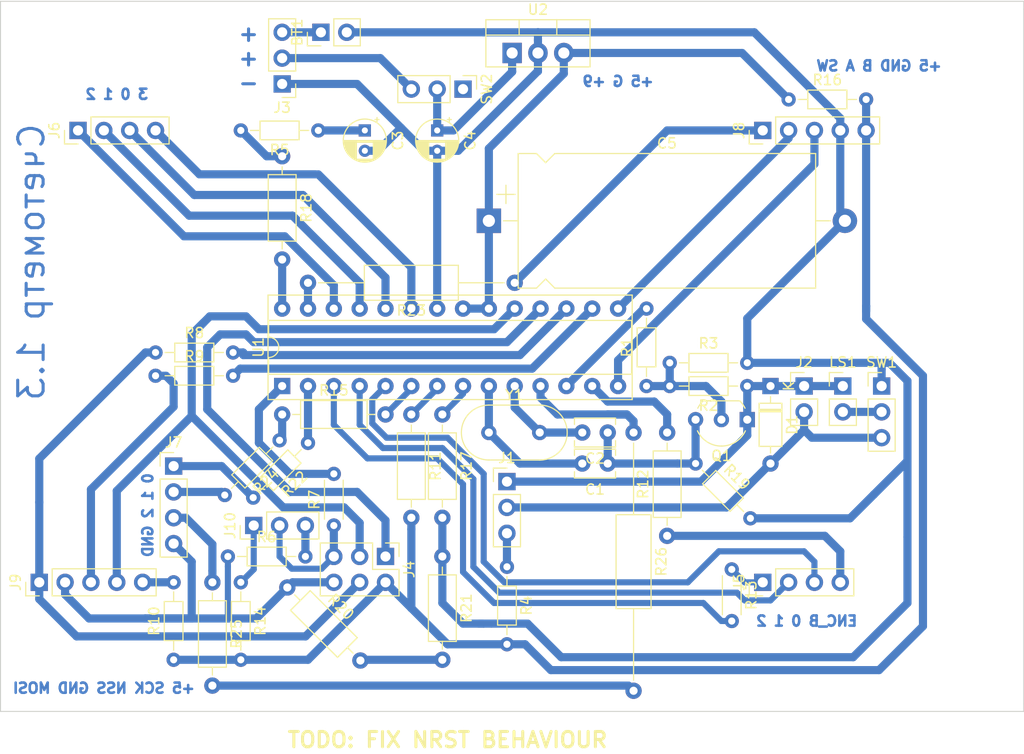
<source format=kicad_pcb>
(kicad_pcb (version 20171130) (host pcbnew "(5.0.2)-1")

  (general
    (thickness 1.6)
    (drawings 23)
    (tracks 281)
    (zones 0)
    (modules 50)
    (nets 49)
  )

  (page A4)
  (layers
    (0 F.Cu signal)
    (31 B.Cu signal)
    (32 B.Adhes user)
    (33 F.Adhes user)
    (34 B.Paste user)
    (35 F.Paste user)
    (36 B.SilkS user)
    (37 F.SilkS user)
    (38 B.Mask user)
    (39 F.Mask user)
    (40 Dwgs.User user)
    (41 Cmts.User user)
    (42 Eco1.User user)
    (43 Eco2.User user)
    (44 Edge.Cuts user)
    (45 Margin user)
    (46 B.CrtYd user)
    (47 F.CrtYd user)
    (48 B.Fab user)
    (49 F.Fab user)
  )

  (setup
    (last_trace_width 0.6)
    (trace_clearance 0.2)
    (zone_clearance 0.508)
    (zone_45_only no)
    (trace_min 0.2)
    (segment_width 0.2)
    (edge_width 0.1)
    (via_size 0.8)
    (via_drill 0.4)
    (via_min_size 0.4)
    (via_min_drill 0.3)
    (uvia_size 0.3)
    (uvia_drill 0.1)
    (uvias_allowed no)
    (uvia_min_size 0.2)
    (uvia_min_drill 0.1)
    (pcb_text_width 0.3)
    (pcb_text_size 1.5 1.5)
    (mod_edge_width 0.15)
    (mod_text_size 1 1)
    (mod_text_width 0.15)
    (pad_size 1.5 1.5)
    (pad_drill 0.6)
    (pad_to_mask_clearance 0)
    (solder_mask_min_width 0.25)
    (aux_axis_origin 123.698 182.372)
    (visible_elements 7FFFFFFF)
    (pcbplotparams
      (layerselection 0x010fc_ffffffff)
      (usegerberextensions false)
      (usegerberattributes false)
      (usegerberadvancedattributes false)
      (creategerberjobfile false)
      (excludeedgelayer true)
      (linewidth 0.100000)
      (plotframeref false)
      (viasonmask false)
      (mode 1)
      (useauxorigin false)
      (hpglpennumber 1)
      (hpglpenspeed 20)
      (hpglpendiameter 15.000000)
      (psnegative false)
      (psa4output false)
      (plotreference true)
      (plotvalue true)
      (plotinvisibletext false)
      (padsonsilk false)
      (subtractmaskfromsilk false)
      (outputformat 1)
      (mirror false)
      (drillshape 1)
      (scaleselection 1)
      (outputdirectory ""))
  )

  (net 0 "")
  (net 1 "Net-(BT1-Pad1)")
  (net 2 GND)
  (net 3 "Net-(C1-Pad2)")
  (net 4 "Net-(C2-Pad2)")
  (net 5 "Net-(C3-Pad1)")
  (net 6 +9V)
  (net 7 +5V)
  (net 8 "Net-(D1-Pad1)")
  (net 9 "Net-(D1-Pad2)")
  (net 10 "Net-(J1-Pad3)")
  (net 11 "Net-(J3-Pad2)")
  (net 12 SPI_MISO)
  (net 13 SPI_SCK)
  (net 14 SPI_MOSI)
  (net 15 NRST)
  (net 16 BUTTON2)
  (net 17 BUTTON1)
  (net 18 BUTTON0)
  (net 19 ENC_BUTTON)
  (net 20 DIG3)
  (net 21 DIG0)
  (net 22 DIG1)
  (net 23 DIG2)
  (net 24 LED0)
  (net 25 LED1)
  (net 26 LED2)
  (net 27 SWITCH0)
  (net 28 ENC_A)
  (net 29 ENC_B)
  (net 30 SPI_NSS)
  (net 31 "Net-(Q1-Pad2)")
  (net 32 SOUND_OUT)
  (net 33 "Net-(LS1-Pad2)")
  (net 34 "Net-(SW2-Pad1)")
  (net 35 "Net-(J9-Pad3)")
  (net 36 "Net-(R8-Pad2)")
  (net 37 "Net-(R11-Pad1)")
  (net 38 "Net-(R12-Pad2)")
  (net 39 "Net-(R13-Pad2)")
  (net 40 "Net-(R18-Pad1)")
  (net 41 "Net-(R18-Pad2)")
  (net 42 "Net-(R23-Pad2)")
  (net 43 "Net-(R15-Pad2)")
  (net 44 "Net-(J7-Pad1)")
  (net 45 "Net-(J7-Pad2)")
  (net 46 "Net-(J7-Pad3)")
  (net 47 "Net-(R25-Pad2)")
  (net 48 "Net-(J10-Pad3)")

  (net_class Default "Это класс цепей по умолчанию."
    (clearance 0.2)
    (trace_width 0.6)
    (via_dia 0.8)
    (via_drill 0.4)
    (uvia_dia 0.3)
    (uvia_drill 0.1)
    (add_net +5V)
    (add_net +9V)
    (add_net BUTTON0)
    (add_net BUTTON1)
    (add_net BUTTON2)
    (add_net DIG0)
    (add_net DIG1)
    (add_net DIG2)
    (add_net DIG3)
    (add_net ENC_A)
    (add_net ENC_B)
    (add_net ENC_BUTTON)
    (add_net GND)
    (add_net LED0)
    (add_net LED1)
    (add_net LED2)
    (add_net NRST)
    (add_net "Net-(BT1-Pad1)")
    (add_net "Net-(C1-Pad2)")
    (add_net "Net-(C2-Pad2)")
    (add_net "Net-(C3-Pad1)")
    (add_net "Net-(D1-Pad1)")
    (add_net "Net-(D1-Pad2)")
    (add_net "Net-(J1-Pad3)")
    (add_net "Net-(J10-Pad3)")
    (add_net "Net-(J3-Pad2)")
    (add_net "Net-(J7-Pad1)")
    (add_net "Net-(J7-Pad2)")
    (add_net "Net-(J7-Pad3)")
    (add_net "Net-(J9-Pad3)")
    (add_net "Net-(LS1-Pad2)")
    (add_net "Net-(Q1-Pad2)")
    (add_net "Net-(R11-Pad1)")
    (add_net "Net-(R12-Pad2)")
    (add_net "Net-(R13-Pad2)")
    (add_net "Net-(R15-Pad2)")
    (add_net "Net-(R18-Pad1)")
    (add_net "Net-(R18-Pad2)")
    (add_net "Net-(R23-Pad2)")
    (add_net "Net-(R25-Pad2)")
    (add_net "Net-(R8-Pad2)")
    (add_net "Net-(SW2-Pad1)")
    (add_net SOUND_OUT)
    (add_net SPI_MISO)
    (add_net SPI_MOSI)
    (add_net SPI_NSS)
    (add_net SPI_SCK)
    (add_net SWITCH0)
  )

  (module Resistor_THT:R_Axial_DIN0204_L3.6mm_D1.6mm_P7.62mm_Horizontal (layer F.Cu) (tedit 5AE5139B) (tstamp 5DEF462A)
    (at 33.274 49.784)
    (descr "Resistor, Axial_DIN0204 series, Axial, Horizontal, pin pitch=7.62mm, 0.167W, length*diameter=3.6*1.6mm^2, http://cdn-reichelt.de/documents/datenblatt/B400/1_4W%23YAG.pdf")
    (tags "Resistor Axial_DIN0204 series Axial Horizontal pin pitch 7.62mm 0.167W length 3.6mm diameter 1.6mm")
    (path /5DC8FDEC)
    (fp_text reference R8 (at 3.81 -1.92) (layer F.SilkS)
      (effects (font (size 1 1) (thickness 0.15)))
    )
    (fp_text value 0 (at 3.81 1.92) (layer F.Fab)
      (effects (font (size 1 1) (thickness 0.15)))
    )
    (fp_text user %R (at 3.81 0) (layer F.Fab)
      (effects (font (size 0.72 0.72) (thickness 0.108)))
    )
    (fp_line (start 8.57 -1.05) (end -0.95 -1.05) (layer F.CrtYd) (width 0.05))
    (fp_line (start 8.57 1.05) (end 8.57 -1.05) (layer F.CrtYd) (width 0.05))
    (fp_line (start -0.95 1.05) (end 8.57 1.05) (layer F.CrtYd) (width 0.05))
    (fp_line (start -0.95 -1.05) (end -0.95 1.05) (layer F.CrtYd) (width 0.05))
    (fp_line (start 6.68 0) (end 5.73 0) (layer F.SilkS) (width 0.12))
    (fp_line (start 0.94 0) (end 1.89 0) (layer F.SilkS) (width 0.12))
    (fp_line (start 5.73 -0.92) (end 1.89 -0.92) (layer F.SilkS) (width 0.12))
    (fp_line (start 5.73 0.92) (end 5.73 -0.92) (layer F.SilkS) (width 0.12))
    (fp_line (start 1.89 0.92) (end 5.73 0.92) (layer F.SilkS) (width 0.12))
    (fp_line (start 1.89 -0.92) (end 1.89 0.92) (layer F.SilkS) (width 0.12))
    (fp_line (start 7.62 0) (end 5.61 0) (layer F.Fab) (width 0.1))
    (fp_line (start 0 0) (end 2.01 0) (layer F.Fab) (width 0.1))
    (fp_line (start 5.61 -0.8) (end 2.01 -0.8) (layer F.Fab) (width 0.1))
    (fp_line (start 5.61 0.8) (end 5.61 -0.8) (layer F.Fab) (width 0.1))
    (fp_line (start 2.01 0.8) (end 5.61 0.8) (layer F.Fab) (width 0.1))
    (fp_line (start 2.01 -0.8) (end 2.01 0.8) (layer F.Fab) (width 0.1))
    (pad 2 thru_hole oval (at 7.62 0) (size 1.4 1.4) (drill 0.7) (layers *.Cu *.Mask)
      (net 36 "Net-(R8-Pad2)"))
    (pad 1 thru_hole circle (at 0 0) (size 1.4 1.4) (drill 0.7) (layers *.Cu *.Mask)
      (net 14 SPI_MOSI))
    (model ${KISYS3DMOD}/Resistor_THT.3dshapes/R_Axial_DIN0204_L3.6mm_D1.6mm_P7.62mm_Horizontal.wrl
      (at (xyz 0 0 0))
      (scale (xyz 1 1 1))
      (rotate (xyz 0 0 0))
    )
  )

  (module Package_DIP:DIP-28_W7.62mm_Socket (layer F.Cu) (tedit 5A02E8C5) (tstamp 5DD51616)
    (at 45.72 53.086 90)
    (descr "28-lead though-hole mounted DIP package, row spacing 7.62 mm (300 mils), Socket")
    (tags "THT DIP DIL PDIP 2.54mm 7.62mm 300mil Socket")
    (path /5C375D75)
    (fp_text reference U1 (at 3.81 -2.33 90) (layer F.SilkS)
      (effects (font (size 1 1) (thickness 0.15)))
    )
    (fp_text value ATmega328P-PU (at 3.81 35.35 90) (layer F.Fab)
      (effects (font (size 1 1) (thickness 0.15)))
    )
    (fp_arc (start 3.81 -1.33) (end 2.81 -1.33) (angle -180) (layer F.SilkS) (width 0.12))
    (fp_line (start 1.635 -1.27) (end 6.985 -1.27) (layer F.Fab) (width 0.1))
    (fp_line (start 6.985 -1.27) (end 6.985 34.29) (layer F.Fab) (width 0.1))
    (fp_line (start 6.985 34.29) (end 0.635 34.29) (layer F.Fab) (width 0.1))
    (fp_line (start 0.635 34.29) (end 0.635 -0.27) (layer F.Fab) (width 0.1))
    (fp_line (start 0.635 -0.27) (end 1.635 -1.27) (layer F.Fab) (width 0.1))
    (fp_line (start -1.27 -1.33) (end -1.27 34.35) (layer F.Fab) (width 0.1))
    (fp_line (start -1.27 34.35) (end 8.89 34.35) (layer F.Fab) (width 0.1))
    (fp_line (start 8.89 34.35) (end 8.89 -1.33) (layer F.Fab) (width 0.1))
    (fp_line (start 8.89 -1.33) (end -1.27 -1.33) (layer F.Fab) (width 0.1))
    (fp_line (start 2.81 -1.33) (end 1.16 -1.33) (layer F.SilkS) (width 0.12))
    (fp_line (start 1.16 -1.33) (end 1.16 34.35) (layer F.SilkS) (width 0.12))
    (fp_line (start 1.16 34.35) (end 6.46 34.35) (layer F.SilkS) (width 0.12))
    (fp_line (start 6.46 34.35) (end 6.46 -1.33) (layer F.SilkS) (width 0.12))
    (fp_line (start 6.46 -1.33) (end 4.81 -1.33) (layer F.SilkS) (width 0.12))
    (fp_line (start -1.33 -1.39) (end -1.33 34.41) (layer F.SilkS) (width 0.12))
    (fp_line (start -1.33 34.41) (end 8.95 34.41) (layer F.SilkS) (width 0.12))
    (fp_line (start 8.95 34.41) (end 8.95 -1.39) (layer F.SilkS) (width 0.12))
    (fp_line (start 8.95 -1.39) (end -1.33 -1.39) (layer F.SilkS) (width 0.12))
    (fp_line (start -1.55 -1.6) (end -1.55 34.65) (layer F.CrtYd) (width 0.05))
    (fp_line (start -1.55 34.65) (end 9.15 34.65) (layer F.CrtYd) (width 0.05))
    (fp_line (start 9.15 34.65) (end 9.15 -1.6) (layer F.CrtYd) (width 0.05))
    (fp_line (start 9.15 -1.6) (end -1.55 -1.6) (layer F.CrtYd) (width 0.05))
    (fp_text user %R (at 3.81 16.51 90) (layer F.Fab)
      (effects (font (size 1 1) (thickness 0.15)))
    )
    (pad 1 thru_hole rect (at 0 0 90) (size 1.6 1.6) (drill 0.8) (layers *.Cu *.Mask)
      (net 15 NRST))
    (pad 15 thru_hole oval (at 7.62 33.02 90) (size 1.6 1.6) (drill 0.8) (layers *.Cu *.Mask)
      (net 28 ENC_A))
    (pad 2 thru_hole oval (at 0 2.54 90) (size 1.6 1.6) (drill 0.8) (layers *.Cu *.Mask)
      (net 24 LED0))
    (pad 16 thru_hole oval (at 7.62 30.48 90) (size 1.6 1.6) (drill 0.8) (layers *.Cu *.Mask)
      (net 30 SPI_NSS))
    (pad 3 thru_hole oval (at 0 5.08 90) (size 1.6 1.6) (drill 0.8) (layers *.Cu *.Mask)
      (net 39 "Net-(R13-Pad2)"))
    (pad 17 thru_hole oval (at 7.62 27.94 90) (size 1.6 1.6) (drill 0.8) (layers *.Cu *.Mask)
      (net 36 "Net-(R8-Pad2)"))
    (pad 4 thru_hole oval (at 0 7.62 90) (size 1.6 1.6) (drill 0.8) (layers *.Cu *.Mask)
      (net 17 BUTTON1))
    (pad 18 thru_hole oval (at 7.62 25.4 90) (size 1.6 1.6) (drill 0.8) (layers *.Cu *.Mask)
      (net 12 SPI_MISO))
    (pad 5 thru_hole oval (at 0 10.16 90) (size 1.6 1.6) (drill 0.8) (layers *.Cu *.Mask)
      (net 18 BUTTON0))
    (pad 19 thru_hole oval (at 7.62 22.86 90) (size 1.6 1.6) (drill 0.8) (layers *.Cu *.Mask)
      (net 13 SPI_SCK))
    (pad 6 thru_hole oval (at 0 12.7 90) (size 1.6 1.6) (drill 0.8) (layers *.Cu *.Mask)
      (net 43 "Net-(R15-Pad2)"))
    (pad 20 thru_hole oval (at 7.62 20.32 90) (size 1.6 1.6) (drill 0.8) (layers *.Cu *.Mask)
      (net 7 +5V))
    (pad 7 thru_hole oval (at 0 15.24 90) (size 1.6 1.6) (drill 0.8) (layers *.Cu *.Mask)
      (net 37 "Net-(R11-Pad1)"))
    (pad 21 thru_hole oval (at 7.62 17.78 90) (size 1.6 1.6) (drill 0.8) (layers *.Cu *.Mask)
      (net 7 +5V))
    (pad 8 thru_hole oval (at 0 17.78 90) (size 1.6 1.6) (drill 0.8) (layers *.Cu *.Mask)
      (net 2 GND))
    (pad 22 thru_hole oval (at 7.62 15.24 90) (size 1.6 1.6) (drill 0.8) (layers *.Cu *.Mask)
      (net 2 GND))
    (pad 9 thru_hole oval (at 0 20.32 90) (size 1.6 1.6) (drill 0.8) (layers *.Cu *.Mask)
      (net 3 "Net-(C1-Pad2)"))
    (pad 23 thru_hole oval (at 7.62 12.7 90) (size 1.6 1.6) (drill 0.8) (layers *.Cu *.Mask)
      (net 20 DIG3))
    (pad 10 thru_hole oval (at 0 22.86 90) (size 1.6 1.6) (drill 0.8) (layers *.Cu *.Mask)
      (net 4 "Net-(C2-Pad2)"))
    (pad 24 thru_hole oval (at 7.62 10.16 90) (size 1.6 1.6) (drill 0.8) (layers *.Cu *.Mask)
      (net 21 DIG0))
    (pad 11 thru_hole oval (at 0 25.4 90) (size 1.6 1.6) (drill 0.8) (layers *.Cu *.Mask)
      (net 26 LED2))
    (pad 25 thru_hole oval (at 7.62 7.62 90) (size 1.6 1.6) (drill 0.8) (layers *.Cu *.Mask)
      (net 22 DIG1))
    (pad 12 thru_hole oval (at 0 27.94 90) (size 1.6 1.6) (drill 0.8) (layers *.Cu *.Mask)
      (net 32 SOUND_OUT))
    (pad 26 thru_hole oval (at 7.62 5.08 90) (size 1.6 1.6) (drill 0.8) (layers *.Cu *.Mask)
      (net 23 DIG2))
    (pad 13 thru_hole oval (at 0 30.48 90) (size 1.6 1.6) (drill 0.8) (layers *.Cu *.Mask)
      (net 38 "Net-(R12-Pad2)"))
    (pad 27 thru_hole oval (at 7.62 2.54 90) (size 1.6 1.6) (drill 0.8) (layers *.Cu *.Mask)
      (net 42 "Net-(R23-Pad2)"))
    (pad 14 thru_hole oval (at 0 33.02 90) (size 1.6 1.6) (drill 0.8) (layers *.Cu *.Mask)
      (net 29 ENC_B))
    (pad 28 thru_hole oval (at 7.62 0 90) (size 1.6 1.6) (drill 0.8) (layers *.Cu *.Mask)
      (net 41 "Net-(R18-Pad2)"))
    (model ${KISYS3DMOD}/Package_DIP.3dshapes/DIP-28_W7.62mm_Socket.wrl
      (at (xyz 0 0 0))
      (scale (xyz 1 1 1))
      (rotate (xyz 0 0 0))
    )
  )

  (module Connector_PinHeader_2.54mm:PinHeader_2x03_P2.54mm_Vertical (layer F.Cu) (tedit 59FED5CC) (tstamp 5DD51496)
    (at 55.88 69.85 270)
    (descr "Through hole straight pin header, 2x03, 2.54mm pitch, double rows")
    (tags "Through hole pin header THT 2x03 2.54mm double row")
    (path /5C37646D)
    (fp_text reference J4 (at 1.27 -2.33 270) (layer F.SilkS)
      (effects (font (size 1 1) (thickness 0.15)))
    )
    (fp_text value Conn_02x03_Odd_Even (at 1.27 7.41 270) (layer F.Fab)
      (effects (font (size 1 1) (thickness 0.15)))
    )
    (fp_line (start 0 -1.27) (end 3.81 -1.27) (layer F.Fab) (width 0.1))
    (fp_line (start 3.81 -1.27) (end 3.81 6.35) (layer F.Fab) (width 0.1))
    (fp_line (start 3.81 6.35) (end -1.27 6.35) (layer F.Fab) (width 0.1))
    (fp_line (start -1.27 6.35) (end -1.27 0) (layer F.Fab) (width 0.1))
    (fp_line (start -1.27 0) (end 0 -1.27) (layer F.Fab) (width 0.1))
    (fp_line (start -1.33 6.41) (end 3.87 6.41) (layer F.SilkS) (width 0.12))
    (fp_line (start -1.33 1.27) (end -1.33 6.41) (layer F.SilkS) (width 0.12))
    (fp_line (start 3.87 -1.33) (end 3.87 6.41) (layer F.SilkS) (width 0.12))
    (fp_line (start -1.33 1.27) (end 1.27 1.27) (layer F.SilkS) (width 0.12))
    (fp_line (start 1.27 1.27) (end 1.27 -1.33) (layer F.SilkS) (width 0.12))
    (fp_line (start 1.27 -1.33) (end 3.87 -1.33) (layer F.SilkS) (width 0.12))
    (fp_line (start -1.33 0) (end -1.33 -1.33) (layer F.SilkS) (width 0.12))
    (fp_line (start -1.33 -1.33) (end 0 -1.33) (layer F.SilkS) (width 0.12))
    (fp_line (start -1.8 -1.8) (end -1.8 6.85) (layer F.CrtYd) (width 0.05))
    (fp_line (start -1.8 6.85) (end 4.35 6.85) (layer F.CrtYd) (width 0.05))
    (fp_line (start 4.35 6.85) (end 4.35 -1.8) (layer F.CrtYd) (width 0.05))
    (fp_line (start 4.35 -1.8) (end -1.8 -1.8) (layer F.CrtYd) (width 0.05))
    (fp_text user %R (at 1.27 2.54) (layer F.Fab)
      (effects (font (size 1 1) (thickness 0.15)))
    )
    (pad 1 thru_hole rect (at 0 0 270) (size 1.7 1.7) (drill 1) (layers *.Cu *.Mask)
      (net 12 SPI_MISO))
    (pad 2 thru_hole oval (at 2.54 0 270) (size 1.7 1.7) (drill 1) (layers *.Cu *.Mask)
      (net 7 +5V))
    (pad 3 thru_hole oval (at 0 2.54 270) (size 1.7 1.7) (drill 1) (layers *.Cu *.Mask)
      (net 13 SPI_SCK))
    (pad 4 thru_hole oval (at 2.54 2.54 270) (size 1.7 1.7) (drill 1) (layers *.Cu *.Mask)
      (net 14 SPI_MOSI))
    (pad 5 thru_hole oval (at 0 5.08 270) (size 1.7 1.7) (drill 1) (layers *.Cu *.Mask)
      (net 15 NRST))
    (pad 6 thru_hole oval (at 2.54 5.08 270) (size 1.7 1.7) (drill 1) (layers *.Cu *.Mask)
      (net 2 GND))
    (model ${KISYS3DMOD}/Connector_PinHeader_2.54mm.3dshapes/PinHeader_2x03_P2.54mm_Vertical.wrl
      (at (xyz 0 0 0))
      (scale (xyz 1 1 1))
      (rotate (xyz 0 0 0))
    )
  )

  (module Connector_PinHeader_2.54mm:PinHeader_1x03_P2.54mm_Vertical (layer F.Cu) (tedit 59FED5CC) (tstamp 5DEF6C41)
    (at 63.5 23.876 270)
    (descr "Through hole straight pin header, 1x03, 2.54mm pitch, single row")
    (tags "Through hole pin header THT 1x03 2.54mm single row")
    (path /5C3F8B10)
    (fp_text reference SW2 (at 0 -2.33 270) (layer F.SilkS)
      (effects (font (size 1 1) (thickness 0.15)))
    )
    (fp_text value SW_SPDT (at 0 7.41 270) (layer F.Fab)
      (effects (font (size 1 1) (thickness 0.15)))
    )
    (fp_line (start -0.635 -1.27) (end 1.27 -1.27) (layer F.Fab) (width 0.1))
    (fp_line (start 1.27 -1.27) (end 1.27 6.35) (layer F.Fab) (width 0.1))
    (fp_line (start 1.27 6.35) (end -1.27 6.35) (layer F.Fab) (width 0.1))
    (fp_line (start -1.27 6.35) (end -1.27 -0.635) (layer F.Fab) (width 0.1))
    (fp_line (start -1.27 -0.635) (end -0.635 -1.27) (layer F.Fab) (width 0.1))
    (fp_line (start -1.33 6.41) (end 1.33 6.41) (layer F.SilkS) (width 0.12))
    (fp_line (start -1.33 1.27) (end -1.33 6.41) (layer F.SilkS) (width 0.12))
    (fp_line (start 1.33 1.27) (end 1.33 6.41) (layer F.SilkS) (width 0.12))
    (fp_line (start -1.33 1.27) (end 1.33 1.27) (layer F.SilkS) (width 0.12))
    (fp_line (start -1.33 0) (end -1.33 -1.33) (layer F.SilkS) (width 0.12))
    (fp_line (start -1.33 -1.33) (end 0 -1.33) (layer F.SilkS) (width 0.12))
    (fp_line (start -1.8 -1.8) (end -1.8 6.85) (layer F.CrtYd) (width 0.05))
    (fp_line (start -1.8 6.85) (end 1.8 6.85) (layer F.CrtYd) (width 0.05))
    (fp_line (start 1.8 6.85) (end 1.8 -1.8) (layer F.CrtYd) (width 0.05))
    (fp_line (start 1.8 -1.8) (end -1.8 -1.8) (layer F.CrtYd) (width 0.05))
    (fp_text user %R (at 0 2.54) (layer F.Fab)
      (effects (font (size 1 1) (thickness 0.15)))
    )
    (pad 1 thru_hole rect (at 0 0 270) (size 1.7 1.7) (drill 1) (layers *.Cu *.Mask)
      (net 34 "Net-(SW2-Pad1)"))
    (pad 2 thru_hole oval (at 0 2.54 270) (size 1.7 1.7) (drill 1) (layers *.Cu *.Mask)
      (net 6 +9V))
    (pad 3 thru_hole oval (at 0 5.08 270) (size 1.7 1.7) (drill 1) (layers *.Cu *.Mask)
      (net 11 "Net-(J3-Pad2)"))
    (model ${KISYS3DMOD}/Connector_PinHeader_2.54mm.3dshapes/PinHeader_1x03_P2.54mm_Vertical.wrl
      (at (xyz 0 0 0))
      (scale (xyz 1 1 1))
      (rotate (xyz 0 0 0))
    )
  )

  (module Crystal:Resonator-2Pin_W10.0mm_H5.0mm (layer F.Cu) (tedit 5A0FD1B2) (tstamp 5DD5164D)
    (at 66.04 57.658)
    (descr "Ceramic Resomator/Filter 10.0x5.0 RedFrequency MG/MT/MX series, http://www.red-frequency.com/download/datenblatt/redfrequency-datenblatt-ir-zta.pdf, length*width=10.0x5.0mm^2 package, package length=10.0mm, package width=5.0mm, 2 pins")
    (tags "THT ceramic resonator filter")
    (path /5C4E518C)
    (fp_text reference Y1 (at 2.5 -3.7) (layer F.SilkS)
      (effects (font (size 1 1) (thickness 0.15)))
    )
    (fp_text value 16M (at 2.5 3.7) (layer F.Fab)
      (effects (font (size 1 1) (thickness 0.15)))
    )
    (fp_text user %R (at 2.5 0) (layer F.Fab)
      (effects (font (size 1 1) (thickness 0.15)))
    )
    (fp_line (start 0 -2.5) (end 5 -2.5) (layer F.Fab) (width 0.1))
    (fp_line (start 0 2.5) (end 5 2.5) (layer F.Fab) (width 0.1))
    (fp_line (start 0 -2.5) (end 5 -2.5) (layer F.Fab) (width 0.1))
    (fp_line (start 0 2.5) (end 5 2.5) (layer F.Fab) (width 0.1))
    (fp_line (start 0 -2.7) (end 5 -2.7) (layer F.SilkS) (width 0.12))
    (fp_line (start 0 2.7) (end 5 2.7) (layer F.SilkS) (width 0.12))
    (fp_line (start -3 -3) (end -3 3) (layer F.CrtYd) (width 0.05))
    (fp_line (start -3 3) (end 8 3) (layer F.CrtYd) (width 0.05))
    (fp_line (start 8 3) (end 8 -3) (layer F.CrtYd) (width 0.05))
    (fp_line (start 8 -3) (end -3 -3) (layer F.CrtYd) (width 0.05))
    (fp_arc (start 0 0) (end 0 -2.5) (angle -180) (layer F.Fab) (width 0.1))
    (fp_arc (start 5 0) (end 5 -2.5) (angle 180) (layer F.Fab) (width 0.1))
    (fp_arc (start 0 0) (end 0 -2.5) (angle -180) (layer F.Fab) (width 0.1))
    (fp_arc (start 5 0) (end 5 -2.5) (angle 180) (layer F.Fab) (width 0.1))
    (fp_arc (start 0 0) (end 0 -2.7) (angle -180) (layer F.SilkS) (width 0.12))
    (fp_arc (start 5 0) (end 5 -2.7) (angle 180) (layer F.SilkS) (width 0.12))
    (pad 1 thru_hole circle (at 0 0) (size 1.5 1.5) (drill 0.8) (layers *.Cu *.Mask)
      (net 3 "Net-(C1-Pad2)"))
    (pad 2 thru_hole circle (at 5 0) (size 1.5 1.5) (drill 0.8) (layers *.Cu *.Mask)
      (net 4 "Net-(C2-Pad2)"))
    (model ${KISYS3DMOD}/Crystal.3dshapes/Resonator-2Pin_W10.0mm_H5.0mm.wrl
      (at (xyz 0 0 0))
      (scale (xyz 1 1 1))
      (rotate (xyz 0 0 0))
    )
  )

  (module Package_TO_SOT_THT:TO-92_Inline_Wide (layer F.Cu) (tedit 5A02FF81) (tstamp 5DD194A7)
    (at 91.44 56.388 180)
    (descr "TO-92 leads in-line, wide, drill 0.75mm (see NXP sot054_po.pdf)")
    (tags "to-92 sc-43 sc-43a sot54 PA33 transistor")
    (path /5C3B53C5)
    (fp_text reference Q1 (at 2.54 -3.56 180) (layer F.SilkS)
      (effects (font (size 1 1) (thickness 0.15)))
    )
    (fp_text value BC337 (at 2.54 2.79 180) (layer F.Fab)
      (effects (font (size 1 1) (thickness 0.15)))
    )
    (fp_text user %R (at 2.54 -3.56 180) (layer F.Fab)
      (effects (font (size 1 1) (thickness 0.15)))
    )
    (fp_line (start 0.74 1.85) (end 4.34 1.85) (layer F.SilkS) (width 0.12))
    (fp_line (start 0.8 1.75) (end 4.3 1.75) (layer F.Fab) (width 0.1))
    (fp_line (start -1.01 -2.73) (end 6.09 -2.73) (layer F.CrtYd) (width 0.05))
    (fp_line (start -1.01 -2.73) (end -1.01 2.01) (layer F.CrtYd) (width 0.05))
    (fp_line (start 6.09 2.01) (end 6.09 -2.73) (layer F.CrtYd) (width 0.05))
    (fp_line (start 6.09 2.01) (end -1.01 2.01) (layer F.CrtYd) (width 0.05))
    (fp_arc (start 2.54 0) (end 0.74 1.85) (angle 20) (layer F.SilkS) (width 0.12))
    (fp_arc (start 2.54 0) (end 2.54 -2.6) (angle -65) (layer F.SilkS) (width 0.12))
    (fp_arc (start 2.54 0) (end 2.54 -2.6) (angle 65) (layer F.SilkS) (width 0.12))
    (fp_arc (start 2.54 0) (end 2.54 -2.48) (angle 135) (layer F.Fab) (width 0.1))
    (fp_arc (start 2.54 0) (end 2.54 -2.48) (angle -135) (layer F.Fab) (width 0.1))
    (fp_arc (start 2.54 0) (end 4.34 1.85) (angle -20) (layer F.SilkS) (width 0.12))
    (pad 2 thru_hole circle (at 2.54 0 270) (size 1.5 1.5) (drill 0.8) (layers *.Cu *.Mask)
      (net 31 "Net-(Q1-Pad2)"))
    (pad 3 thru_hole circle (at 5.08 0 270) (size 1.5 1.5) (drill 0.8) (layers *.Cu *.Mask)
      (net 2 GND))
    (pad 1 thru_hole rect (at 0 0 270) (size 1.5 1.5) (drill 0.8) (layers *.Cu *.Mask)
      (net 8 "Net-(D1-Pad1)"))
    (model ${KISYS3DMOD}/Package_TO_SOT_THT.3dshapes/TO-92_Inline_Wide.wrl
      (at (xyz 0 0 0))
      (scale (xyz 1 1 1))
      (rotate (xyz 0 0 0))
    )
  )

  (module Connector_PinHeader_2.54mm:PinHeader_1x02_P2.54mm_Vertical (layer F.Cu) (tedit 59FED5CC) (tstamp 5DD5129E)
    (at 49.53 18.288 90)
    (descr "Through hole straight pin header, 1x02, 2.54mm pitch, single row")
    (tags "Through hole pin header THT 1x02 2.54mm single row")
    (path /5C3F2211)
    (fp_text reference BT1 (at 0 -2.33 90) (layer F.SilkS)
      (effects (font (size 1 1) (thickness 0.15)))
    )
    (fp_text value 9V (at 0 4.87 90) (layer F.Fab)
      (effects (font (size 1 1) (thickness 0.15)))
    )
    (fp_line (start -0.635 -1.27) (end 1.27 -1.27) (layer F.Fab) (width 0.1))
    (fp_line (start 1.27 -1.27) (end 1.27 3.81) (layer F.Fab) (width 0.1))
    (fp_line (start 1.27 3.81) (end -1.27 3.81) (layer F.Fab) (width 0.1))
    (fp_line (start -1.27 3.81) (end -1.27 -0.635) (layer F.Fab) (width 0.1))
    (fp_line (start -1.27 -0.635) (end -0.635 -1.27) (layer F.Fab) (width 0.1))
    (fp_line (start -1.33 3.87) (end 1.33 3.87) (layer F.SilkS) (width 0.12))
    (fp_line (start -1.33 1.27) (end -1.33 3.87) (layer F.SilkS) (width 0.12))
    (fp_line (start 1.33 1.27) (end 1.33 3.87) (layer F.SilkS) (width 0.12))
    (fp_line (start -1.33 1.27) (end 1.33 1.27) (layer F.SilkS) (width 0.12))
    (fp_line (start -1.33 0) (end -1.33 -1.33) (layer F.SilkS) (width 0.12))
    (fp_line (start -1.33 -1.33) (end 0 -1.33) (layer F.SilkS) (width 0.12))
    (fp_line (start -1.8 -1.8) (end -1.8 4.35) (layer F.CrtYd) (width 0.05))
    (fp_line (start -1.8 4.35) (end 1.8 4.35) (layer F.CrtYd) (width 0.05))
    (fp_line (start 1.8 4.35) (end 1.8 -1.8) (layer F.CrtYd) (width 0.05))
    (fp_line (start 1.8 -1.8) (end -1.8 -1.8) (layer F.CrtYd) (width 0.05))
    (fp_text user %R (at 0 1.27 180) (layer F.Fab)
      (effects (font (size 1 1) (thickness 0.15)))
    )
    (pad 1 thru_hole rect (at 0 0 90) (size 1.7 1.7) (drill 1) (layers *.Cu *.Mask)
      (net 1 "Net-(BT1-Pad1)"))
    (pad 2 thru_hole oval (at 0 2.54 90) (size 1.7 1.7) (drill 1) (layers *.Cu *.Mask)
      (net 2 GND))
    (model ${KISYS3DMOD}/Connector_PinHeader_2.54mm.3dshapes/PinHeader_1x02_P2.54mm_Vertical.wrl
      (at (xyz 0 0 0))
      (scale (xyz 1 1 1))
      (rotate (xyz 0 0 0))
    )
  )

  (module Connector_PinHeader_2.54mm:PinHeader_1x03_P2.54mm_Vertical (layer F.Cu) (tedit 59FED5CC) (tstamp 5DD5144D)
    (at 67.818 62.484)
    (descr "Through hole straight pin header, 1x03, 2.54mm pitch, single row")
    (tags "Through hole pin header THT 1x03 2.54mm single row")
    (path /5DC8F73E)
    (fp_text reference J1 (at 0 -2.33) (layer F.SilkS)
      (effects (font (size 1 1) (thickness 0.15)))
    )
    (fp_text value Conn_01x03_Male (at 0 7.41) (layer F.Fab)
      (effects (font (size 1 1) (thickness 0.15)))
    )
    (fp_line (start -0.635 -1.27) (end 1.27 -1.27) (layer F.Fab) (width 0.1))
    (fp_line (start 1.27 -1.27) (end 1.27 6.35) (layer F.Fab) (width 0.1))
    (fp_line (start 1.27 6.35) (end -1.27 6.35) (layer F.Fab) (width 0.1))
    (fp_line (start -1.27 6.35) (end -1.27 -0.635) (layer F.Fab) (width 0.1))
    (fp_line (start -1.27 -0.635) (end -0.635 -1.27) (layer F.Fab) (width 0.1))
    (fp_line (start -1.33 6.41) (end 1.33 6.41) (layer F.SilkS) (width 0.12))
    (fp_line (start -1.33 1.27) (end -1.33 6.41) (layer F.SilkS) (width 0.12))
    (fp_line (start 1.33 1.27) (end 1.33 6.41) (layer F.SilkS) (width 0.12))
    (fp_line (start -1.33 1.27) (end 1.33 1.27) (layer F.SilkS) (width 0.12))
    (fp_line (start -1.33 0) (end -1.33 -1.33) (layer F.SilkS) (width 0.12))
    (fp_line (start -1.33 -1.33) (end 0 -1.33) (layer F.SilkS) (width 0.12))
    (fp_line (start -1.8 -1.8) (end -1.8 6.85) (layer F.CrtYd) (width 0.05))
    (fp_line (start -1.8 6.85) (end 1.8 6.85) (layer F.CrtYd) (width 0.05))
    (fp_line (start 1.8 6.85) (end 1.8 -1.8) (layer F.CrtYd) (width 0.05))
    (fp_line (start 1.8 -1.8) (end -1.8 -1.8) (layer F.CrtYd) (width 0.05))
    (fp_text user %R (at 0 2.54 90) (layer F.Fab)
      (effects (font (size 1 1) (thickness 0.15)))
    )
    (pad 1 thru_hole rect (at 0 0) (size 1.7 1.7) (drill 1) (layers *.Cu *.Mask)
      (net 8 "Net-(D1-Pad1)"))
    (pad 2 thru_hole oval (at 0 2.54) (size 1.7 1.7) (drill 1) (layers *.Cu *.Mask)
      (net 9 "Net-(D1-Pad2)"))
    (pad 3 thru_hole oval (at 0 5.08) (size 1.7 1.7) (drill 1) (layers *.Cu *.Mask)
      (net 10 "Net-(J1-Pad3)"))
    (model ${KISYS3DMOD}/Connector_PinHeader_2.54mm.3dshapes/PinHeader_1x03_P2.54mm_Vertical.wrl
      (at (xyz 0 0 0))
      (scale (xyz 1 1 1))
      (rotate (xyz 0 0 0))
    )
  )

  (module Connector_PinHeader_2.54mm:PinHeader_1x02_P2.54mm_Vertical (layer F.Cu) (tedit 59FED5CC) (tstamp 5DD51463)
    (at 97.028 53.086)
    (descr "Through hole straight pin header, 1x02, 2.54mm pitch, single row")
    (tags "Through hole pin header THT 1x02 2.54mm single row")
    (path /5DC8A83C)
    (fp_text reference J2 (at 0 -2.33) (layer F.SilkS)
      (effects (font (size 1 1) (thickness 0.15)))
    )
    (fp_text value Conn_01x02_Male (at 0 4.87) (layer F.Fab)
      (effects (font (size 1 1) (thickness 0.15)))
    )
    (fp_line (start -0.635 -1.27) (end 1.27 -1.27) (layer F.Fab) (width 0.1))
    (fp_line (start 1.27 -1.27) (end 1.27 3.81) (layer F.Fab) (width 0.1))
    (fp_line (start 1.27 3.81) (end -1.27 3.81) (layer F.Fab) (width 0.1))
    (fp_line (start -1.27 3.81) (end -1.27 -0.635) (layer F.Fab) (width 0.1))
    (fp_line (start -1.27 -0.635) (end -0.635 -1.27) (layer F.Fab) (width 0.1))
    (fp_line (start -1.33 3.87) (end 1.33 3.87) (layer F.SilkS) (width 0.12))
    (fp_line (start -1.33 1.27) (end -1.33 3.87) (layer F.SilkS) (width 0.12))
    (fp_line (start 1.33 1.27) (end 1.33 3.87) (layer F.SilkS) (width 0.12))
    (fp_line (start -1.33 1.27) (end 1.33 1.27) (layer F.SilkS) (width 0.12))
    (fp_line (start -1.33 0) (end -1.33 -1.33) (layer F.SilkS) (width 0.12))
    (fp_line (start -1.33 -1.33) (end 0 -1.33) (layer F.SilkS) (width 0.12))
    (fp_line (start -1.8 -1.8) (end -1.8 4.35) (layer F.CrtYd) (width 0.05))
    (fp_line (start -1.8 4.35) (end 1.8 4.35) (layer F.CrtYd) (width 0.05))
    (fp_line (start 1.8 4.35) (end 1.8 -1.8) (layer F.CrtYd) (width 0.05))
    (fp_line (start 1.8 -1.8) (end -1.8 -1.8) (layer F.CrtYd) (width 0.05))
    (fp_text user %R (at 0 1.27 90) (layer F.Fab)
      (effects (font (size 1 1) (thickness 0.15)))
    )
    (pad 1 thru_hole rect (at 0 0) (size 1.7 1.7) (drill 1) (layers *.Cu *.Mask)
      (net 8 "Net-(D1-Pad1)"))
    (pad 2 thru_hole oval (at 0 2.54) (size 1.7 1.7) (drill 1) (layers *.Cu *.Mask)
      (net 9 "Net-(D1-Pad2)"))
    (model ${KISYS3DMOD}/Connector_PinHeader_2.54mm.3dshapes/PinHeader_1x02_P2.54mm_Vertical.wrl
      (at (xyz 0 0 0))
      (scale (xyz 1 1 1))
      (rotate (xyz 0 0 0))
    )
  )

  (module Connector_PinHeader_2.54mm:PinHeader_1x03_P2.54mm_Vertical (layer F.Cu) (tedit 59FED5CC) (tstamp 5DD5147A)
    (at 45.72 23.368 180)
    (descr "Through hole straight pin header, 1x03, 2.54mm pitch, single row")
    (tags "Through hole pin header THT 1x03 2.54mm single row")
    (path /5C3F1F8D)
    (fp_text reference J3 (at 0 -2.33 180) (layer F.SilkS)
      (effects (font (size 1 1) (thickness 0.15)))
    )
    (fp_text value Barrel_Jack_Switch (at 0 7.41 180) (layer F.Fab)
      (effects (font (size 1 1) (thickness 0.15)))
    )
    (fp_line (start -0.635 -1.27) (end 1.27 -1.27) (layer F.Fab) (width 0.1))
    (fp_line (start 1.27 -1.27) (end 1.27 6.35) (layer F.Fab) (width 0.1))
    (fp_line (start 1.27 6.35) (end -1.27 6.35) (layer F.Fab) (width 0.1))
    (fp_line (start -1.27 6.35) (end -1.27 -0.635) (layer F.Fab) (width 0.1))
    (fp_line (start -1.27 -0.635) (end -0.635 -1.27) (layer F.Fab) (width 0.1))
    (fp_line (start -1.33 6.41) (end 1.33 6.41) (layer F.SilkS) (width 0.12))
    (fp_line (start -1.33 1.27) (end -1.33 6.41) (layer F.SilkS) (width 0.12))
    (fp_line (start 1.33 1.27) (end 1.33 6.41) (layer F.SilkS) (width 0.12))
    (fp_line (start -1.33 1.27) (end 1.33 1.27) (layer F.SilkS) (width 0.12))
    (fp_line (start -1.33 0) (end -1.33 -1.33) (layer F.SilkS) (width 0.12))
    (fp_line (start -1.33 -1.33) (end 0 -1.33) (layer F.SilkS) (width 0.12))
    (fp_line (start -1.8 -1.8) (end -1.8 6.85) (layer F.CrtYd) (width 0.05))
    (fp_line (start -1.8 6.85) (end 1.8 6.85) (layer F.CrtYd) (width 0.05))
    (fp_line (start 1.8 6.85) (end 1.8 -1.8) (layer F.CrtYd) (width 0.05))
    (fp_line (start 1.8 -1.8) (end -1.8 -1.8) (layer F.CrtYd) (width 0.05))
    (fp_text user %R (at 0 2.54 270) (layer F.Fab)
      (effects (font (size 1 1) (thickness 0.15)))
    )
    (pad 1 thru_hole rect (at 0 0 180) (size 1.7 1.7) (drill 1) (layers *.Cu *.Mask)
      (net 2 GND))
    (pad 2 thru_hole oval (at 0 2.54 180) (size 1.7 1.7) (drill 1) (layers *.Cu *.Mask)
      (net 11 "Net-(J3-Pad2)"))
    (pad 3 thru_hole oval (at 0 5.08 180) (size 1.7 1.7) (drill 1) (layers *.Cu *.Mask)
      (net 1 "Net-(BT1-Pad1)"))
    (model ${KISYS3DMOD}/Connector_PinHeader_2.54mm.3dshapes/PinHeader_1x03_P2.54mm_Vertical.wrl
      (at (xyz 0 0 0))
      (scale (xyz 1 1 1))
      (rotate (xyz 0 0 0))
    )
  )

  (module Connector_PinHeader_2.54mm:PinHeader_1x04_P2.54mm_Vertical (layer F.Cu) (tedit 59FED5CC) (tstamp 5DD514AE)
    (at 92.964 72.39 90)
    (descr "Through hole straight pin header, 1x04, 2.54mm pitch, single row")
    (tags "Through hole pin header THT 1x04 2.54mm single row")
    (path /5DC8F5E1)
    (fp_text reference J5 (at 0 -2.33 90) (layer F.SilkS)
      (effects (font (size 1 1) (thickness 0.15)))
    )
    (fp_text value Conn_01x04_Male (at 0 9.95 90) (layer F.Fab)
      (effects (font (size 1 1) (thickness 0.15)))
    )
    (fp_line (start -0.635 -1.27) (end 1.27 -1.27) (layer F.Fab) (width 0.1))
    (fp_line (start 1.27 -1.27) (end 1.27 8.89) (layer F.Fab) (width 0.1))
    (fp_line (start 1.27 8.89) (end -1.27 8.89) (layer F.Fab) (width 0.1))
    (fp_line (start -1.27 8.89) (end -1.27 -0.635) (layer F.Fab) (width 0.1))
    (fp_line (start -1.27 -0.635) (end -0.635 -1.27) (layer F.Fab) (width 0.1))
    (fp_line (start -1.33 8.95) (end 1.33 8.95) (layer F.SilkS) (width 0.12))
    (fp_line (start -1.33 1.27) (end -1.33 8.95) (layer F.SilkS) (width 0.12))
    (fp_line (start 1.33 1.27) (end 1.33 8.95) (layer F.SilkS) (width 0.12))
    (fp_line (start -1.33 1.27) (end 1.33 1.27) (layer F.SilkS) (width 0.12))
    (fp_line (start -1.33 0) (end -1.33 -1.33) (layer F.SilkS) (width 0.12))
    (fp_line (start -1.33 -1.33) (end 0 -1.33) (layer F.SilkS) (width 0.12))
    (fp_line (start -1.8 -1.8) (end -1.8 9.4) (layer F.CrtYd) (width 0.05))
    (fp_line (start -1.8 9.4) (end 1.8 9.4) (layer F.CrtYd) (width 0.05))
    (fp_line (start 1.8 9.4) (end 1.8 -1.8) (layer F.CrtYd) (width 0.05))
    (fp_line (start 1.8 -1.8) (end -1.8 -1.8) (layer F.CrtYd) (width 0.05))
    (fp_text user %R (at 0 3.81 180) (layer F.Fab)
      (effects (font (size 1 1) (thickness 0.15)))
    )
    (pad 1 thru_hole rect (at 0 0 90) (size 1.7 1.7) (drill 1) (layers *.Cu *.Mask)
      (net 16 BUTTON2))
    (pad 2 thru_hole oval (at 0 2.54 90) (size 1.7 1.7) (drill 1) (layers *.Cu *.Mask)
      (net 17 BUTTON1))
    (pad 3 thru_hole oval (at 0 5.08 90) (size 1.7 1.7) (drill 1) (layers *.Cu *.Mask)
      (net 18 BUTTON0))
    (pad 4 thru_hole oval (at 0 7.62 90) (size 1.7 1.7) (drill 1) (layers *.Cu *.Mask)
      (net 19 ENC_BUTTON))
    (model ${KISYS3DMOD}/Connector_PinHeader_2.54mm.3dshapes/PinHeader_1x04_P2.54mm_Vertical.wrl
      (at (xyz 0 0 0))
      (scale (xyz 1 1 1))
      (rotate (xyz 0 0 0))
    )
  )

  (module Connector_PinHeader_2.54mm:PinHeader_1x04_P2.54mm_Vertical (layer F.Cu) (tedit 59FED5CC) (tstamp 5DD514C6)
    (at 25.654 27.94 90)
    (descr "Through hole straight pin header, 1x04, 2.54mm pitch, single row")
    (tags "Through hole pin header THT 1x04 2.54mm single row")
    (path /5DC22A24)
    (fp_text reference J6 (at 0 -2.33 90) (layer F.SilkS)
      (effects (font (size 1 1) (thickness 0.15)))
    )
    (fp_text value Conn_01x04_Male (at 0 9.95 90) (layer F.Fab)
      (effects (font (size 1 1) (thickness 0.15)))
    )
    (fp_text user %R (at 0 3.81 180) (layer F.Fab)
      (effects (font (size 1 1) (thickness 0.15)))
    )
    (fp_line (start 1.8 -1.8) (end -1.8 -1.8) (layer F.CrtYd) (width 0.05))
    (fp_line (start 1.8 9.4) (end 1.8 -1.8) (layer F.CrtYd) (width 0.05))
    (fp_line (start -1.8 9.4) (end 1.8 9.4) (layer F.CrtYd) (width 0.05))
    (fp_line (start -1.8 -1.8) (end -1.8 9.4) (layer F.CrtYd) (width 0.05))
    (fp_line (start -1.33 -1.33) (end 0 -1.33) (layer F.SilkS) (width 0.12))
    (fp_line (start -1.33 0) (end -1.33 -1.33) (layer F.SilkS) (width 0.12))
    (fp_line (start -1.33 1.27) (end 1.33 1.27) (layer F.SilkS) (width 0.12))
    (fp_line (start 1.33 1.27) (end 1.33 8.95) (layer F.SilkS) (width 0.12))
    (fp_line (start -1.33 1.27) (end -1.33 8.95) (layer F.SilkS) (width 0.12))
    (fp_line (start -1.33 8.95) (end 1.33 8.95) (layer F.SilkS) (width 0.12))
    (fp_line (start -1.27 -0.635) (end -0.635 -1.27) (layer F.Fab) (width 0.1))
    (fp_line (start -1.27 8.89) (end -1.27 -0.635) (layer F.Fab) (width 0.1))
    (fp_line (start 1.27 8.89) (end -1.27 8.89) (layer F.Fab) (width 0.1))
    (fp_line (start 1.27 -1.27) (end 1.27 8.89) (layer F.Fab) (width 0.1))
    (fp_line (start -0.635 -1.27) (end 1.27 -1.27) (layer F.Fab) (width 0.1))
    (pad 4 thru_hole oval (at 0 7.62 90) (size 1.7 1.7) (drill 1) (layers *.Cu *.Mask)
      (net 20 DIG3))
    (pad 3 thru_hole oval (at 0 5.08 90) (size 1.7 1.7) (drill 1) (layers *.Cu *.Mask)
      (net 21 DIG0))
    (pad 2 thru_hole oval (at 0 2.54 90) (size 1.7 1.7) (drill 1) (layers *.Cu *.Mask)
      (net 22 DIG1))
    (pad 1 thru_hole rect (at 0 0 90) (size 1.7 1.7) (drill 1) (layers *.Cu *.Mask)
      (net 23 DIG2))
    (model ${KISYS3DMOD}/Connector_PinHeader_2.54mm.3dshapes/PinHeader_1x04_P2.54mm_Vertical.wrl
      (at (xyz 0 0 0))
      (scale (xyz 1 1 1))
      (rotate (xyz 0 0 0))
    )
  )

  (module Connector_PinHeader_2.54mm:PinHeader_1x04_P2.54mm_Vertical (layer F.Cu) (tedit 59FED5CC) (tstamp 5DD514DE)
    (at 35.052 60.96)
    (descr "Through hole straight pin header, 1x04, 2.54mm pitch, single row")
    (tags "Through hole pin header THT 1x04 2.54mm single row")
    (path /5DCA8105)
    (fp_text reference J7 (at 0 -2.33) (layer F.SilkS)
      (effects (font (size 1 1) (thickness 0.15)))
    )
    (fp_text value Conn_01x04_Male (at 0 9.95) (layer F.Fab)
      (effects (font (size 1 1) (thickness 0.15)))
    )
    (fp_line (start -0.635 -1.27) (end 1.27 -1.27) (layer F.Fab) (width 0.1))
    (fp_line (start 1.27 -1.27) (end 1.27 8.89) (layer F.Fab) (width 0.1))
    (fp_line (start 1.27 8.89) (end -1.27 8.89) (layer F.Fab) (width 0.1))
    (fp_line (start -1.27 8.89) (end -1.27 -0.635) (layer F.Fab) (width 0.1))
    (fp_line (start -1.27 -0.635) (end -0.635 -1.27) (layer F.Fab) (width 0.1))
    (fp_line (start -1.33 8.95) (end 1.33 8.95) (layer F.SilkS) (width 0.12))
    (fp_line (start -1.33 1.27) (end -1.33 8.95) (layer F.SilkS) (width 0.12))
    (fp_line (start 1.33 1.27) (end 1.33 8.95) (layer F.SilkS) (width 0.12))
    (fp_line (start -1.33 1.27) (end 1.33 1.27) (layer F.SilkS) (width 0.12))
    (fp_line (start -1.33 0) (end -1.33 -1.33) (layer F.SilkS) (width 0.12))
    (fp_line (start -1.33 -1.33) (end 0 -1.33) (layer F.SilkS) (width 0.12))
    (fp_line (start -1.8 -1.8) (end -1.8 9.4) (layer F.CrtYd) (width 0.05))
    (fp_line (start -1.8 9.4) (end 1.8 9.4) (layer F.CrtYd) (width 0.05))
    (fp_line (start 1.8 9.4) (end 1.8 -1.8) (layer F.CrtYd) (width 0.05))
    (fp_line (start 1.8 -1.8) (end -1.8 -1.8) (layer F.CrtYd) (width 0.05))
    (fp_text user %R (at 0 3.81 90) (layer F.Fab)
      (effects (font (size 1 1) (thickness 0.15)))
    )
    (pad 1 thru_hole rect (at 0 0) (size 1.7 1.7) (drill 1) (layers *.Cu *.Mask)
      (net 44 "Net-(J7-Pad1)"))
    (pad 2 thru_hole oval (at 0 2.54) (size 1.7 1.7) (drill 1) (layers *.Cu *.Mask)
      (net 45 "Net-(J7-Pad2)"))
    (pad 3 thru_hole oval (at 0 5.08) (size 1.7 1.7) (drill 1) (layers *.Cu *.Mask)
      (net 46 "Net-(J7-Pad3)"))
    (pad 4 thru_hole oval (at 0 7.62) (size 1.7 1.7) (drill 1) (layers *.Cu *.Mask)
      (net 2 GND))
    (model ${KISYS3DMOD}/Connector_PinHeader_2.54mm.3dshapes/PinHeader_1x04_P2.54mm_Vertical.wrl
      (at (xyz 0 0 0))
      (scale (xyz 1 1 1))
      (rotate (xyz 0 0 0))
    )
  )

  (module Connector_PinHeader_2.54mm:PinHeader_1x05_P2.54mm_Vertical (layer F.Cu) (tedit 59FED5CC) (tstamp 5DD514F7)
    (at 92.964 27.94 90)
    (descr "Through hole straight pin header, 1x05, 2.54mm pitch, single row")
    (tags "Through hole pin header THT 1x05 2.54mm single row")
    (path /5DC8F68F)
    (fp_text reference J8 (at 0 -2.33 90) (layer F.SilkS)
      (effects (font (size 1 1) (thickness 0.15)))
    )
    (fp_text value Conn_01x05_Male (at 0 12.49 90) (layer F.Fab)
      (effects (font (size 1 1) (thickness 0.15)))
    )
    (fp_line (start -0.635 -1.27) (end 1.27 -1.27) (layer F.Fab) (width 0.1))
    (fp_line (start 1.27 -1.27) (end 1.27 11.43) (layer F.Fab) (width 0.1))
    (fp_line (start 1.27 11.43) (end -1.27 11.43) (layer F.Fab) (width 0.1))
    (fp_line (start -1.27 11.43) (end -1.27 -0.635) (layer F.Fab) (width 0.1))
    (fp_line (start -1.27 -0.635) (end -0.635 -1.27) (layer F.Fab) (width 0.1))
    (fp_line (start -1.33 11.49) (end 1.33 11.49) (layer F.SilkS) (width 0.12))
    (fp_line (start -1.33 1.27) (end -1.33 11.49) (layer F.SilkS) (width 0.12))
    (fp_line (start 1.33 1.27) (end 1.33 11.49) (layer F.SilkS) (width 0.12))
    (fp_line (start -1.33 1.27) (end 1.33 1.27) (layer F.SilkS) (width 0.12))
    (fp_line (start -1.33 0) (end -1.33 -1.33) (layer F.SilkS) (width 0.12))
    (fp_line (start -1.33 -1.33) (end 0 -1.33) (layer F.SilkS) (width 0.12))
    (fp_line (start -1.8 -1.8) (end -1.8 11.95) (layer F.CrtYd) (width 0.05))
    (fp_line (start -1.8 11.95) (end 1.8 11.95) (layer F.CrtYd) (width 0.05))
    (fp_line (start 1.8 11.95) (end 1.8 -1.8) (layer F.CrtYd) (width 0.05))
    (fp_line (start 1.8 -1.8) (end -1.8 -1.8) (layer F.CrtYd) (width 0.05))
    (fp_text user %R (at 0 5.08 180) (layer F.Fab)
      (effects (font (size 1 1) (thickness 0.15)))
    )
    (pad 1 thru_hole rect (at 0 0 90) (size 1.7 1.7) (drill 1) (layers *.Cu *.Mask)
      (net 27 SWITCH0))
    (pad 2 thru_hole oval (at 0 2.54 90) (size 1.7 1.7) (drill 1) (layers *.Cu *.Mask)
      (net 28 ENC_A))
    (pad 3 thru_hole oval (at 0 5.08 90) (size 1.7 1.7) (drill 1) (layers *.Cu *.Mask)
      (net 29 ENC_B))
    (pad 4 thru_hole oval (at 0 7.62 90) (size 1.7 1.7) (drill 1) (layers *.Cu *.Mask)
      (net 2 GND))
    (pad 5 thru_hole oval (at 0 10.16 90) (size 1.7 1.7) (drill 1) (layers *.Cu *.Mask)
      (net 7 +5V))
    (model ${KISYS3DMOD}/Connector_PinHeader_2.54mm.3dshapes/PinHeader_1x05_P2.54mm_Vertical.wrl
      (at (xyz 0 0 0))
      (scale (xyz 1 1 1))
      (rotate (xyz 0 0 0))
    )
  )

  (module Connector_PinHeader_2.54mm:PinHeader_1x05_P2.54mm_Vertical (layer F.Cu) (tedit 59FED5CC) (tstamp 5DD51510)
    (at 21.844 72.39 90)
    (descr "Through hole straight pin header, 1x05, 2.54mm pitch, single row")
    (tags "Through hole pin header THT 1x05 2.54mm single row")
    (path /5DC23572)
    (fp_text reference J9 (at 0 -2.33 90) (layer F.SilkS)
      (effects (font (size 1 1) (thickness 0.15)))
    )
    (fp_text value Conn_01x05_Male (at 0 12.49 90) (layer F.Fab)
      (effects (font (size 1 1) (thickness 0.15)))
    )
    (fp_text user %R (at 0 5.08 180) (layer F.Fab)
      (effects (font (size 1 1) (thickness 0.15)))
    )
    (fp_line (start 1.8 -1.8) (end -1.8 -1.8) (layer F.CrtYd) (width 0.05))
    (fp_line (start 1.8 11.95) (end 1.8 -1.8) (layer F.CrtYd) (width 0.05))
    (fp_line (start -1.8 11.95) (end 1.8 11.95) (layer F.CrtYd) (width 0.05))
    (fp_line (start -1.8 -1.8) (end -1.8 11.95) (layer F.CrtYd) (width 0.05))
    (fp_line (start -1.33 -1.33) (end 0 -1.33) (layer F.SilkS) (width 0.12))
    (fp_line (start -1.33 0) (end -1.33 -1.33) (layer F.SilkS) (width 0.12))
    (fp_line (start -1.33 1.27) (end 1.33 1.27) (layer F.SilkS) (width 0.12))
    (fp_line (start 1.33 1.27) (end 1.33 11.49) (layer F.SilkS) (width 0.12))
    (fp_line (start -1.33 1.27) (end -1.33 11.49) (layer F.SilkS) (width 0.12))
    (fp_line (start -1.33 11.49) (end 1.33 11.49) (layer F.SilkS) (width 0.12))
    (fp_line (start -1.27 -0.635) (end -0.635 -1.27) (layer F.Fab) (width 0.1))
    (fp_line (start -1.27 11.43) (end -1.27 -0.635) (layer F.Fab) (width 0.1))
    (fp_line (start 1.27 11.43) (end -1.27 11.43) (layer F.Fab) (width 0.1))
    (fp_line (start 1.27 -1.27) (end 1.27 11.43) (layer F.Fab) (width 0.1))
    (fp_line (start -0.635 -1.27) (end 1.27 -1.27) (layer F.Fab) (width 0.1))
    (pad 5 thru_hole oval (at 0 10.16 90) (size 1.7 1.7) (drill 1) (layers *.Cu *.Mask)
      (net 7 +5V))
    (pad 4 thru_hole oval (at 0 7.62 90) (size 1.7 1.7) (drill 1) (layers *.Cu *.Mask)
      (net 13 SPI_SCK))
    (pad 3 thru_hole oval (at 0 5.08 90) (size 1.7 1.7) (drill 1) (layers *.Cu *.Mask)
      (net 35 "Net-(J9-Pad3)"))
    (pad 2 thru_hole oval (at 0 2.54 90) (size 1.7 1.7) (drill 1) (layers *.Cu *.Mask)
      (net 2 GND))
    (pad 1 thru_hole rect (at 0 0 90) (size 1.7 1.7) (drill 1) (layers *.Cu *.Mask)
      (net 14 SPI_MOSI))
    (model ${KISYS3DMOD}/Connector_PinHeader_2.54mm.3dshapes/PinHeader_1x05_P2.54mm_Vertical.wrl
      (at (xyz 0 0 0))
      (scale (xyz 1 1 1))
      (rotate (xyz 0 0 0))
    )
  )

  (module Resistor_THT:R_Axial_DIN0204_L3.6mm_D1.6mm_P7.62mm_Horizontal (layer F.Cu) (tedit 5AE5139B) (tstamp 5DD5153D)
    (at 81.534 53.086 90)
    (descr "Resistor, Axial_DIN0204 series, Axial, Horizontal, pin pitch=7.62mm, 0.167W, length*diameter=3.6*1.6mm^2, http://cdn-reichelt.de/documents/datenblatt/B400/1_4W%23YAG.pdf")
    (tags "Resistor Axial_DIN0204 series Axial Horizontal pin pitch 7.62mm 0.167W length 3.6mm diameter 1.6mm")
    (path /5DC5692C)
    (fp_text reference R1 (at 3.81 -1.92 90) (layer F.SilkS)
      (effects (font (size 1 1) (thickness 0.15)))
    )
    (fp_text value 2.2k (at 3.81 1.92 90) (layer F.Fab)
      (effects (font (size 1 1) (thickness 0.15)))
    )
    (fp_line (start 2.01 -0.8) (end 2.01 0.8) (layer F.Fab) (width 0.1))
    (fp_line (start 2.01 0.8) (end 5.61 0.8) (layer F.Fab) (width 0.1))
    (fp_line (start 5.61 0.8) (end 5.61 -0.8) (layer F.Fab) (width 0.1))
    (fp_line (start 5.61 -0.8) (end 2.01 -0.8) (layer F.Fab) (width 0.1))
    (fp_line (start 0 0) (end 2.01 0) (layer F.Fab) (width 0.1))
    (fp_line (start 7.62 0) (end 5.61 0) (layer F.Fab) (width 0.1))
    (fp_line (start 1.89 -0.92) (end 1.89 0.92) (layer F.SilkS) (width 0.12))
    (fp_line (start 1.89 0.92) (end 5.73 0.92) (layer F.SilkS) (width 0.12))
    (fp_line (start 5.73 0.92) (end 5.73 -0.92) (layer F.SilkS) (width 0.12))
    (fp_line (start 5.73 -0.92) (end 1.89 -0.92) (layer F.SilkS) (width 0.12))
    (fp_line (start 0.94 0) (end 1.89 0) (layer F.SilkS) (width 0.12))
    (fp_line (start 6.68 0) (end 5.73 0) (layer F.SilkS) (width 0.12))
    (fp_line (start -0.95 -1.05) (end -0.95 1.05) (layer F.CrtYd) (width 0.05))
    (fp_line (start -0.95 1.05) (end 8.57 1.05) (layer F.CrtYd) (width 0.05))
    (fp_line (start 8.57 1.05) (end 8.57 -1.05) (layer F.CrtYd) (width 0.05))
    (fp_line (start 8.57 -1.05) (end -0.95 -1.05) (layer F.CrtYd) (width 0.05))
    (fp_text user %R (at 3.81 0 90) (layer F.Fab)
      (effects (font (size 0.72 0.72) (thickness 0.108)))
    )
    (pad 1 thru_hole circle (at 0 0 90) (size 1.4 1.4) (drill 0.7) (layers *.Cu *.Mask)
      (net 31 "Net-(Q1-Pad2)"))
    (pad 2 thru_hole oval (at 7.62 0 90) (size 1.4 1.4) (drill 0.7) (layers *.Cu *.Mask)
      (net 32 SOUND_OUT))
    (model ${KISYS3DMOD}/Resistor_THT.3dshapes/R_Axial_DIN0204_L3.6mm_D1.6mm_P7.62mm_Horizontal.wrl
      (at (xyz 0 0 0))
      (scale (xyz 1 1 1))
      (rotate (xyz 0 0 0))
    )
  )

  (module Resistor_THT:R_Axial_DIN0204_L3.6mm_D1.6mm_P7.62mm_Horizontal (layer F.Cu) (tedit 5AE5139B) (tstamp 5DD51554)
    (at 91.44 53.086 180)
    (descr "Resistor, Axial_DIN0204 series, Axial, Horizontal, pin pitch=7.62mm, 0.167W, length*diameter=3.6*1.6mm^2, http://cdn-reichelt.de/documents/datenblatt/B400/1_4W%23YAG.pdf")
    (tags "Resistor Axial_DIN0204 series Axial Horizontal pin pitch 7.62mm 0.167W length 3.6mm diameter 1.6mm")
    (path /5DC56A41)
    (fp_text reference R2 (at 3.81 -1.92 180) (layer F.SilkS)
      (effects (font (size 1 1) (thickness 0.15)))
    )
    (fp_text value 100k (at 3.81 1.92 180) (layer F.Fab)
      (effects (font (size 1 1) (thickness 0.15)))
    )
    (fp_text user %R (at 3.81 0 180) (layer F.Fab)
      (effects (font (size 0.72 0.72) (thickness 0.108)))
    )
    (fp_line (start 8.57 -1.05) (end -0.95 -1.05) (layer F.CrtYd) (width 0.05))
    (fp_line (start 8.57 1.05) (end 8.57 -1.05) (layer F.CrtYd) (width 0.05))
    (fp_line (start -0.95 1.05) (end 8.57 1.05) (layer F.CrtYd) (width 0.05))
    (fp_line (start -0.95 -1.05) (end -0.95 1.05) (layer F.CrtYd) (width 0.05))
    (fp_line (start 6.68 0) (end 5.73 0) (layer F.SilkS) (width 0.12))
    (fp_line (start 0.94 0) (end 1.89 0) (layer F.SilkS) (width 0.12))
    (fp_line (start 5.73 -0.92) (end 1.89 -0.92) (layer F.SilkS) (width 0.12))
    (fp_line (start 5.73 0.92) (end 5.73 -0.92) (layer F.SilkS) (width 0.12))
    (fp_line (start 1.89 0.92) (end 5.73 0.92) (layer F.SilkS) (width 0.12))
    (fp_line (start 1.89 -0.92) (end 1.89 0.92) (layer F.SilkS) (width 0.12))
    (fp_line (start 7.62 0) (end 5.61 0) (layer F.Fab) (width 0.1))
    (fp_line (start 0 0) (end 2.01 0) (layer F.Fab) (width 0.1))
    (fp_line (start 5.61 -0.8) (end 2.01 -0.8) (layer F.Fab) (width 0.1))
    (fp_line (start 5.61 0.8) (end 5.61 -0.8) (layer F.Fab) (width 0.1))
    (fp_line (start 2.01 0.8) (end 5.61 0.8) (layer F.Fab) (width 0.1))
    (fp_line (start 2.01 -0.8) (end 2.01 0.8) (layer F.Fab) (width 0.1))
    (pad 2 thru_hole oval (at 7.62 0 180) (size 1.4 1.4) (drill 0.7) (layers *.Cu *.Mask)
      (net 31 "Net-(Q1-Pad2)"))
    (pad 1 thru_hole circle (at 0 0 180) (size 1.4 1.4) (drill 0.7) (layers *.Cu *.Mask)
      (net 8 "Net-(D1-Pad1)"))
    (model ${KISYS3DMOD}/Resistor_THT.3dshapes/R_Axial_DIN0204_L3.6mm_D1.6mm_P7.62mm_Horizontal.wrl
      (at (xyz 0 0 0))
      (scale (xyz 1 1 1))
      (rotate (xyz 0 0 0))
    )
  )

  (module Resistor_THT:R_Axial_DIN0204_L3.6mm_D1.6mm_P7.62mm_Horizontal (layer F.Cu) (tedit 5AE5139B) (tstamp 5DD5156B)
    (at 83.82 50.8)
    (descr "Resistor, Axial_DIN0204 series, Axial, Horizontal, pin pitch=7.62mm, 0.167W, length*diameter=3.6*1.6mm^2, http://cdn-reichelt.de/documents/datenblatt/B400/1_4W%23YAG.pdf")
    (tags "Resistor Axial_DIN0204 series Axial Horizontal pin pitch 7.62mm 0.167W length 3.6mm diameter 1.6mm")
    (path /5DC56B81)
    (fp_text reference R3 (at 3.81 -1.92) (layer F.SilkS)
      (effects (font (size 1 1) (thickness 0.15)))
    )
    (fp_text value 100k (at 3.81 1.92) (layer F.Fab)
      (effects (font (size 1 1) (thickness 0.15)))
    )
    (fp_line (start 2.01 -0.8) (end 2.01 0.8) (layer F.Fab) (width 0.1))
    (fp_line (start 2.01 0.8) (end 5.61 0.8) (layer F.Fab) (width 0.1))
    (fp_line (start 5.61 0.8) (end 5.61 -0.8) (layer F.Fab) (width 0.1))
    (fp_line (start 5.61 -0.8) (end 2.01 -0.8) (layer F.Fab) (width 0.1))
    (fp_line (start 0 0) (end 2.01 0) (layer F.Fab) (width 0.1))
    (fp_line (start 7.62 0) (end 5.61 0) (layer F.Fab) (width 0.1))
    (fp_line (start 1.89 -0.92) (end 1.89 0.92) (layer F.SilkS) (width 0.12))
    (fp_line (start 1.89 0.92) (end 5.73 0.92) (layer F.SilkS) (width 0.12))
    (fp_line (start 5.73 0.92) (end 5.73 -0.92) (layer F.SilkS) (width 0.12))
    (fp_line (start 5.73 -0.92) (end 1.89 -0.92) (layer F.SilkS) (width 0.12))
    (fp_line (start 0.94 0) (end 1.89 0) (layer F.SilkS) (width 0.12))
    (fp_line (start 6.68 0) (end 5.73 0) (layer F.SilkS) (width 0.12))
    (fp_line (start -0.95 -1.05) (end -0.95 1.05) (layer F.CrtYd) (width 0.05))
    (fp_line (start -0.95 1.05) (end 8.57 1.05) (layer F.CrtYd) (width 0.05))
    (fp_line (start 8.57 1.05) (end 8.57 -1.05) (layer F.CrtYd) (width 0.05))
    (fp_line (start 8.57 -1.05) (end -0.95 -1.05) (layer F.CrtYd) (width 0.05))
    (fp_text user %R (at 3.81 0) (layer F.Fab)
      (effects (font (size 0.72 0.72) (thickness 0.108)))
    )
    (pad 1 thru_hole circle (at 0 0) (size 1.4 1.4) (drill 0.7) (layers *.Cu *.Mask)
      (net 31 "Net-(Q1-Pad2)"))
    (pad 2 thru_hole oval (at 7.62 0) (size 1.4 1.4) (drill 0.7) (layers *.Cu *.Mask)
      (net 2 GND))
    (model ${KISYS3DMOD}/Resistor_THT.3dshapes/R_Axial_DIN0204_L3.6mm_D1.6mm_P7.62mm_Horizontal.wrl
      (at (xyz 0 0 0))
      (scale (xyz 1 1 1))
      (rotate (xyz 0 0 0))
    )
  )

  (module Resistor_THT:R_Axial_DIN0204_L3.6mm_D1.6mm_P7.62mm_Horizontal (layer F.Cu) (tedit 5AE5139B) (tstamp 5DD51582)
    (at 67.818 70.866 270)
    (descr "Resistor, Axial_DIN0204 series, Axial, Horizontal, pin pitch=7.62mm, 0.167W, length*diameter=3.6*1.6mm^2, http://cdn-reichelt.de/documents/datenblatt/B400/1_4W%23YAG.pdf")
    (tags "Resistor Axial_DIN0204 series Axial Horizontal pin pitch 7.62mm 0.167W length 3.6mm diameter 1.6mm")
    (path /5DC78BED)
    (fp_text reference R4 (at 3.81 -1.92 270) (layer F.SilkS)
      (effects (font (size 1 1) (thickness 0.15)))
    )
    (fp_text value 10 (at 3.81 1.92 270) (layer F.Fab)
      (effects (font (size 1 1) (thickness 0.15)))
    )
    (fp_text user %R (at 3.81 0 270) (layer F.Fab)
      (effects (font (size 0.72 0.72) (thickness 0.108)))
    )
    (fp_line (start 8.57 -1.05) (end -0.95 -1.05) (layer F.CrtYd) (width 0.05))
    (fp_line (start 8.57 1.05) (end 8.57 -1.05) (layer F.CrtYd) (width 0.05))
    (fp_line (start -0.95 1.05) (end 8.57 1.05) (layer F.CrtYd) (width 0.05))
    (fp_line (start -0.95 -1.05) (end -0.95 1.05) (layer F.CrtYd) (width 0.05))
    (fp_line (start 6.68 0) (end 5.73 0) (layer F.SilkS) (width 0.12))
    (fp_line (start 0.94 0) (end 1.89 0) (layer F.SilkS) (width 0.12))
    (fp_line (start 5.73 -0.92) (end 1.89 -0.92) (layer F.SilkS) (width 0.12))
    (fp_line (start 5.73 0.92) (end 5.73 -0.92) (layer F.SilkS) (width 0.12))
    (fp_line (start 1.89 0.92) (end 5.73 0.92) (layer F.SilkS) (width 0.12))
    (fp_line (start 1.89 -0.92) (end 1.89 0.92) (layer F.SilkS) (width 0.12))
    (fp_line (start 7.62 0) (end 5.61 0) (layer F.Fab) (width 0.1))
    (fp_line (start 0 0) (end 2.01 0) (layer F.Fab) (width 0.1))
    (fp_line (start 5.61 -0.8) (end 2.01 -0.8) (layer F.Fab) (width 0.1))
    (fp_line (start 5.61 0.8) (end 5.61 -0.8) (layer F.Fab) (width 0.1))
    (fp_line (start 2.01 0.8) (end 5.61 0.8) (layer F.Fab) (width 0.1))
    (fp_line (start 2.01 -0.8) (end 2.01 0.8) (layer F.Fab) (width 0.1))
    (pad 2 thru_hole oval (at 7.62 0 270) (size 1.4 1.4) (drill 0.7) (layers *.Cu *.Mask)
      (net 7 +5V))
    (pad 1 thru_hole circle (at 0 0 270) (size 1.4 1.4) (drill 0.7) (layers *.Cu *.Mask)
      (net 10 "Net-(J1-Pad3)"))
    (model ${KISYS3DMOD}/Resistor_THT.3dshapes/R_Axial_DIN0204_L3.6mm_D1.6mm_P7.62mm_Horizontal.wrl
      (at (xyz 0 0 0))
      (scale (xyz 1 1 1))
      (rotate (xyz 0 0 0))
    )
  )

  (module Resistor_THT:R_Axial_DIN0204_L3.6mm_D1.6mm_P7.62mm_Horizontal (layer F.Cu) (tedit 5AE5139B) (tstamp 5DD51599)
    (at 49.276 27.94 180)
    (descr "Resistor, Axial_DIN0204 series, Axial, Horizontal, pin pitch=7.62mm, 0.167W, length*diameter=3.6*1.6mm^2, http://cdn-reichelt.de/documents/datenblatt/B400/1_4W%23YAG.pdf")
    (tags "Resistor Axial_DIN0204 series Axial Horizontal pin pitch 7.62mm 0.167W length 3.6mm diameter 1.6mm")
    (path /5DC0D191)
    (fp_text reference R5 (at 3.81 -1.92 180) (layer F.SilkS)
      (effects (font (size 1 1) (thickness 0.15)))
    )
    (fp_text value 1k (at 3.81 1.92 180) (layer F.Fab)
      (effects (font (size 1 1) (thickness 0.15)))
    )
    (fp_line (start 2.01 -0.8) (end 2.01 0.8) (layer F.Fab) (width 0.1))
    (fp_line (start 2.01 0.8) (end 5.61 0.8) (layer F.Fab) (width 0.1))
    (fp_line (start 5.61 0.8) (end 5.61 -0.8) (layer F.Fab) (width 0.1))
    (fp_line (start 5.61 -0.8) (end 2.01 -0.8) (layer F.Fab) (width 0.1))
    (fp_line (start 0 0) (end 2.01 0) (layer F.Fab) (width 0.1))
    (fp_line (start 7.62 0) (end 5.61 0) (layer F.Fab) (width 0.1))
    (fp_line (start 1.89 -0.92) (end 1.89 0.92) (layer F.SilkS) (width 0.12))
    (fp_line (start 1.89 0.92) (end 5.73 0.92) (layer F.SilkS) (width 0.12))
    (fp_line (start 5.73 0.92) (end 5.73 -0.92) (layer F.SilkS) (width 0.12))
    (fp_line (start 5.73 -0.92) (end 1.89 -0.92) (layer F.SilkS) (width 0.12))
    (fp_line (start 0.94 0) (end 1.89 0) (layer F.SilkS) (width 0.12))
    (fp_line (start 6.68 0) (end 5.73 0) (layer F.SilkS) (width 0.12))
    (fp_line (start -0.95 -1.05) (end -0.95 1.05) (layer F.CrtYd) (width 0.05))
    (fp_line (start -0.95 1.05) (end 8.57 1.05) (layer F.CrtYd) (width 0.05))
    (fp_line (start 8.57 1.05) (end 8.57 -1.05) (layer F.CrtYd) (width 0.05))
    (fp_line (start 8.57 -1.05) (end -0.95 -1.05) (layer F.CrtYd) (width 0.05))
    (fp_text user %R (at 3.81 0 180) (layer F.Fab)
      (effects (font (size 0.72 0.72) (thickness 0.108)))
    )
    (pad 1 thru_hole circle (at 0 0 180) (size 1.4 1.4) (drill 0.7) (layers *.Cu *.Mask)
      (net 5 "Net-(C3-Pad1)"))
    (pad 2 thru_hole oval (at 7.62 0 180) (size 1.4 1.4) (drill 0.7) (layers *.Cu *.Mask)
      (net 40 "Net-(R18-Pad1)"))
    (model ${KISYS3DMOD}/Resistor_THT.3dshapes/R_Axial_DIN0204_L3.6mm_D1.6mm_P7.62mm_Horizontal.wrl
      (at (xyz 0 0 0))
      (scale (xyz 1 1 1))
      (rotate (xyz 0 0 0))
    )
  )

  (module Connector_PinHeader_2.54mm:PinHeader_1x03_P2.54mm_Vertical (layer F.Cu) (tedit 59FED5CC) (tstamp 5DD515C7)
    (at 104.648 53.086)
    (descr "Through hole straight pin header, 1x03, 2.54mm pitch, single row")
    (tags "Through hole pin header THT 1x03 2.54mm single row")
    (path /5C3D95EC)
    (fp_text reference SW1 (at 0 -2.33) (layer F.SilkS)
      (effects (font (size 1 1) (thickness 0.15)))
    )
    (fp_text value SW_SPDT (at 0 7.41) (layer F.Fab)
      (effects (font (size 1 1) (thickness 0.15)))
    )
    (fp_text user %R (at 0 2.54 90) (layer F.Fab)
      (effects (font (size 1 1) (thickness 0.15)))
    )
    (fp_line (start 1.8 -1.8) (end -1.8 -1.8) (layer F.CrtYd) (width 0.05))
    (fp_line (start 1.8 6.85) (end 1.8 -1.8) (layer F.CrtYd) (width 0.05))
    (fp_line (start -1.8 6.85) (end 1.8 6.85) (layer F.CrtYd) (width 0.05))
    (fp_line (start -1.8 -1.8) (end -1.8 6.85) (layer F.CrtYd) (width 0.05))
    (fp_line (start -1.33 -1.33) (end 0 -1.33) (layer F.SilkS) (width 0.12))
    (fp_line (start -1.33 0) (end -1.33 -1.33) (layer F.SilkS) (width 0.12))
    (fp_line (start -1.33 1.27) (end 1.33 1.27) (layer F.SilkS) (width 0.12))
    (fp_line (start 1.33 1.27) (end 1.33 6.41) (layer F.SilkS) (width 0.12))
    (fp_line (start -1.33 1.27) (end -1.33 6.41) (layer F.SilkS) (width 0.12))
    (fp_line (start -1.33 6.41) (end 1.33 6.41) (layer F.SilkS) (width 0.12))
    (fp_line (start -1.27 -0.635) (end -0.635 -1.27) (layer F.Fab) (width 0.1))
    (fp_line (start -1.27 6.35) (end -1.27 -0.635) (layer F.Fab) (width 0.1))
    (fp_line (start 1.27 6.35) (end -1.27 6.35) (layer F.Fab) (width 0.1))
    (fp_line (start 1.27 -1.27) (end 1.27 6.35) (layer F.Fab) (width 0.1))
    (fp_line (start -0.635 -1.27) (end 1.27 -1.27) (layer F.Fab) (width 0.1))
    (pad 3 thru_hole oval (at 0 5.08) (size 1.7 1.7) (drill 1) (layers *.Cu *.Mask)
      (net 9 "Net-(D1-Pad2)"))
    (pad 2 thru_hole oval (at 0 2.54) (size 1.7 1.7) (drill 1) (layers *.Cu *.Mask)
      (net 33 "Net-(LS1-Pad2)"))
    (pad 1 thru_hole rect (at 0 0) (size 1.7 1.7) (drill 1) (layers *.Cu *.Mask)
      (net 2 GND))
    (model ${KISYS3DMOD}/Connector_PinHeader_2.54mm.3dshapes/PinHeader_1x03_P2.54mm_Vertical.wrl
      (at (xyz 0 0 0))
      (scale (xyz 1 1 1))
      (rotate (xyz 0 0 0))
    )
  )

  (module Connector_PinHeader_2.54mm:PinHeader_1x02_P2.54mm_Vertical (layer F.Cu) (tedit 59FED5CC) (tstamp 5DD51DF0)
    (at 100.838 53.086)
    (descr "Through hole straight pin header, 1x02, 2.54mm pitch, single row")
    (tags "Through hole pin header THT 1x02 2.54mm single row")
    (path /5C3B63DB)
    (fp_text reference LS1 (at 0 -2.33) (layer F.SilkS)
      (effects (font (size 1 1) (thickness 0.15)))
    )
    (fp_text value Speaker (at 0 4.87) (layer F.Fab)
      (effects (font (size 1 1) (thickness 0.15)))
    )
    (fp_line (start -0.635 -1.27) (end 1.27 -1.27) (layer F.Fab) (width 0.1))
    (fp_line (start 1.27 -1.27) (end 1.27 3.81) (layer F.Fab) (width 0.1))
    (fp_line (start 1.27 3.81) (end -1.27 3.81) (layer F.Fab) (width 0.1))
    (fp_line (start -1.27 3.81) (end -1.27 -0.635) (layer F.Fab) (width 0.1))
    (fp_line (start -1.27 -0.635) (end -0.635 -1.27) (layer F.Fab) (width 0.1))
    (fp_line (start -1.33 3.87) (end 1.33 3.87) (layer F.SilkS) (width 0.12))
    (fp_line (start -1.33 1.27) (end -1.33 3.87) (layer F.SilkS) (width 0.12))
    (fp_line (start 1.33 1.27) (end 1.33 3.87) (layer F.SilkS) (width 0.12))
    (fp_line (start -1.33 1.27) (end 1.33 1.27) (layer F.SilkS) (width 0.12))
    (fp_line (start -1.33 0) (end -1.33 -1.33) (layer F.SilkS) (width 0.12))
    (fp_line (start -1.33 -1.33) (end 0 -1.33) (layer F.SilkS) (width 0.12))
    (fp_line (start -1.8 -1.8) (end -1.8 4.35) (layer F.CrtYd) (width 0.05))
    (fp_line (start -1.8 4.35) (end 1.8 4.35) (layer F.CrtYd) (width 0.05))
    (fp_line (start 1.8 4.35) (end 1.8 -1.8) (layer F.CrtYd) (width 0.05))
    (fp_line (start 1.8 -1.8) (end -1.8 -1.8) (layer F.CrtYd) (width 0.05))
    (fp_text user %R (at 0 1.27 -270) (layer F.Fab)
      (effects (font (size 1 1) (thickness 0.15)))
    )
    (pad 1 thru_hole rect (at 0 0) (size 1.7 1.7) (drill 1) (layers *.Cu *.Mask)
      (net 8 "Net-(D1-Pad1)"))
    (pad 2 thru_hole oval (at 0 2.54) (size 1.7 1.7) (drill 1) (layers *.Cu *.Mask)
      (net 33 "Net-(LS1-Pad2)"))
    (model ${KISYS3DMOD}/Connector_PinHeader_2.54mm.3dshapes/PinHeader_1x02_P2.54mm_Vertical.wrl
      (at (xyz 0 0 0))
      (scale (xyz 1 1 1))
      (rotate (xyz 0 0 0))
    )
  )

  (module Package_TO_SOT_THT:TO-220-3_Vertical (layer F.Cu) (tedit 5AC8BA0D) (tstamp 5DEF25C4)
    (at 68.326 20.32)
    (descr "TO-220-3, Vertical, RM 2.54mm, see https://www.vishay.com/docs/66542/to-220-1.pdf")
    (tags "TO-220-3 Vertical RM 2.54mm")
    (path /5C40B362)
    (fp_text reference U2 (at 2.54 -4.27) (layer F.SilkS)
      (effects (font (size 1 1) (thickness 0.15)))
    )
    (fp_text value L7805 (at 2.54 2.5) (layer F.Fab)
      (effects (font (size 1 1) (thickness 0.15)))
    )
    (fp_line (start -2.46 -3.15) (end -2.46 1.25) (layer F.Fab) (width 0.1))
    (fp_line (start -2.46 1.25) (end 7.54 1.25) (layer F.Fab) (width 0.1))
    (fp_line (start 7.54 1.25) (end 7.54 -3.15) (layer F.Fab) (width 0.1))
    (fp_line (start 7.54 -3.15) (end -2.46 -3.15) (layer F.Fab) (width 0.1))
    (fp_line (start -2.46 -1.88) (end 7.54 -1.88) (layer F.Fab) (width 0.1))
    (fp_line (start 0.69 -3.15) (end 0.69 -1.88) (layer F.Fab) (width 0.1))
    (fp_line (start 4.39 -3.15) (end 4.39 -1.88) (layer F.Fab) (width 0.1))
    (fp_line (start -2.58 -3.27) (end 7.66 -3.27) (layer F.SilkS) (width 0.12))
    (fp_line (start -2.58 1.371) (end 7.66 1.371) (layer F.SilkS) (width 0.12))
    (fp_line (start -2.58 -3.27) (end -2.58 1.371) (layer F.SilkS) (width 0.12))
    (fp_line (start 7.66 -3.27) (end 7.66 1.371) (layer F.SilkS) (width 0.12))
    (fp_line (start -2.58 -1.76) (end 7.66 -1.76) (layer F.SilkS) (width 0.12))
    (fp_line (start 0.69 -3.27) (end 0.69 -1.76) (layer F.SilkS) (width 0.12))
    (fp_line (start 4.391 -3.27) (end 4.391 -1.76) (layer F.SilkS) (width 0.12))
    (fp_line (start -2.71 -3.4) (end -2.71 1.51) (layer F.CrtYd) (width 0.05))
    (fp_line (start -2.71 1.51) (end 7.79 1.51) (layer F.CrtYd) (width 0.05))
    (fp_line (start 7.79 1.51) (end 7.79 -3.4) (layer F.CrtYd) (width 0.05))
    (fp_line (start 7.79 -3.4) (end -2.71 -3.4) (layer F.CrtYd) (width 0.05))
    (fp_text user %R (at 2.54 -4.27) (layer F.Fab)
      (effects (font (size 1 1) (thickness 0.15)))
    )
    (pad 1 thru_hole rect (at 0 0) (size 1.905 2) (drill 1.1) (layers *.Cu *.Mask)
      (net 6 +9V))
    (pad 2 thru_hole oval (at 2.54 0) (size 1.905 2) (drill 1.1) (layers *.Cu *.Mask)
      (net 2 GND))
    (pad 3 thru_hole oval (at 5.08 0) (size 1.905 2) (drill 1.1) (layers *.Cu *.Mask)
      (net 7 +5V))
    (model ${KISYS3DMOD}/Package_TO_SOT_THT.3dshapes/TO-220-3_Vertical.wrl
      (at (xyz 0 0 0))
      (scale (xyz 1 1 1))
      (rotate (xyz 0 0 0))
    )
  )

  (module Resistor_THT:R_Axial_DIN0204_L3.6mm_D1.6mm_P7.62mm_Horizontal (layer F.Cu) (tedit 5AE5139B) (tstamp 5DEF4641)
    (at 33.274 52.07)
    (descr "Resistor, Axial_DIN0204 series, Axial, Horizontal, pin pitch=7.62mm, 0.167W, length*diameter=3.6*1.6mm^2, http://cdn-reichelt.de/documents/datenblatt/B400/1_4W%23YAG.pdf")
    (tags "Resistor Axial_DIN0204 series Axial Horizontal pin pitch 7.62mm 0.167W length 3.6mm diameter 1.6mm")
    (path /5DC8FF20)
    (fp_text reference R9 (at 3.81 -1.92) (layer F.SilkS)
      (effects (font (size 1 1) (thickness 0.15)))
    )
    (fp_text value 0 (at 3.81 1.92) (layer F.Fab)
      (effects (font (size 1 1) (thickness 0.15)))
    )
    (fp_line (start 2.01 -0.8) (end 2.01 0.8) (layer F.Fab) (width 0.1))
    (fp_line (start 2.01 0.8) (end 5.61 0.8) (layer F.Fab) (width 0.1))
    (fp_line (start 5.61 0.8) (end 5.61 -0.8) (layer F.Fab) (width 0.1))
    (fp_line (start 5.61 -0.8) (end 2.01 -0.8) (layer F.Fab) (width 0.1))
    (fp_line (start 0 0) (end 2.01 0) (layer F.Fab) (width 0.1))
    (fp_line (start 7.62 0) (end 5.61 0) (layer F.Fab) (width 0.1))
    (fp_line (start 1.89 -0.92) (end 1.89 0.92) (layer F.SilkS) (width 0.12))
    (fp_line (start 1.89 0.92) (end 5.73 0.92) (layer F.SilkS) (width 0.12))
    (fp_line (start 5.73 0.92) (end 5.73 -0.92) (layer F.SilkS) (width 0.12))
    (fp_line (start 5.73 -0.92) (end 1.89 -0.92) (layer F.SilkS) (width 0.12))
    (fp_line (start 0.94 0) (end 1.89 0) (layer F.SilkS) (width 0.12))
    (fp_line (start 6.68 0) (end 5.73 0) (layer F.SilkS) (width 0.12))
    (fp_line (start -0.95 -1.05) (end -0.95 1.05) (layer F.CrtYd) (width 0.05))
    (fp_line (start -0.95 1.05) (end 8.57 1.05) (layer F.CrtYd) (width 0.05))
    (fp_line (start 8.57 1.05) (end 8.57 -1.05) (layer F.CrtYd) (width 0.05))
    (fp_line (start 8.57 -1.05) (end -0.95 -1.05) (layer F.CrtYd) (width 0.05))
    (fp_text user %R (at 3.81 0) (layer F.Fab)
      (effects (font (size 0.72 0.72) (thickness 0.108)))
    )
    (pad 1 thru_hole circle (at 0 0) (size 1.4 1.4) (drill 0.7) (layers *.Cu *.Mask)
      (net 35 "Net-(J9-Pad3)"))
    (pad 2 thru_hole oval (at 7.62 0) (size 1.4 1.4) (drill 0.7) (layers *.Cu *.Mask)
      (net 30 SPI_NSS))
    (model ${KISYS3DMOD}/Resistor_THT.3dshapes/R_Axial_DIN0204_L3.6mm_D1.6mm_P7.62mm_Horizontal.wrl
      (at (xyz 0 0 0))
      (scale (xyz 1 1 1))
      (rotate (xyz 0 0 0))
    )
  )

  (module Resistor_THT:R_Axial_DIN0204_L3.6mm_D1.6mm_P7.62mm_Horizontal (layer F.Cu) (tedit 5AE5139B) (tstamp 5DEF4794)
    (at 40.386 69.85)
    (descr "Resistor, Axial_DIN0204 series, Axial, Horizontal, pin pitch=7.62mm, 0.167W, length*diameter=3.6*1.6mm^2, http://cdn-reichelt.de/documents/datenblatt/B400/1_4W%23YAG.pdf")
    (tags "Resistor Axial_DIN0204 series Axial Horizontal pin pitch 7.62mm 0.167W length 3.6mm diameter 1.6mm")
    (path /5DC16C34)
    (fp_text reference R6 (at 3.81 -1.92) (layer F.SilkS)
      (effects (font (size 1 1) (thickness 0.15)))
    )
    (fp_text value 10k (at 3.81 1.92) (layer F.Fab)
      (effects (font (size 1 1) (thickness 0.15)))
    )
    (fp_line (start 2.01 -0.8) (end 2.01 0.8) (layer F.Fab) (width 0.1))
    (fp_line (start 2.01 0.8) (end 5.61 0.8) (layer F.Fab) (width 0.1))
    (fp_line (start 5.61 0.8) (end 5.61 -0.8) (layer F.Fab) (width 0.1))
    (fp_line (start 5.61 -0.8) (end 2.01 -0.8) (layer F.Fab) (width 0.1))
    (fp_line (start 0 0) (end 2.01 0) (layer F.Fab) (width 0.1))
    (fp_line (start 7.62 0) (end 5.61 0) (layer F.Fab) (width 0.1))
    (fp_line (start 1.89 -0.92) (end 1.89 0.92) (layer F.SilkS) (width 0.12))
    (fp_line (start 1.89 0.92) (end 5.73 0.92) (layer F.SilkS) (width 0.12))
    (fp_line (start 5.73 0.92) (end 5.73 -0.92) (layer F.SilkS) (width 0.12))
    (fp_line (start 5.73 -0.92) (end 1.89 -0.92) (layer F.SilkS) (width 0.12))
    (fp_line (start 0.94 0) (end 1.89 0) (layer F.SilkS) (width 0.12))
    (fp_line (start 6.68 0) (end 5.73 0) (layer F.SilkS) (width 0.12))
    (fp_line (start -0.95 -1.05) (end -0.95 1.05) (layer F.CrtYd) (width 0.05))
    (fp_line (start -0.95 1.05) (end 8.57 1.05) (layer F.CrtYd) (width 0.05))
    (fp_line (start 8.57 1.05) (end 8.57 -1.05) (layer F.CrtYd) (width 0.05))
    (fp_line (start 8.57 -1.05) (end -0.95 -1.05) (layer F.CrtYd) (width 0.05))
    (fp_text user %R (at 3.81 0) (layer F.Fab)
      (effects (font (size 0.72 0.72) (thickness 0.108)))
    )
    (pad 1 thru_hole circle (at 0 0) (size 1.4 1.4) (drill 0.7) (layers *.Cu *.Mask)
      (net 2 GND))
    (pad 2 thru_hole oval (at 7.62 0) (size 1.4 1.4) (drill 0.7) (layers *.Cu *.Mask)
      (net 48 "Net-(J10-Pad3)"))
    (model ${KISYS3DMOD}/Resistor_THT.3dshapes/R_Axial_DIN0204_L3.6mm_D1.6mm_P7.62mm_Horizontal.wrl
      (at (xyz 0 0 0))
      (scale (xyz 1 1 1))
      (rotate (xyz 0 0 0))
    )
  )

  (module Resistor_THT:R_Axial_DIN0207_L6.3mm_D2.5mm_P10.16mm_Horizontal (layer F.Cu) (tedit 5AE5139B) (tstamp 5DEF5175)
    (at 58.42 55.88 270)
    (descr "Resistor, Axial_DIN0207 series, Axial, Horizontal, pin pitch=10.16mm, 0.25W = 1/4W, length*diameter=6.3*2.5mm^2, http://cdn-reichelt.de/documents/datenblatt/B400/1_4W%23YAG.pdf")
    (tags "Resistor Axial_DIN0207 series Axial Horizontal pin pitch 10.16mm 0.25W = 1/4W length 6.3mm diameter 2.5mm")
    (path /5DCA1421)
    (fp_text reference R11 (at 5.08 -2.37 270) (layer F.SilkS)
      (effects (font (size 1 1) (thickness 0.15)))
    )
    (fp_text value 0 (at 5.08 2.37 270) (layer F.Fab)
      (effects (font (size 1 1) (thickness 0.15)))
    )
    (fp_text user %R (at 5.079999 0 270) (layer F.Fab)
      (effects (font (size 1 1) (thickness 0.15)))
    )
    (fp_line (start 11.21 -1.5) (end -1.05 -1.5) (layer F.CrtYd) (width 0.05))
    (fp_line (start 11.21 1.5) (end 11.21 -1.5) (layer F.CrtYd) (width 0.05))
    (fp_line (start -1.05 1.5) (end 11.21 1.5) (layer F.CrtYd) (width 0.05))
    (fp_line (start -1.05 -1.5) (end -1.05 1.5) (layer F.CrtYd) (width 0.05))
    (fp_line (start 9.12 0) (end 8.350001 0) (layer F.SilkS) (width 0.12))
    (fp_line (start 1.04 0) (end 1.81 0) (layer F.SilkS) (width 0.12))
    (fp_line (start 8.35 -1.37) (end 1.81 -1.37) (layer F.SilkS) (width 0.12))
    (fp_line (start 8.35 1.37) (end 8.35 -1.37) (layer F.SilkS) (width 0.12))
    (fp_line (start 1.81 1.37) (end 8.35 1.37) (layer F.SilkS) (width 0.12))
    (fp_line (start 1.81 -1.37) (end 1.81 1.37) (layer F.SilkS) (width 0.12))
    (fp_line (start 10.16 0) (end 8.23 0) (layer F.Fab) (width 0.1))
    (fp_line (start 0 0) (end 1.93 0) (layer F.Fab) (width 0.1))
    (fp_line (start 8.23 -1.25) (end 1.930001 -1.25) (layer F.Fab) (width 0.1))
    (fp_line (start 8.23 1.25) (end 8.23 -1.25) (layer F.Fab) (width 0.1))
    (fp_line (start 1.930001 1.25) (end 8.23 1.25) (layer F.Fab) (width 0.1))
    (fp_line (start 1.930001 -1.25) (end 1.930001 1.25) (layer F.Fab) (width 0.1))
    (pad 2 thru_hole oval (at 10.16 0 270) (size 1.6 1.6) (drill 0.8) (layers *.Cu *.Mask)
      (net 7 +5V))
    (pad 1 thru_hole circle (at 0 0 270) (size 1.6 1.6) (drill 0.8) (layers *.Cu *.Mask)
      (net 37 "Net-(R11-Pad1)"))
    (model ${KISYS3DMOD}/Resistor_THT.3dshapes/R_Axial_DIN0207_L6.3mm_D2.5mm_P10.16mm_Horizontal.wrl
      (at (xyz 0 0 0))
      (scale (xyz 1 1 1))
      (rotate (xyz 0 0 0))
    )
  )

  (module Diode_THT:D_DO-35_SOD27_P7.62mm_Horizontal (layer F.Cu) (tedit 5AE50CD5) (tstamp 5DEF5A7F)
    (at 93.726 53.086 270)
    (descr "Diode, DO-35_SOD27 series, Axial, Horizontal, pin pitch=7.62mm, , length*diameter=4*2mm^2, , http://www.diodes.com/_files/packages/DO-35.pdf")
    (tags "Diode DO-35_SOD27 series Axial Horizontal pin pitch 7.62mm  length 4mm diameter 2mm")
    (path /5DCF165C)
    (fp_text reference D1 (at 3.81 -2.12 270) (layer F.SilkS)
      (effects (font (size 1 1) (thickness 0.15)))
    )
    (fp_text value 1N4001 (at 3.81 2.12 270) (layer F.Fab)
      (effects (font (size 1 1) (thickness 0.15)))
    )
    (fp_line (start 1.81 -1) (end 1.81 1) (layer F.Fab) (width 0.1))
    (fp_line (start 1.81 1) (end 5.81 1) (layer F.Fab) (width 0.1))
    (fp_line (start 5.81 1) (end 5.81 -1) (layer F.Fab) (width 0.1))
    (fp_line (start 5.81 -1) (end 1.81 -1) (layer F.Fab) (width 0.1))
    (fp_line (start 0 0) (end 1.81 0) (layer F.Fab) (width 0.1))
    (fp_line (start 7.62 0) (end 5.81 0) (layer F.Fab) (width 0.1))
    (fp_line (start 2.41 -1) (end 2.41 1) (layer F.Fab) (width 0.1))
    (fp_line (start 2.51 -1) (end 2.51 1) (layer F.Fab) (width 0.1))
    (fp_line (start 2.31 -1) (end 2.31 1) (layer F.Fab) (width 0.1))
    (fp_line (start 1.69 -1.12) (end 1.69 1.12) (layer F.SilkS) (width 0.12))
    (fp_line (start 1.69 1.12) (end 5.93 1.12) (layer F.SilkS) (width 0.12))
    (fp_line (start 5.93 1.12) (end 5.93 -1.12) (layer F.SilkS) (width 0.12))
    (fp_line (start 5.93 -1.12) (end 1.69 -1.12) (layer F.SilkS) (width 0.12))
    (fp_line (start 1.04 0) (end 1.69 0) (layer F.SilkS) (width 0.12))
    (fp_line (start 6.58 0) (end 5.93 0) (layer F.SilkS) (width 0.12))
    (fp_line (start 2.41 -1.12) (end 2.41 1.12) (layer F.SilkS) (width 0.12))
    (fp_line (start 2.53 -1.12) (end 2.53 1.12) (layer F.SilkS) (width 0.12))
    (fp_line (start 2.29 -1.12) (end 2.29 1.12) (layer F.SilkS) (width 0.12))
    (fp_line (start -1.05 -1.25) (end -1.05 1.25) (layer F.CrtYd) (width 0.05))
    (fp_line (start -1.05 1.25) (end 8.67 1.25) (layer F.CrtYd) (width 0.05))
    (fp_line (start 8.67 1.25) (end 8.67 -1.25) (layer F.CrtYd) (width 0.05))
    (fp_line (start 8.67 -1.25) (end -1.05 -1.25) (layer F.CrtYd) (width 0.05))
    (fp_text user %R (at 4.11 0 270) (layer F.Fab)
      (effects (font (size 0.8 0.8) (thickness 0.12)))
    )
    (fp_text user K (at 0 -1.8 270) (layer F.Fab)
      (effects (font (size 1 1) (thickness 0.15)))
    )
    (fp_text user K (at 0 -1.8 270) (layer F.SilkS)
      (effects (font (size 1 1) (thickness 0.15)))
    )
    (pad 1 thru_hole rect (at 0 0 270) (size 1.6 1.6) (drill 0.8) (layers *.Cu *.Mask)
      (net 8 "Net-(D1-Pad1)"))
    (pad 2 thru_hole oval (at 7.62 0 270) (size 1.6 1.6) (drill 0.8) (layers *.Cu *.Mask)
      (net 9 "Net-(D1-Pad2)"))
    (model ${KISYS3DMOD}/Diode_THT.3dshapes/D_DO-35_SOD27_P7.62mm_Horizontal.wrl
      (at (xyz 0 0 0))
      (scale (xyz 1 1 1))
      (rotate (xyz 0 0 0))
    )
  )

  (module Resistor_THT:R_Axial_DIN0204_L3.6mm_D1.6mm_P7.62mm_Horizontal (layer F.Cu) (tedit 5AE5139B) (tstamp 5DEF9783)
    (at 95.504 24.892)
    (descr "Resistor, Axial_DIN0204 series, Axial, Horizontal, pin pitch=7.62mm, 0.167W, length*diameter=3.6*1.6mm^2, http://cdn-reichelt.de/documents/datenblatt/B400/1_4W%23YAG.pdf")
    (tags "Resistor Axial_DIN0204 series Axial Horizontal pin pitch 7.62mm 0.167W length 3.6mm diameter 1.6mm")
    (path /5DCBF145)
    (fp_text reference R16 (at 3.81 -1.92) (layer F.SilkS)
      (effects (font (size 1 1) (thickness 0.15)))
    )
    (fp_text value 0 (at 3.81 1.92) (layer F.Fab)
      (effects (font (size 1 1) (thickness 0.15)))
    )
    (fp_line (start 2.01 -0.8) (end 2.01 0.8) (layer F.Fab) (width 0.1))
    (fp_line (start 2.01 0.8) (end 5.61 0.8) (layer F.Fab) (width 0.1))
    (fp_line (start 5.61 0.8) (end 5.61 -0.8) (layer F.Fab) (width 0.1))
    (fp_line (start 5.61 -0.8) (end 2.01 -0.8) (layer F.Fab) (width 0.1))
    (fp_line (start 0 0) (end 2.01 0) (layer F.Fab) (width 0.1))
    (fp_line (start 7.62 0) (end 5.61 0) (layer F.Fab) (width 0.1))
    (fp_line (start 1.89 -0.92) (end 1.89 0.92) (layer F.SilkS) (width 0.12))
    (fp_line (start 1.89 0.92) (end 5.73 0.92) (layer F.SilkS) (width 0.12))
    (fp_line (start 5.73 0.92) (end 5.73 -0.92) (layer F.SilkS) (width 0.12))
    (fp_line (start 5.73 -0.92) (end 1.89 -0.92) (layer F.SilkS) (width 0.12))
    (fp_line (start 0.94 0) (end 1.89 0) (layer F.SilkS) (width 0.12))
    (fp_line (start 6.68 0) (end 5.73 0) (layer F.SilkS) (width 0.12))
    (fp_line (start -0.95 -1.05) (end -0.95 1.05) (layer F.CrtYd) (width 0.05))
    (fp_line (start -0.95 1.05) (end 8.57 1.05) (layer F.CrtYd) (width 0.05))
    (fp_line (start 8.57 1.05) (end 8.57 -1.05) (layer F.CrtYd) (width 0.05))
    (fp_line (start 8.57 -1.05) (end -0.95 -1.05) (layer F.CrtYd) (width 0.05))
    (fp_text user %R (at 3.81 0) (layer F.Fab)
      (effects (font (size 0.72 0.72) (thickness 0.108)))
    )
    (pad 1 thru_hole circle (at 0 0) (size 1.4 1.4) (drill 0.7) (layers *.Cu *.Mask)
      (net 7 +5V))
    (pad 2 thru_hole oval (at 7.62 0) (size 1.4 1.4) (drill 0.7) (layers *.Cu *.Mask)
      (net 7 +5V))
    (model ${KISYS3DMOD}/Resistor_THT.3dshapes/R_Axial_DIN0204_L3.6mm_D1.6mm_P7.62mm_Horizontal.wrl
      (at (xyz 0 0 0))
      (scale (xyz 1 1 1))
      (rotate (xyz 0 0 0))
    )
  )

  (module Resistor_THT:R_Axial_DIN0207_L6.3mm_D2.5mm_P10.16mm_Horizontal (layer F.Cu) (tedit 5AE5139B) (tstamp 5DEF99DD)
    (at 45.72 30.48 270)
    (descr "Resistor, Axial_DIN0207 series, Axial, Horizontal, pin pitch=10.16mm, 0.25W = 1/4W, length*diameter=6.3*2.5mm^2, http://cdn-reichelt.de/documents/datenblatt/B400/1_4W%23YAG.pdf")
    (tags "Resistor Axial_DIN0207 series Axial Horizontal pin pitch 10.16mm 0.25W = 1/4W length 6.3mm diameter 2.5mm")
    (path /5DCCA542)
    (fp_text reference R18 (at 5.08 -2.37 270) (layer F.SilkS)
      (effects (font (size 1 1) (thickness 0.15)))
    )
    (fp_text value 0 (at 5.08 2.37 270) (layer F.Fab)
      (effects (font (size 1 1) (thickness 0.15)))
    )
    (fp_line (start 1.93 -1.25) (end 1.93 1.25) (layer F.Fab) (width 0.1))
    (fp_line (start 1.93 1.25) (end 8.23 1.25) (layer F.Fab) (width 0.1))
    (fp_line (start 8.23 1.25) (end 8.23 -1.25) (layer F.Fab) (width 0.1))
    (fp_line (start 8.23 -1.25) (end 1.93 -1.25) (layer F.Fab) (width 0.1))
    (fp_line (start 0 0) (end 1.93 0) (layer F.Fab) (width 0.1))
    (fp_line (start 10.16 0) (end 8.23 0) (layer F.Fab) (width 0.1))
    (fp_line (start 1.81 -1.37) (end 1.81 1.37) (layer F.SilkS) (width 0.12))
    (fp_line (start 1.81 1.37) (end 8.35 1.37) (layer F.SilkS) (width 0.12))
    (fp_line (start 8.35 1.37) (end 8.35 -1.37) (layer F.SilkS) (width 0.12))
    (fp_line (start 8.35 -1.37) (end 1.81 -1.37) (layer F.SilkS) (width 0.12))
    (fp_line (start 1.04 0) (end 1.81 0) (layer F.SilkS) (width 0.12))
    (fp_line (start 9.12 0) (end 8.35 0) (layer F.SilkS) (width 0.12))
    (fp_line (start -1.05 -1.5) (end -1.05 1.5) (layer F.CrtYd) (width 0.05))
    (fp_line (start -1.05 1.5) (end 11.21 1.5) (layer F.CrtYd) (width 0.05))
    (fp_line (start 11.21 1.5) (end 11.21 -1.5) (layer F.CrtYd) (width 0.05))
    (fp_line (start 11.21 -1.5) (end -1.05 -1.5) (layer F.CrtYd) (width 0.05))
    (fp_text user %R (at 5.08 0 270) (layer F.Fab)
      (effects (font (size 1 1) (thickness 0.15)))
    )
    (pad 1 thru_hole circle (at 0 0 270) (size 1.6 1.6) (drill 0.8) (layers *.Cu *.Mask)
      (net 40 "Net-(R18-Pad1)"))
    (pad 2 thru_hole oval (at 10.16 0 270) (size 1.6 1.6) (drill 0.8) (layers *.Cu *.Mask)
      (net 41 "Net-(R18-Pad2)"))
    (model ${KISYS3DMOD}/Resistor_THT.3dshapes/R_Axial_DIN0207_L6.3mm_D2.5mm_P10.16mm_Horizontal.wrl
      (at (xyz 0 0 0))
      (scale (xyz 1 1 1))
      (rotate (xyz 0 0 0))
    )
  )

  (module Resistor_THT:R_Axial_DIN0309_L9.0mm_D3.2mm_P20.32mm_Horizontal (layer F.Cu) (tedit 5AE5139B) (tstamp 5DEF9F8E)
    (at 68.58 42.926 180)
    (descr "Resistor, Axial_DIN0309 series, Axial, Horizontal, pin pitch=20.32mm, 0.5W = 1/2W, length*diameter=9*3.2mm^2, http://cdn-reichelt.de/documents/datenblatt/B400/1_4W%23YAG.pdf")
    (tags "Resistor Axial_DIN0309 series Axial Horizontal pin pitch 20.32mm 0.5W = 1/2W length 9mm diameter 3.2mm")
    (path /5DCDF7F3)
    (fp_text reference R23 (at 10.16 -2.72 180) (layer F.SilkS)
      (effects (font (size 1 1) (thickness 0.15)))
    )
    (fp_text value 0 (at 10.16 2.72 180) (layer F.Fab)
      (effects (font (size 1 1) (thickness 0.15)))
    )
    (fp_line (start 5.66 -1.6) (end 5.66 1.6) (layer F.Fab) (width 0.1))
    (fp_line (start 5.66 1.6) (end 14.66 1.6) (layer F.Fab) (width 0.1))
    (fp_line (start 14.66 1.6) (end 14.66 -1.6) (layer F.Fab) (width 0.1))
    (fp_line (start 14.66 -1.6) (end 5.66 -1.6) (layer F.Fab) (width 0.1))
    (fp_line (start 0 0) (end 5.66 0) (layer F.Fab) (width 0.1))
    (fp_line (start 20.32 0) (end 14.66 0) (layer F.Fab) (width 0.1))
    (fp_line (start 5.54 -1.72) (end 5.54 1.72) (layer F.SilkS) (width 0.12))
    (fp_line (start 5.54 1.72) (end 14.78 1.72) (layer F.SilkS) (width 0.12))
    (fp_line (start 14.78 1.72) (end 14.78 -1.72) (layer F.SilkS) (width 0.12))
    (fp_line (start 14.78 -1.72) (end 5.54 -1.72) (layer F.SilkS) (width 0.12))
    (fp_line (start 1.04 0) (end 5.54 0) (layer F.SilkS) (width 0.12))
    (fp_line (start 19.28 0) (end 14.78 0) (layer F.SilkS) (width 0.12))
    (fp_line (start -1.05 -1.85) (end -1.05 1.85) (layer F.CrtYd) (width 0.05))
    (fp_line (start -1.05 1.85) (end 21.37 1.85) (layer F.CrtYd) (width 0.05))
    (fp_line (start 21.37 1.85) (end 21.37 -1.85) (layer F.CrtYd) (width 0.05))
    (fp_line (start 21.37 -1.85) (end -1.05 -1.85) (layer F.CrtYd) (width 0.05))
    (fp_text user %R (at 10.16 0 180) (layer F.Fab)
      (effects (font (size 1 1) (thickness 0.15)))
    )
    (pad 1 thru_hole circle (at 0 0 180) (size 1.6 1.6) (drill 0.8) (layers *.Cu *.Mask)
      (net 27 SWITCH0))
    (pad 2 thru_hole oval (at 20.32 0 180) (size 1.6 1.6) (drill 0.8) (layers *.Cu *.Mask)
      (net 42 "Net-(R23-Pad2)"))
    (model ${KISYS3DMOD}/Resistor_THT.3dshapes/R_Axial_DIN0309_L9.0mm_D3.2mm_P20.32mm_Horizontal.wrl
      (at (xyz 0 0 0))
      (scale (xyz 1 1 1))
      (rotate (xyz 0 0 0))
    )
  )

  (module Capacitor_THT:CP_Axial_L29.0mm_D13.0mm_P35.00mm_Horizontal (layer F.Cu) (tedit 5AE50EF2) (tstamp 5DFD20AC)
    (at 66.04 36.83)
    (descr "CP, Axial series, Axial, Horizontal, pin pitch=35mm, , length*diameter=29*13mm^2, Electrolytic Capacitor, , http://www.kemet.com/Lists/ProductCatalog/Attachments/424/KEM_AC102.pdf")
    (tags "CP Axial series Axial Horizontal pin pitch 35mm  length 29mm diameter 13mm Electrolytic Capacitor")
    (path /5C41AE20)
    (fp_text reference C5 (at 17.5 -7.62) (layer F.SilkS)
      (effects (font (size 1 1) (thickness 0.15)))
    )
    (fp_text value 2200u (at 17.5 7.62) (layer F.Fab)
      (effects (font (size 1 1) (thickness 0.15)))
    )
    (fp_line (start 3 -6.5) (end 3 6.5) (layer F.Fab) (width 0.1))
    (fp_line (start 32 -6.5) (end 32 6.5) (layer F.Fab) (width 0.1))
    (fp_line (start 3 -6.5) (end 4.68 -6.5) (layer F.Fab) (width 0.1))
    (fp_line (start 4.68 -6.5) (end 5.58 -5.6) (layer F.Fab) (width 0.1))
    (fp_line (start 5.58 -5.6) (end 6.48 -6.5) (layer F.Fab) (width 0.1))
    (fp_line (start 6.48 -6.5) (end 32 -6.5) (layer F.Fab) (width 0.1))
    (fp_line (start 3 6.5) (end 4.68 6.5) (layer F.Fab) (width 0.1))
    (fp_line (start 4.68 6.5) (end 5.58 5.6) (layer F.Fab) (width 0.1))
    (fp_line (start 5.58 5.6) (end 6.48 6.5) (layer F.Fab) (width 0.1))
    (fp_line (start 6.48 6.5) (end 32 6.5) (layer F.Fab) (width 0.1))
    (fp_line (start 0 0) (end 3 0) (layer F.Fab) (width 0.1))
    (fp_line (start 35 0) (end 32 0) (layer F.Fab) (width 0.1))
    (fp_line (start 4.7 0) (end 6.5 0) (layer F.Fab) (width 0.1))
    (fp_line (start 5.6 -0.9) (end 5.6 0.9) (layer F.Fab) (width 0.1))
    (fp_line (start 0.78 -2.6) (end 2.58 -2.6) (layer F.SilkS) (width 0.12))
    (fp_line (start 1.68 -3.5) (end 1.68 -1.7) (layer F.SilkS) (width 0.12))
    (fp_line (start 2.88 -6.62) (end 2.88 6.62) (layer F.SilkS) (width 0.12))
    (fp_line (start 32.12 -6.62) (end 32.12 6.62) (layer F.SilkS) (width 0.12))
    (fp_line (start 2.88 -6.62) (end 4.68 -6.62) (layer F.SilkS) (width 0.12))
    (fp_line (start 4.68 -6.62) (end 5.58 -5.72) (layer F.SilkS) (width 0.12))
    (fp_line (start 5.58 -5.72) (end 6.48 -6.62) (layer F.SilkS) (width 0.12))
    (fp_line (start 6.48 -6.62) (end 32.12 -6.62) (layer F.SilkS) (width 0.12))
    (fp_line (start 2.88 6.62) (end 4.68 6.62) (layer F.SilkS) (width 0.12))
    (fp_line (start 4.68 6.62) (end 5.58 5.72) (layer F.SilkS) (width 0.12))
    (fp_line (start 5.58 5.72) (end 6.48 6.62) (layer F.SilkS) (width 0.12))
    (fp_line (start 6.48 6.62) (end 32.12 6.62) (layer F.SilkS) (width 0.12))
    (fp_line (start 1.44 0) (end 2.88 0) (layer F.SilkS) (width 0.12))
    (fp_line (start 33.56 0) (end 32.12 0) (layer F.SilkS) (width 0.12))
    (fp_line (start -1.45 -6.75) (end -1.45 6.75) (layer F.CrtYd) (width 0.05))
    (fp_line (start -1.45 6.75) (end 36.45 6.75) (layer F.CrtYd) (width 0.05))
    (fp_line (start 36.45 6.75) (end 36.45 -6.75) (layer F.CrtYd) (width 0.05))
    (fp_line (start 36.45 -6.75) (end -1.45 -6.75) (layer F.CrtYd) (width 0.05))
    (fp_text user %R (at 17.5 0) (layer F.Fab)
      (effects (font (size 1 1) (thickness 0.15)))
    )
    (pad 1 thru_hole rect (at 0 0) (size 2.4 2.4) (drill 1.2) (layers *.Cu *.Mask)
      (net 7 +5V))
    (pad 2 thru_hole oval (at 35 0) (size 2.4 2.4) (drill 1.2) (layers *.Cu *.Mask)
      (net 2 GND))
    (model ${KISYS3DMOD}/Capacitor_THT.3dshapes/CP_Axial_L29.0mm_D13.0mm_P35.00mm_Horizontal.wrl
      (at (xyz 0 0 0))
      (scale (xyz 1 1 1))
      (rotate (xyz 0 0 0))
    )
  )

  (module Capacitor_THT:CP_Radial_D4.0mm_P2.00mm (layer F.Cu) (tedit 5AE50EF0) (tstamp 5DC8D6CC)
    (at 53.848 27.94 270)
    (descr "CP, Radial series, Radial, pin pitch=2.00mm, , diameter=4mm, Electrolytic Capacitor")
    (tags "CP Radial series Radial pin pitch 2.00mm  diameter 4mm Electrolytic Capacitor")
    (path /5DC17396)
    (fp_text reference C3 (at 1 -3.25 270) (layer F.SilkS)
      (effects (font (size 1 1) (thickness 0.15)))
    )
    (fp_text value 47u (at 1 3.25 270) (layer F.Fab)
      (effects (font (size 1 1) (thickness 0.15)))
    )
    (fp_text user %R (at 1 0 270) (layer F.Fab)
      (effects (font (size 0.8 0.8) (thickness 0.12)))
    )
    (fp_line (start -1.069801 -1.395) (end -1.069801 -0.995) (layer F.SilkS) (width 0.12))
    (fp_line (start -1.269801 -1.195) (end -0.869801 -1.195) (layer F.SilkS) (width 0.12))
    (fp_line (start 3.081 -0.37) (end 3.081 0.37) (layer F.SilkS) (width 0.12))
    (fp_line (start 3.041 -0.537) (end 3.041 0.537) (layer F.SilkS) (width 0.12))
    (fp_line (start 3.001 -0.664) (end 3.001 0.664) (layer F.SilkS) (width 0.12))
    (fp_line (start 2.961 -0.768) (end 2.961 0.768) (layer F.SilkS) (width 0.12))
    (fp_line (start 2.921 -0.859) (end 2.921 0.859) (layer F.SilkS) (width 0.12))
    (fp_line (start 2.881 -0.94) (end 2.881 0.94) (layer F.SilkS) (width 0.12))
    (fp_line (start 2.841 -1.013) (end 2.841 1.013) (layer F.SilkS) (width 0.12))
    (fp_line (start 2.801 0.84) (end 2.801 1.08) (layer F.SilkS) (width 0.12))
    (fp_line (start 2.801 -1.08) (end 2.801 -0.84) (layer F.SilkS) (width 0.12))
    (fp_line (start 2.761 0.84) (end 2.761 1.142) (layer F.SilkS) (width 0.12))
    (fp_line (start 2.761 -1.142) (end 2.761 -0.84) (layer F.SilkS) (width 0.12))
    (fp_line (start 2.721 0.84) (end 2.721 1.2) (layer F.SilkS) (width 0.12))
    (fp_line (start 2.721 -1.2) (end 2.721 -0.84) (layer F.SilkS) (width 0.12))
    (fp_line (start 2.681 0.84) (end 2.681 1.254) (layer F.SilkS) (width 0.12))
    (fp_line (start 2.681 -1.254) (end 2.681 -0.84) (layer F.SilkS) (width 0.12))
    (fp_line (start 2.641 0.84) (end 2.641 1.304) (layer F.SilkS) (width 0.12))
    (fp_line (start 2.641 -1.304) (end 2.641 -0.84) (layer F.SilkS) (width 0.12))
    (fp_line (start 2.601 0.84) (end 2.601 1.351) (layer F.SilkS) (width 0.12))
    (fp_line (start 2.601 -1.351) (end 2.601 -0.84) (layer F.SilkS) (width 0.12))
    (fp_line (start 2.561 0.84) (end 2.561 1.396) (layer F.SilkS) (width 0.12))
    (fp_line (start 2.561 -1.396) (end 2.561 -0.84) (layer F.SilkS) (width 0.12))
    (fp_line (start 2.521 0.84) (end 2.521 1.438) (layer F.SilkS) (width 0.12))
    (fp_line (start 2.521 -1.438) (end 2.521 -0.84) (layer F.SilkS) (width 0.12))
    (fp_line (start 2.481 0.84) (end 2.481 1.478) (layer F.SilkS) (width 0.12))
    (fp_line (start 2.481 -1.478) (end 2.481 -0.84) (layer F.SilkS) (width 0.12))
    (fp_line (start 2.441 0.84) (end 2.441 1.516) (layer F.SilkS) (width 0.12))
    (fp_line (start 2.441 -1.516) (end 2.441 -0.84) (layer F.SilkS) (width 0.12))
    (fp_line (start 2.401 0.84) (end 2.401 1.552) (layer F.SilkS) (width 0.12))
    (fp_line (start 2.401 -1.552) (end 2.401 -0.84) (layer F.SilkS) (width 0.12))
    (fp_line (start 2.361 0.84) (end 2.361 1.587) (layer F.SilkS) (width 0.12))
    (fp_line (start 2.361 -1.587) (end 2.361 -0.84) (layer F.SilkS) (width 0.12))
    (fp_line (start 2.321 0.84) (end 2.321 1.619) (layer F.SilkS) (width 0.12))
    (fp_line (start 2.321 -1.619) (end 2.321 -0.84) (layer F.SilkS) (width 0.12))
    (fp_line (start 2.281 0.84) (end 2.281 1.65) (layer F.SilkS) (width 0.12))
    (fp_line (start 2.281 -1.65) (end 2.281 -0.84) (layer F.SilkS) (width 0.12))
    (fp_line (start 2.241 0.84) (end 2.241 1.68) (layer F.SilkS) (width 0.12))
    (fp_line (start 2.241 -1.68) (end 2.241 -0.84) (layer F.SilkS) (width 0.12))
    (fp_line (start 2.201 0.84) (end 2.201 1.708) (layer F.SilkS) (width 0.12))
    (fp_line (start 2.201 -1.708) (end 2.201 -0.84) (layer F.SilkS) (width 0.12))
    (fp_line (start 2.161 0.84) (end 2.161 1.735) (layer F.SilkS) (width 0.12))
    (fp_line (start 2.161 -1.735) (end 2.161 -0.84) (layer F.SilkS) (width 0.12))
    (fp_line (start 2.121 0.84) (end 2.121 1.76) (layer F.SilkS) (width 0.12))
    (fp_line (start 2.121 -1.76) (end 2.121 -0.84) (layer F.SilkS) (width 0.12))
    (fp_line (start 2.081 0.84) (end 2.081 1.785) (layer F.SilkS) (width 0.12))
    (fp_line (start 2.081 -1.785) (end 2.081 -0.84) (layer F.SilkS) (width 0.12))
    (fp_line (start 2.041 0.84) (end 2.041 1.808) (layer F.SilkS) (width 0.12))
    (fp_line (start 2.041 -1.808) (end 2.041 -0.84) (layer F.SilkS) (width 0.12))
    (fp_line (start 2.001 0.84) (end 2.001 1.83) (layer F.SilkS) (width 0.12))
    (fp_line (start 2.001 -1.83) (end 2.001 -0.84) (layer F.SilkS) (width 0.12))
    (fp_line (start 1.961 0.84) (end 1.961 1.851) (layer F.SilkS) (width 0.12))
    (fp_line (start 1.961 -1.851) (end 1.961 -0.84) (layer F.SilkS) (width 0.12))
    (fp_line (start 1.921 0.84) (end 1.921 1.87) (layer F.SilkS) (width 0.12))
    (fp_line (start 1.921 -1.87) (end 1.921 -0.84) (layer F.SilkS) (width 0.12))
    (fp_line (start 1.881 0.84) (end 1.881 1.889) (layer F.SilkS) (width 0.12))
    (fp_line (start 1.881 -1.889) (end 1.881 -0.84) (layer F.SilkS) (width 0.12))
    (fp_line (start 1.841 0.84) (end 1.841 1.907) (layer F.SilkS) (width 0.12))
    (fp_line (start 1.841 -1.907) (end 1.841 -0.84) (layer F.SilkS) (width 0.12))
    (fp_line (start 1.801 0.84) (end 1.801 1.924) (layer F.SilkS) (width 0.12))
    (fp_line (start 1.801 -1.924) (end 1.801 -0.84) (layer F.SilkS) (width 0.12))
    (fp_line (start 1.761 0.84) (end 1.761 1.94) (layer F.SilkS) (width 0.12))
    (fp_line (start 1.761 -1.94) (end 1.761 -0.84) (layer F.SilkS) (width 0.12))
    (fp_line (start 1.721 0.84) (end 1.721 1.954) (layer F.SilkS) (width 0.12))
    (fp_line (start 1.721 -1.954) (end 1.721 -0.84) (layer F.SilkS) (width 0.12))
    (fp_line (start 1.68 0.84) (end 1.68 1.968) (layer F.SilkS) (width 0.12))
    (fp_line (start 1.68 -1.968) (end 1.68 -0.84) (layer F.SilkS) (width 0.12))
    (fp_line (start 1.64 0.84) (end 1.64 1.982) (layer F.SilkS) (width 0.12))
    (fp_line (start 1.64 -1.982) (end 1.64 -0.84) (layer F.SilkS) (width 0.12))
    (fp_line (start 1.6 0.84) (end 1.6 1.994) (layer F.SilkS) (width 0.12))
    (fp_line (start 1.6 -1.994) (end 1.6 -0.84) (layer F.SilkS) (width 0.12))
    (fp_line (start 1.56 0.84) (end 1.56 2.005) (layer F.SilkS) (width 0.12))
    (fp_line (start 1.56 -2.005) (end 1.56 -0.84) (layer F.SilkS) (width 0.12))
    (fp_line (start 1.52 0.84) (end 1.52 2.016) (layer F.SilkS) (width 0.12))
    (fp_line (start 1.52 -2.016) (end 1.52 -0.84) (layer F.SilkS) (width 0.12))
    (fp_line (start 1.48 0.84) (end 1.48 2.025) (layer F.SilkS) (width 0.12))
    (fp_line (start 1.48 -2.025) (end 1.48 -0.84) (layer F.SilkS) (width 0.12))
    (fp_line (start 1.44 0.84) (end 1.44 2.034) (layer F.SilkS) (width 0.12))
    (fp_line (start 1.44 -2.034) (end 1.44 -0.84) (layer F.SilkS) (width 0.12))
    (fp_line (start 1.4 0.84) (end 1.4 2.042) (layer F.SilkS) (width 0.12))
    (fp_line (start 1.4 -2.042) (end 1.4 -0.84) (layer F.SilkS) (width 0.12))
    (fp_line (start 1.36 0.84) (end 1.36 2.05) (layer F.SilkS) (width 0.12))
    (fp_line (start 1.36 -2.05) (end 1.36 -0.84) (layer F.SilkS) (width 0.12))
    (fp_line (start 1.32 0.84) (end 1.32 2.056) (layer F.SilkS) (width 0.12))
    (fp_line (start 1.32 -2.056) (end 1.32 -0.84) (layer F.SilkS) (width 0.12))
    (fp_line (start 1.28 0.84) (end 1.28 2.062) (layer F.SilkS) (width 0.12))
    (fp_line (start 1.28 -2.062) (end 1.28 -0.84) (layer F.SilkS) (width 0.12))
    (fp_line (start 1.24 0.84) (end 1.24 2.067) (layer F.SilkS) (width 0.12))
    (fp_line (start 1.24 -2.067) (end 1.24 -0.84) (layer F.SilkS) (width 0.12))
    (fp_line (start 1.2 0.84) (end 1.2 2.071) (layer F.SilkS) (width 0.12))
    (fp_line (start 1.2 -2.071) (end 1.2 -0.84) (layer F.SilkS) (width 0.12))
    (fp_line (start 1.16 -2.074) (end 1.16 2.074) (layer F.SilkS) (width 0.12))
    (fp_line (start 1.12 -2.077) (end 1.12 2.077) (layer F.SilkS) (width 0.12))
    (fp_line (start 1.08 -2.079) (end 1.08 2.079) (layer F.SilkS) (width 0.12))
    (fp_line (start 1.04 -2.08) (end 1.04 2.08) (layer F.SilkS) (width 0.12))
    (fp_line (start 1 -2.08) (end 1 2.08) (layer F.SilkS) (width 0.12))
    (fp_line (start -0.502554 -1.0675) (end -0.502554 -0.6675) (layer F.Fab) (width 0.1))
    (fp_line (start -0.702554 -0.8675) (end -0.302554 -0.8675) (layer F.Fab) (width 0.1))
    (fp_circle (center 1 0) (end 3.25 0) (layer F.CrtYd) (width 0.05))
    (fp_circle (center 1 0) (end 3.12 0) (layer F.SilkS) (width 0.12))
    (fp_circle (center 1 0) (end 3 0) (layer F.Fab) (width 0.1))
    (pad 2 thru_hole circle (at 2 0 270) (size 1.2 1.2) (drill 0.6) (layers *.Cu *.Mask)
      (net 2 GND))
    (pad 1 thru_hole rect (at 0 0 270) (size 1.2 1.2) (drill 0.6) (layers *.Cu *.Mask)
      (net 5 "Net-(C3-Pad1)"))
    (model ${KISYS3DMOD}/Capacitor_THT.3dshapes/CP_Radial_D4.0mm_P2.00mm.wrl
      (at (xyz 0 0 0))
      (scale (xyz 1 1 1))
      (rotate (xyz 0 0 0))
    )
  )

  (module Capacitor_THT:CP_Radial_D4.0mm_P2.00mm (layer F.Cu) (tedit 5AE50EF0) (tstamp 5DC8D737)
    (at 60.96 27.94 270)
    (descr "CP, Radial series, Radial, pin pitch=2.00mm, , diameter=4mm, Electrolytic Capacitor")
    (tags "CP Radial series Radial pin pitch 2.00mm  diameter 4mm Electrolytic Capacitor")
    (path /5C403A94)
    (fp_text reference C4 (at 1 -3.25 270) (layer F.SilkS)
      (effects (font (size 1 1) (thickness 0.15)))
    )
    (fp_text value 100u (at 1 3.25 270) (layer F.Fab)
      (effects (font (size 1 1) (thickness 0.15)))
    )
    (fp_circle (center 1 0) (end 3 0) (layer F.Fab) (width 0.1))
    (fp_circle (center 1 0) (end 3.12 0) (layer F.SilkS) (width 0.12))
    (fp_circle (center 1 0) (end 3.25 0) (layer F.CrtYd) (width 0.05))
    (fp_line (start -0.702554 -0.8675) (end -0.302554 -0.8675) (layer F.Fab) (width 0.1))
    (fp_line (start -0.502554 -1.0675) (end -0.502554 -0.6675) (layer F.Fab) (width 0.1))
    (fp_line (start 1 -2.08) (end 1 2.08) (layer F.SilkS) (width 0.12))
    (fp_line (start 1.04 -2.08) (end 1.04 2.08) (layer F.SilkS) (width 0.12))
    (fp_line (start 1.08 -2.079) (end 1.08 2.079) (layer F.SilkS) (width 0.12))
    (fp_line (start 1.12 -2.077) (end 1.12 2.077) (layer F.SilkS) (width 0.12))
    (fp_line (start 1.16 -2.074) (end 1.16 2.074) (layer F.SilkS) (width 0.12))
    (fp_line (start 1.2 -2.071) (end 1.2 -0.84) (layer F.SilkS) (width 0.12))
    (fp_line (start 1.2 0.84) (end 1.2 2.071) (layer F.SilkS) (width 0.12))
    (fp_line (start 1.24 -2.067) (end 1.24 -0.84) (layer F.SilkS) (width 0.12))
    (fp_line (start 1.24 0.84) (end 1.24 2.067) (layer F.SilkS) (width 0.12))
    (fp_line (start 1.28 -2.062) (end 1.28 -0.84) (layer F.SilkS) (width 0.12))
    (fp_line (start 1.28 0.84) (end 1.28 2.062) (layer F.SilkS) (width 0.12))
    (fp_line (start 1.32 -2.056) (end 1.32 -0.84) (layer F.SilkS) (width 0.12))
    (fp_line (start 1.32 0.84) (end 1.32 2.056) (layer F.SilkS) (width 0.12))
    (fp_line (start 1.36 -2.05) (end 1.36 -0.84) (layer F.SilkS) (width 0.12))
    (fp_line (start 1.36 0.84) (end 1.36 2.05) (layer F.SilkS) (width 0.12))
    (fp_line (start 1.4 -2.042) (end 1.4 -0.84) (layer F.SilkS) (width 0.12))
    (fp_line (start 1.4 0.84) (end 1.4 2.042) (layer F.SilkS) (width 0.12))
    (fp_line (start 1.44 -2.034) (end 1.44 -0.84) (layer F.SilkS) (width 0.12))
    (fp_line (start 1.44 0.84) (end 1.44 2.034) (layer F.SilkS) (width 0.12))
    (fp_line (start 1.48 -2.025) (end 1.48 -0.84) (layer F.SilkS) (width 0.12))
    (fp_line (start 1.48 0.84) (end 1.48 2.025) (layer F.SilkS) (width 0.12))
    (fp_line (start 1.52 -2.016) (end 1.52 -0.84) (layer F.SilkS) (width 0.12))
    (fp_line (start 1.52 0.84) (end 1.52 2.016) (layer F.SilkS) (width 0.12))
    (fp_line (start 1.56 -2.005) (end 1.56 -0.84) (layer F.SilkS) (width 0.12))
    (fp_line (start 1.56 0.84) (end 1.56 2.005) (layer F.SilkS) (width 0.12))
    (fp_line (start 1.6 -1.994) (end 1.6 -0.84) (layer F.SilkS) (width 0.12))
    (fp_line (start 1.6 0.84) (end 1.6 1.994) (layer F.SilkS) (width 0.12))
    (fp_line (start 1.64 -1.982) (end 1.64 -0.84) (layer F.SilkS) (width 0.12))
    (fp_line (start 1.64 0.84) (end 1.64 1.982) (layer F.SilkS) (width 0.12))
    (fp_line (start 1.68 -1.968) (end 1.68 -0.84) (layer F.SilkS) (width 0.12))
    (fp_line (start 1.68 0.84) (end 1.68 1.968) (layer F.SilkS) (width 0.12))
    (fp_line (start 1.721 -1.954) (end 1.721 -0.84) (layer F.SilkS) (width 0.12))
    (fp_line (start 1.721 0.84) (end 1.721 1.954) (layer F.SilkS) (width 0.12))
    (fp_line (start 1.761 -1.94) (end 1.761 -0.84) (layer F.SilkS) (width 0.12))
    (fp_line (start 1.761 0.84) (end 1.761 1.94) (layer F.SilkS) (width 0.12))
    (fp_line (start 1.801 -1.924) (end 1.801 -0.84) (layer F.SilkS) (width 0.12))
    (fp_line (start 1.801 0.84) (end 1.801 1.924) (layer F.SilkS) (width 0.12))
    (fp_line (start 1.841 -1.907) (end 1.841 -0.84) (layer F.SilkS) (width 0.12))
    (fp_line (start 1.841 0.84) (end 1.841 1.907) (layer F.SilkS) (width 0.12))
    (fp_line (start 1.881 -1.889) (end 1.881 -0.84) (layer F.SilkS) (width 0.12))
    (fp_line (start 1.881 0.84) (end 1.881 1.889) (layer F.SilkS) (width 0.12))
    (fp_line (start 1.921 -1.87) (end 1.921 -0.84) (layer F.SilkS) (width 0.12))
    (fp_line (start 1.921 0.84) (end 1.921 1.87) (layer F.SilkS) (width 0.12))
    (fp_line (start 1.961 -1.851) (end 1.961 -0.84) (layer F.SilkS) (width 0.12))
    (fp_line (start 1.961 0.84) (end 1.961 1.851) (layer F.SilkS) (width 0.12))
    (fp_line (start 2.001 -1.83) (end 2.001 -0.84) (layer F.SilkS) (width 0.12))
    (fp_line (start 2.001 0.84) (end 2.001 1.83) (layer F.SilkS) (width 0.12))
    (fp_line (start 2.041 -1.808) (end 2.041 -0.84) (layer F.SilkS) (width 0.12))
    (fp_line (start 2.041 0.84) (end 2.041 1.808) (layer F.SilkS) (width 0.12))
    (fp_line (start 2.081 -1.785) (end 2.081 -0.84) (layer F.SilkS) (width 0.12))
    (fp_line (start 2.081 0.84) (end 2.081 1.785) (layer F.SilkS) (width 0.12))
    (fp_line (start 2.121 -1.76) (end 2.121 -0.84) (layer F.SilkS) (width 0.12))
    (fp_line (start 2.121 0.84) (end 2.121 1.76) (layer F.SilkS) (width 0.12))
    (fp_line (start 2.161 -1.735) (end 2.161 -0.84) (layer F.SilkS) (width 0.12))
    (fp_line (start 2.161 0.84) (end 2.161 1.735) (layer F.SilkS) (width 0.12))
    (fp_line (start 2.201 -1.708) (end 2.201 -0.84) (layer F.SilkS) (width 0.12))
    (fp_line (start 2.201 0.84) (end 2.201 1.708) (layer F.SilkS) (width 0.12))
    (fp_line (start 2.241 -1.68) (end 2.241 -0.84) (layer F.SilkS) (width 0.12))
    (fp_line (start 2.241 0.84) (end 2.241 1.68) (layer F.SilkS) (width 0.12))
    (fp_line (start 2.281 -1.65) (end 2.281 -0.84) (layer F.SilkS) (width 0.12))
    (fp_line (start 2.281 0.84) (end 2.281 1.65) (layer F.SilkS) (width 0.12))
    (fp_line (start 2.321 -1.619) (end 2.321 -0.84) (layer F.SilkS) (width 0.12))
    (fp_line (start 2.321 0.84) (end 2.321 1.619) (layer F.SilkS) (width 0.12))
    (fp_line (start 2.361 -1.587) (end 2.361 -0.84) (layer F.SilkS) (width 0.12))
    (fp_line (start 2.361 0.84) (end 2.361 1.587) (layer F.SilkS) (width 0.12))
    (fp_line (start 2.401 -1.552) (end 2.401 -0.84) (layer F.SilkS) (width 0.12))
    (fp_line (start 2.401 0.84) (end 2.401 1.552) (layer F.SilkS) (width 0.12))
    (fp_line (start 2.441 -1.516) (end 2.441 -0.84) (layer F.SilkS) (width 0.12))
    (fp_line (start 2.441 0.84) (end 2.441 1.516) (layer F.SilkS) (width 0.12))
    (fp_line (start 2.481 -1.478) (end 2.481 -0.84) (layer F.SilkS) (width 0.12))
    (fp_line (start 2.481 0.84) (end 2.481 1.478) (layer F.SilkS) (width 0.12))
    (fp_line (start 2.521 -1.438) (end 2.521 -0.84) (layer F.SilkS) (width 0.12))
    (fp_line (start 2.521 0.84) (end 2.521 1.438) (layer F.SilkS) (width 0.12))
    (fp_line (start 2.561 -1.396) (end 2.561 -0.84) (layer F.SilkS) (width 0.12))
    (fp_line (start 2.561 0.84) (end 2.561 1.396) (layer F.SilkS) (width 0.12))
    (fp_line (start 2.601 -1.351) (end 2.601 -0.84) (layer F.SilkS) (width 0.12))
    (fp_line (start 2.601 0.84) (end 2.601 1.351) (layer F.SilkS) (width 0.12))
    (fp_line (start 2.641 -1.304) (end 2.641 -0.84) (layer F.SilkS) (width 0.12))
    (fp_line (start 2.641 0.84) (end 2.641 1.304) (layer F.SilkS) (width 0.12))
    (fp_line (start 2.681 -1.254) (end 2.681 -0.84) (layer F.SilkS) (width 0.12))
    (fp_line (start 2.681 0.84) (end 2.681 1.254) (layer F.SilkS) (width 0.12))
    (fp_line (start 2.721 -1.2) (end 2.721 -0.84) (layer F.SilkS) (width 0.12))
    (fp_line (start 2.721 0.84) (end 2.721 1.2) (layer F.SilkS) (width 0.12))
    (fp_line (start 2.761 -1.142) (end 2.761 -0.84) (layer F.SilkS) (width 0.12))
    (fp_line (start 2.761 0.84) (end 2.761 1.142) (layer F.SilkS) (width 0.12))
    (fp_line (start 2.801 -1.08) (end 2.801 -0.84) (layer F.SilkS) (width 0.12))
    (fp_line (start 2.801 0.84) (end 2.801 1.08) (layer F.SilkS) (width 0.12))
    (fp_line (start 2.841 -1.013) (end 2.841 1.013) (layer F.SilkS) (width 0.12))
    (fp_line (start 2.881 -0.94) (end 2.881 0.94) (layer F.SilkS) (width 0.12))
    (fp_line (start 2.921 -0.859) (end 2.921 0.859) (layer F.SilkS) (width 0.12))
    (fp_line (start 2.961 -0.768) (end 2.961 0.768) (layer F.SilkS) (width 0.12))
    (fp_line (start 3.001 -0.664) (end 3.001 0.664) (layer F.SilkS) (width 0.12))
    (fp_line (start 3.041 -0.537) (end 3.041 0.537) (layer F.SilkS) (width 0.12))
    (fp_line (start 3.081 -0.37) (end 3.081 0.37) (layer F.SilkS) (width 0.12))
    (fp_line (start -1.269801 -1.195) (end -0.869801 -1.195) (layer F.SilkS) (width 0.12))
    (fp_line (start -1.069801 -1.395) (end -1.069801 -0.995) (layer F.SilkS) (width 0.12))
    (fp_text user %R (at 1 0 270) (layer F.Fab)
      (effects (font (size 0.8 0.8) (thickness 0.12)))
    )
    (pad 1 thru_hole rect (at 0 0 270) (size 1.2 1.2) (drill 0.6) (layers *.Cu *.Mask)
      (net 6 +9V))
    (pad 2 thru_hole circle (at 2 0 270) (size 1.2 1.2) (drill 0.6) (layers *.Cu *.Mask)
      (net 2 GND))
    (model ${KISYS3DMOD}/Capacitor_THT.3dshapes/CP_Radial_D4.0mm_P2.00mm.wrl
      (at (xyz 0 0 0))
      (scale (xyz 1 1 1))
      (rotate (xyz 0 0 0))
    )
  )

  (module Capacitor_THT:C_Disc_D3.8mm_W2.6mm_P2.50mm (layer F.Cu) (tedit 5AE50EF0) (tstamp 5DD15063)
    (at 77.724 60.706 180)
    (descr "C, Disc series, Radial, pin pitch=2.50mm, , diameter*width=3.8*2.6mm^2, Capacitor, http://www.vishay.com/docs/45233/krseries.pdf")
    (tags "C Disc series Radial pin pitch 2.50mm  diameter 3.8mm width 2.6mm Capacitor")
    (path /5C4E53AD)
    (fp_text reference C1 (at 1.25 -2.55 180) (layer F.SilkS)
      (effects (font (size 1 1) (thickness 0.15)))
    )
    (fp_text value 22p (at 1.25 2.55 180) (layer F.Fab)
      (effects (font (size 1 1) (thickness 0.15)))
    )
    (fp_line (start -0.65 -1.3) (end -0.65 1.3) (layer F.Fab) (width 0.1))
    (fp_line (start -0.65 1.3) (end 3.15 1.3) (layer F.Fab) (width 0.1))
    (fp_line (start 3.15 1.3) (end 3.15 -1.3) (layer F.Fab) (width 0.1))
    (fp_line (start 3.15 -1.3) (end -0.65 -1.3) (layer F.Fab) (width 0.1))
    (fp_line (start -0.77 -1.42) (end 3.27 -1.42) (layer F.SilkS) (width 0.12))
    (fp_line (start -0.77 1.42) (end 3.27 1.42) (layer F.SilkS) (width 0.12))
    (fp_line (start -0.77 -1.42) (end -0.77 -0.795) (layer F.SilkS) (width 0.12))
    (fp_line (start -0.77 0.795) (end -0.77 1.42) (layer F.SilkS) (width 0.12))
    (fp_line (start 3.27 -1.42) (end 3.27 -0.795) (layer F.SilkS) (width 0.12))
    (fp_line (start 3.27 0.795) (end 3.27 1.42) (layer F.SilkS) (width 0.12))
    (fp_line (start -1.05 -1.55) (end -1.05 1.55) (layer F.CrtYd) (width 0.05))
    (fp_line (start -1.05 1.55) (end 3.55 1.55) (layer F.CrtYd) (width 0.05))
    (fp_line (start 3.55 1.55) (end 3.55 -1.55) (layer F.CrtYd) (width 0.05))
    (fp_line (start 3.55 -1.55) (end -1.05 -1.55) (layer F.CrtYd) (width 0.05))
    (fp_text user %R (at 1.25 0 180) (layer F.Fab)
      (effects (font (size 0.76 0.76) (thickness 0.114)))
    )
    (pad 1 thru_hole circle (at 0 0 180) (size 1.6 1.6) (drill 0.8) (layers *.Cu *.Mask)
      (net 2 GND))
    (pad 2 thru_hole circle (at 2.5 0 180) (size 1.6 1.6) (drill 0.8) (layers *.Cu *.Mask)
      (net 3 "Net-(C1-Pad2)"))
    (model ${KISYS3DMOD}/Capacitor_THT.3dshapes/C_Disc_D3.8mm_W2.6mm_P2.50mm.wrl
      (at (xyz 0 0 0))
      (scale (xyz 1 1 1))
      (rotate (xyz 0 0 0))
    )
  )

  (module Capacitor_THT:C_Disc_D3.8mm_W2.6mm_P2.50mm (layer F.Cu) (tedit 5AE50EF0) (tstamp 5DD15077)
    (at 77.724 57.658 180)
    (descr "C, Disc series, Radial, pin pitch=2.50mm, , diameter*width=3.8*2.6mm^2, Capacitor, http://www.vishay.com/docs/45233/krseries.pdf")
    (tags "C Disc series Radial pin pitch 2.50mm  diameter 3.8mm width 2.6mm Capacitor")
    (path /5C4E5529)
    (fp_text reference C2 (at 1.25 -2.55 180) (layer F.SilkS)
      (effects (font (size 1 1) (thickness 0.15)))
    )
    (fp_text value 22p (at 1.25 2.55 180) (layer F.Fab)
      (effects (font (size 1 1) (thickness 0.15)))
    )
    (fp_text user %R (at 1.25 0 180) (layer F.Fab)
      (effects (font (size 0.76 0.76) (thickness 0.114)))
    )
    (fp_line (start 3.55 -1.55) (end -1.05 -1.55) (layer F.CrtYd) (width 0.05))
    (fp_line (start 3.55 1.55) (end 3.55 -1.55) (layer F.CrtYd) (width 0.05))
    (fp_line (start -1.05 1.55) (end 3.55 1.55) (layer F.CrtYd) (width 0.05))
    (fp_line (start -1.05 -1.55) (end -1.05 1.55) (layer F.CrtYd) (width 0.05))
    (fp_line (start 3.27 0.795) (end 3.27 1.42) (layer F.SilkS) (width 0.12))
    (fp_line (start 3.27 -1.42) (end 3.27 -0.795) (layer F.SilkS) (width 0.12))
    (fp_line (start -0.77 0.795) (end -0.77 1.42) (layer F.SilkS) (width 0.12))
    (fp_line (start -0.77 -1.42) (end -0.77 -0.795) (layer F.SilkS) (width 0.12))
    (fp_line (start -0.77 1.42) (end 3.27 1.42) (layer F.SilkS) (width 0.12))
    (fp_line (start -0.77 -1.42) (end 3.27 -1.42) (layer F.SilkS) (width 0.12))
    (fp_line (start 3.15 -1.3) (end -0.65 -1.3) (layer F.Fab) (width 0.1))
    (fp_line (start 3.15 1.3) (end 3.15 -1.3) (layer F.Fab) (width 0.1))
    (fp_line (start -0.65 1.3) (end 3.15 1.3) (layer F.Fab) (width 0.1))
    (fp_line (start -0.65 -1.3) (end -0.65 1.3) (layer F.Fab) (width 0.1))
    (pad 2 thru_hole circle (at 2.5 0 180) (size 1.6 1.6) (drill 0.8) (layers *.Cu *.Mask)
      (net 4 "Net-(C2-Pad2)"))
    (pad 1 thru_hole circle (at 0 0 180) (size 1.6 1.6) (drill 0.8) (layers *.Cu *.Mask)
      (net 2 GND))
    (model ${KISYS3DMOD}/Capacitor_THT.3dshapes/C_Disc_D3.8mm_W2.6mm_P2.50mm.wrl
      (at (xyz 0 0 0))
      (scale (xyz 1 1 1))
      (rotate (xyz 0 0 0))
    )
  )

  (module Resistor_THT:R_Axial_DIN0204_L3.6mm_D1.6mm_P5.08mm_Horizontal (layer F.Cu) (tedit 5AE5139B) (tstamp 5DD187BF)
    (at 50.8 66.802 90)
    (descr "Resistor, Axial_DIN0204 series, Axial, Horizontal, pin pitch=5.08mm, 0.167W, length*diameter=3.6*1.6mm^2, http://cdn-reichelt.de/documents/datenblatt/B400/1_4W%23YAG.pdf")
    (tags "Resistor Axial_DIN0204 series Axial Horizontal pin pitch 5.08mm 0.167W length 3.6mm diameter 1.6mm")
    (path /5DD2DA4C)
    (fp_text reference R7 (at 2.54 -1.92 90) (layer F.SilkS)
      (effects (font (size 1 1) (thickness 0.15)))
    )
    (fp_text value 0 (at 2.54 1.92 90) (layer F.Fab)
      (effects (font (size 1 1) (thickness 0.15)))
    )
    (fp_line (start 0.74 -0.8) (end 0.74 0.8) (layer F.Fab) (width 0.1))
    (fp_line (start 0.74 0.8) (end 4.34 0.8) (layer F.Fab) (width 0.1))
    (fp_line (start 4.34 0.8) (end 4.34 -0.8) (layer F.Fab) (width 0.1))
    (fp_line (start 4.34 -0.8) (end 0.74 -0.8) (layer F.Fab) (width 0.1))
    (fp_line (start 0 0) (end 0.74 0) (layer F.Fab) (width 0.1))
    (fp_line (start 5.08 0) (end 4.34 0) (layer F.Fab) (width 0.1))
    (fp_line (start 0.62 -0.92) (end 4.46 -0.92) (layer F.SilkS) (width 0.12))
    (fp_line (start 0.62 0.92) (end 4.46 0.92) (layer F.SilkS) (width 0.12))
    (fp_line (start -0.95 -1.05) (end -0.95 1.05) (layer F.CrtYd) (width 0.05))
    (fp_line (start -0.95 1.05) (end 6.03 1.05) (layer F.CrtYd) (width 0.05))
    (fp_line (start 6.03 1.05) (end 6.03 -1.05) (layer F.CrtYd) (width 0.05))
    (fp_line (start 6.03 -1.05) (end -0.95 -1.05) (layer F.CrtYd) (width 0.05))
    (fp_text user %R (at 2.54 0 90) (layer F.Fab)
      (effects (font (size 0.72 0.72) (thickness 0.108)))
    )
    (pad 1 thru_hole circle (at 0 0 90) (size 1.4 1.4) (drill 0.7) (layers *.Cu *.Mask)
      (net 15 NRST))
    (pad 2 thru_hole oval (at 5.08 0 90) (size 1.4 1.4) (drill 0.7) (layers *.Cu *.Mask)
      (net 15 NRST))
    (model ${KISYS3DMOD}/Resistor_THT.3dshapes/R_Axial_DIN0204_L3.6mm_D1.6mm_P5.08mm_Horizontal.wrl
      (at (xyz 0 0 0))
      (scale (xyz 1 1 1))
      (rotate (xyz 0 0 0))
    )
  )

  (module Resistor_THT:R_Axial_DIN0204_L3.6mm_D1.6mm_P7.62mm_Horizontal (layer F.Cu) (tedit 5AE5139B) (tstamp 5DD188F9)
    (at 35.052 80.01 90)
    (descr "Resistor, Axial_DIN0204 series, Axial, Horizontal, pin pitch=7.62mm, 0.167W, length*diameter=3.6*1.6mm^2, http://cdn-reichelt.de/documents/datenblatt/B400/1_4W%23YAG.pdf")
    (tags "Resistor Axial_DIN0204 series Axial Horizontal pin pitch 7.62mm 0.167W length 3.6mm diameter 1.6mm")
    (path /5DD30D64)
    (fp_text reference R10 (at 3.81 -1.92 90) (layer F.SilkS)
      (effects (font (size 1 1) (thickness 0.15)))
    )
    (fp_text value 0 (at 3.81 1.92 90) (layer F.Fab)
      (effects (font (size 1 1) (thickness 0.15)))
    )
    (fp_line (start 2.01 -0.8) (end 2.01 0.8) (layer F.Fab) (width 0.1))
    (fp_line (start 2.01 0.8) (end 5.61 0.8) (layer F.Fab) (width 0.1))
    (fp_line (start 5.61 0.8) (end 5.61 -0.8) (layer F.Fab) (width 0.1))
    (fp_line (start 5.61 -0.8) (end 2.01 -0.8) (layer F.Fab) (width 0.1))
    (fp_line (start 0 0) (end 2.01 0) (layer F.Fab) (width 0.1))
    (fp_line (start 7.62 0) (end 5.61 0) (layer F.Fab) (width 0.1))
    (fp_line (start 1.89 -0.92) (end 1.89 0.92) (layer F.SilkS) (width 0.12))
    (fp_line (start 1.89 0.92) (end 5.73 0.92) (layer F.SilkS) (width 0.12))
    (fp_line (start 5.73 0.92) (end 5.73 -0.92) (layer F.SilkS) (width 0.12))
    (fp_line (start 5.73 -0.92) (end 1.89 -0.92) (layer F.SilkS) (width 0.12))
    (fp_line (start 0.94 0) (end 1.89 0) (layer F.SilkS) (width 0.12))
    (fp_line (start 6.68 0) (end 5.73 0) (layer F.SilkS) (width 0.12))
    (fp_line (start -0.95 -1.05) (end -0.95 1.05) (layer F.CrtYd) (width 0.05))
    (fp_line (start -0.95 1.05) (end 8.57 1.05) (layer F.CrtYd) (width 0.05))
    (fp_line (start 8.57 1.05) (end 8.57 -1.05) (layer F.CrtYd) (width 0.05))
    (fp_line (start 8.57 -1.05) (end -0.95 -1.05) (layer F.CrtYd) (width 0.05))
    (fp_text user %R (at 3.81 0 90) (layer F.Fab)
      (effects (font (size 0.72 0.72) (thickness 0.108)))
    )
    (pad 1 thru_hole circle (at 0 0 90) (size 1.4 1.4) (drill 0.7) (layers *.Cu *.Mask)
      (net 7 +5V))
    (pad 2 thru_hole oval (at 7.62 0 90) (size 1.4 1.4) (drill 0.7) (layers *.Cu *.Mask)
      (net 7 +5V))
    (model ${KISYS3DMOD}/Resistor_THT.3dshapes/R_Axial_DIN0204_L3.6mm_D1.6mm_P7.62mm_Horizontal.wrl
      (at (xyz 0 0 0))
      (scale (xyz 1 1 1))
      (rotate (xyz 0 0 0))
    )
  )

  (module Resistor_THT:R_Axial_DIN0207_L6.3mm_D2.5mm_P10.16mm_Horizontal (layer F.Cu) (tedit 5AE5139B) (tstamp 5DD19B68)
    (at 83.566 67.818 90)
    (descr "Resistor, Axial_DIN0207 series, Axial, Horizontal, pin pitch=10.16mm, 0.25W = 1/4W, length*diameter=6.3*2.5mm^2, http://cdn-reichelt.de/documents/datenblatt/B400/1_4W%23YAG.pdf")
    (tags "Resistor Axial_DIN0207 series Axial Horizontal pin pitch 10.16mm 0.25W = 1/4W length 6.3mm diameter 2.5mm")
    (path /5DD37235)
    (fp_text reference R12 (at 5.08 -2.37 90) (layer F.SilkS)
      (effects (font (size 1 1) (thickness 0.15)))
    )
    (fp_text value 0 (at 5.08 2.37 90) (layer F.Fab)
      (effects (font (size 1 1) (thickness 0.15)))
    )
    (fp_line (start 1.93 -1.25) (end 1.93 1.25) (layer F.Fab) (width 0.1))
    (fp_line (start 1.93 1.25) (end 8.23 1.25) (layer F.Fab) (width 0.1))
    (fp_line (start 8.23 1.25) (end 8.23 -1.25) (layer F.Fab) (width 0.1))
    (fp_line (start 8.23 -1.25) (end 1.93 -1.25) (layer F.Fab) (width 0.1))
    (fp_line (start 0 0) (end 1.93 0) (layer F.Fab) (width 0.1))
    (fp_line (start 10.16 0) (end 8.23 0) (layer F.Fab) (width 0.1))
    (fp_line (start 1.81 -1.37) (end 1.81 1.37) (layer F.SilkS) (width 0.12))
    (fp_line (start 1.81 1.37) (end 8.35 1.37) (layer F.SilkS) (width 0.12))
    (fp_line (start 8.35 1.37) (end 8.35 -1.37) (layer F.SilkS) (width 0.12))
    (fp_line (start 8.35 -1.37) (end 1.81 -1.37) (layer F.SilkS) (width 0.12))
    (fp_line (start 1.04 0) (end 1.81 0) (layer F.SilkS) (width 0.12))
    (fp_line (start 9.12 0) (end 8.35 0) (layer F.SilkS) (width 0.12))
    (fp_line (start -1.05 -1.5) (end -1.05 1.5) (layer F.CrtYd) (width 0.05))
    (fp_line (start -1.05 1.5) (end 11.21 1.5) (layer F.CrtYd) (width 0.05))
    (fp_line (start 11.21 1.5) (end 11.21 -1.5) (layer F.CrtYd) (width 0.05))
    (fp_line (start 11.21 -1.5) (end -1.05 -1.5) (layer F.CrtYd) (width 0.05))
    (fp_text user %R (at 5.08 0 90) (layer F.Fab)
      (effects (font (size 1 1) (thickness 0.15)))
    )
    (pad 1 thru_hole circle (at 0 0 90) (size 1.6 1.6) (drill 0.8) (layers *.Cu *.Mask)
      (net 19 ENC_BUTTON))
    (pad 2 thru_hole oval (at 10.16 0 90) (size 1.6 1.6) (drill 0.8) (layers *.Cu *.Mask)
      (net 38 "Net-(R12-Pad2)"))
    (model ${KISYS3DMOD}/Resistor_THT.3dshapes/R_Axial_DIN0207_L6.3mm_D2.5mm_P10.16mm_Horizontal.wrl
      (at (xyz 0 0 0))
      (scale (xyz 1 1 1))
      (rotate (xyz 0 0 0))
    )
  )

  (module Resistor_THT:R_Axial_DIN0204_L3.6mm_D1.6mm_P5.08mm_Horizontal (layer F.Cu) (tedit 5AE5139B) (tstamp 5DD19C2B)
    (at 89.916 71.12 270)
    (descr "Resistor, Axial_DIN0204 series, Axial, Horizontal, pin pitch=5.08mm, 0.167W, length*diameter=3.6*1.6mm^2, http://cdn-reichelt.de/documents/datenblatt/B400/1_4W%23YAG.pdf")
    (tags "Resistor Axial_DIN0204 series Axial Horizontal pin pitch 5.08mm 0.167W length 3.6mm diameter 1.6mm")
    (path /5DD3A89F)
    (fp_text reference R13 (at 2.54 -1.92 270) (layer F.SilkS)
      (effects (font (size 1 1) (thickness 0.15)))
    )
    (fp_text value 0 (at 2.54 1.92 270) (layer F.Fab)
      (effects (font (size 1 1) (thickness 0.15)))
    )
    (fp_line (start 0.74 -0.8) (end 0.74 0.8) (layer F.Fab) (width 0.1))
    (fp_line (start 0.74 0.8) (end 4.34 0.8) (layer F.Fab) (width 0.1))
    (fp_line (start 4.34 0.8) (end 4.34 -0.8) (layer F.Fab) (width 0.1))
    (fp_line (start 4.34 -0.8) (end 0.74 -0.8) (layer F.Fab) (width 0.1))
    (fp_line (start 0 0) (end 0.74 0) (layer F.Fab) (width 0.1))
    (fp_line (start 5.08 0) (end 4.34 0) (layer F.Fab) (width 0.1))
    (fp_line (start 0.62 -0.92) (end 4.46 -0.92) (layer F.SilkS) (width 0.12))
    (fp_line (start 0.62 0.92) (end 4.46 0.92) (layer F.SilkS) (width 0.12))
    (fp_line (start -0.95 -1.05) (end -0.95 1.05) (layer F.CrtYd) (width 0.05))
    (fp_line (start -0.95 1.05) (end 6.03 1.05) (layer F.CrtYd) (width 0.05))
    (fp_line (start 6.03 1.05) (end 6.03 -1.05) (layer F.CrtYd) (width 0.05))
    (fp_line (start 6.03 -1.05) (end -0.95 -1.05) (layer F.CrtYd) (width 0.05))
    (fp_text user %R (at 2.54 0 270) (layer F.Fab)
      (effects (font (size 0.72 0.72) (thickness 0.108)))
    )
    (pad 1 thru_hole circle (at 0 0 270) (size 1.4 1.4) (drill 0.7) (layers *.Cu *.Mask)
      (net 16 BUTTON2))
    (pad 2 thru_hole oval (at 5.08 0 270) (size 1.4 1.4) (drill 0.7) (layers *.Cu *.Mask)
      (net 39 "Net-(R13-Pad2)"))
    (model ${KISYS3DMOD}/Resistor_THT.3dshapes/R_Axial_DIN0204_L3.6mm_D1.6mm_P5.08mm_Horizontal.wrl
      (at (xyz 0 0 0))
      (scale (xyz 1 1 1))
      (rotate (xyz 0 0 0))
    )
  )

  (module Resistor_THT:R_Axial_DIN0207_L6.3mm_D2.5mm_P10.16mm_Horizontal (layer F.Cu) (tedit 5AE5139B) (tstamp 5DD1A182)
    (at 45.72 55.88)
    (descr "Resistor, Axial_DIN0207 series, Axial, Horizontal, pin pitch=10.16mm, 0.25W = 1/4W, length*diameter=6.3*2.5mm^2, http://cdn-reichelt.de/documents/datenblatt/B400/1_4W%23YAG.pdf")
    (tags "Resistor Axial_DIN0207 series Axial Horizontal pin pitch 10.16mm 0.25W = 1/4W length 6.3mm diameter 2.5mm")
    (path /5DD41F27)
    (fp_text reference R15 (at 5.08 -2.37) (layer F.SilkS)
      (effects (font (size 1 1) (thickness 0.15)))
    )
    (fp_text value 0 (at 5.08 2.37) (layer F.Fab)
      (effects (font (size 1 1) (thickness 0.15)))
    )
    (fp_line (start 1.93 -1.25) (end 1.93 1.25) (layer F.Fab) (width 0.1))
    (fp_line (start 1.93 1.25) (end 8.23 1.25) (layer F.Fab) (width 0.1))
    (fp_line (start 8.23 1.25) (end 8.23 -1.25) (layer F.Fab) (width 0.1))
    (fp_line (start 8.23 -1.25) (end 1.93 -1.25) (layer F.Fab) (width 0.1))
    (fp_line (start 0 0) (end 1.93 0) (layer F.Fab) (width 0.1))
    (fp_line (start 10.16 0) (end 8.23 0) (layer F.Fab) (width 0.1))
    (fp_line (start 1.81 -1.37) (end 1.81 1.37) (layer F.SilkS) (width 0.12))
    (fp_line (start 1.81 1.37) (end 8.35 1.37) (layer F.SilkS) (width 0.12))
    (fp_line (start 8.35 1.37) (end 8.35 -1.37) (layer F.SilkS) (width 0.12))
    (fp_line (start 8.35 -1.37) (end 1.81 -1.37) (layer F.SilkS) (width 0.12))
    (fp_line (start 1.04 0) (end 1.81 0) (layer F.SilkS) (width 0.12))
    (fp_line (start 9.12 0) (end 8.35 0) (layer F.SilkS) (width 0.12))
    (fp_line (start -1.05 -1.5) (end -1.05 1.5) (layer F.CrtYd) (width 0.05))
    (fp_line (start -1.05 1.5) (end 11.21 1.5) (layer F.CrtYd) (width 0.05))
    (fp_line (start 11.21 1.5) (end 11.21 -1.5) (layer F.CrtYd) (width 0.05))
    (fp_line (start 11.21 -1.5) (end -1.05 -1.5) (layer F.CrtYd) (width 0.05))
    (fp_text user %R (at 5.08 0) (layer F.Fab)
      (effects (font (size 1 1) (thickness 0.15)))
    )
    (pad 1 thru_hole circle (at 0 0) (size 1.6 1.6) (drill 0.8) (layers *.Cu *.Mask)
      (net 25 LED1))
    (pad 2 thru_hole oval (at 10.16 0) (size 1.6 1.6) (drill 0.8) (layers *.Cu *.Mask)
      (net 43 "Net-(R15-Pad2)"))
    (model ${KISYS3DMOD}/Resistor_THT.3dshapes/R_Axial_DIN0207_L6.3mm_D2.5mm_P10.16mm_Horizontal.wrl
      (at (xyz 0 0 0))
      (scale (xyz 1 1 1))
      (rotate (xyz 0 0 0))
    )
  )

  (module Resistor_THT:R_Axial_DIN0207_L6.3mm_D2.5mm_P10.16mm_Horizontal (layer F.Cu) (tedit 5AE5139B) (tstamp 5DD1A282)
    (at 61.468 55.88 270)
    (descr "Resistor, Axial_DIN0207 series, Axial, Horizontal, pin pitch=10.16mm, 0.25W = 1/4W, length*diameter=6.3*2.5mm^2, http://cdn-reichelt.de/documents/datenblatt/B400/1_4W%23YAG.pdf")
    (tags "Resistor Axial_DIN0207 series Axial Horizontal pin pitch 10.16mm 0.25W = 1/4W length 6.3mm diameter 2.5mm")
    (path /5DD4236A)
    (fp_text reference R17 (at 5.08 -2.37 270) (layer F.SilkS)
      (effects (font (size 1 1) (thickness 0.15)))
    )
    (fp_text value 0 (at 5.08 2.37 270) (layer F.Fab)
      (effects (font (size 1 1) (thickness 0.15)))
    )
    (fp_line (start 1.93 -1.25) (end 1.93 1.25) (layer F.Fab) (width 0.1))
    (fp_line (start 1.93 1.25) (end 8.23 1.25) (layer F.Fab) (width 0.1))
    (fp_line (start 8.23 1.25) (end 8.23 -1.25) (layer F.Fab) (width 0.1))
    (fp_line (start 8.23 -1.25) (end 1.93 -1.25) (layer F.Fab) (width 0.1))
    (fp_line (start 0 0) (end 1.93 0) (layer F.Fab) (width 0.1))
    (fp_line (start 10.16 0) (end 8.23 0) (layer F.Fab) (width 0.1))
    (fp_line (start 1.81 -1.37) (end 1.81 1.37) (layer F.SilkS) (width 0.12))
    (fp_line (start 1.81 1.37) (end 8.35 1.37) (layer F.SilkS) (width 0.12))
    (fp_line (start 8.35 1.37) (end 8.35 -1.37) (layer F.SilkS) (width 0.12))
    (fp_line (start 8.35 -1.37) (end 1.81 -1.37) (layer F.SilkS) (width 0.12))
    (fp_line (start 1.04 0) (end 1.81 0) (layer F.SilkS) (width 0.12))
    (fp_line (start 9.12 0) (end 8.35 0) (layer F.SilkS) (width 0.12))
    (fp_line (start -1.05 -1.5) (end -1.05 1.5) (layer F.CrtYd) (width 0.05))
    (fp_line (start -1.05 1.5) (end 11.21 1.5) (layer F.CrtYd) (width 0.05))
    (fp_line (start 11.21 1.5) (end 11.21 -1.5) (layer F.CrtYd) (width 0.05))
    (fp_line (start 11.21 -1.5) (end -1.05 -1.5) (layer F.CrtYd) (width 0.05))
    (fp_text user %R (at 5.08 0 270) (layer F.Fab)
      (effects (font (size 1 1) (thickness 0.15)))
    )
    (pad 1 thru_hole circle (at 0 0 270) (size 1.6 1.6) (drill 0.8) (layers *.Cu *.Mask)
      (net 2 GND))
    (pad 2 thru_hole oval (at 10.16 0 270) (size 1.6 1.6) (drill 0.8) (layers *.Cu *.Mask)
      (net 2 GND))
    (model ${KISYS3DMOD}/Resistor_THT.3dshapes/R_Axial_DIN0207_L6.3mm_D2.5mm_P10.16mm_Horizontal.wrl
      (at (xyz 0 0 0))
      (scale (xyz 1 1 1))
      (rotate (xyz 0 0 0))
    )
  )

  (module Resistor_THT:R_Axial_DIN0204_L3.6mm_D1.6mm_P7.62mm_Horizontal (layer F.Cu) (tedit 5AE5139B) (tstamp 5DD1A4DA)
    (at 86.36 60.706 315)
    (descr "Resistor, Axial_DIN0204 series, Axial, Horizontal, pin pitch=7.62mm, 0.167W, length*diameter=3.6*1.6mm^2, http://cdn-reichelt.de/documents/datenblatt/B400/1_4W%23YAG.pdf")
    (tags "Resistor Axial_DIN0204 series Axial Horizontal pin pitch 7.62mm 0.167W length 3.6mm diameter 1.6mm")
    (path /5DD45D73)
    (fp_text reference R19 (at 3.81 -1.92 315) (layer F.SilkS)
      (effects (font (size 1 1) (thickness 0.15)))
    )
    (fp_text value 0 (at 3.81 1.92 315) (layer F.Fab)
      (effects (font (size 1 1) (thickness 0.15)))
    )
    (fp_line (start 2.01 -0.8) (end 2.01 0.8) (layer F.Fab) (width 0.1))
    (fp_line (start 2.01 0.8) (end 5.61 0.8) (layer F.Fab) (width 0.1))
    (fp_line (start 5.61 0.8) (end 5.61 -0.8) (layer F.Fab) (width 0.1))
    (fp_line (start 5.61 -0.8) (end 2.01 -0.8) (layer F.Fab) (width 0.1))
    (fp_line (start 0 0) (end 2.01 0) (layer F.Fab) (width 0.1))
    (fp_line (start 7.62 0) (end 5.61 0) (layer F.Fab) (width 0.1))
    (fp_line (start 1.89 -0.92) (end 1.89 0.92) (layer F.SilkS) (width 0.12))
    (fp_line (start 1.89 0.92) (end 5.73 0.92) (layer F.SilkS) (width 0.12))
    (fp_line (start 5.73 0.92) (end 5.73 -0.92) (layer F.SilkS) (width 0.12))
    (fp_line (start 5.73 -0.92) (end 1.89 -0.92) (layer F.SilkS) (width 0.12))
    (fp_line (start 0.94 0) (end 1.89 0) (layer F.SilkS) (width 0.12))
    (fp_line (start 6.68 0) (end 5.73 0) (layer F.SilkS) (width 0.12))
    (fp_line (start -0.95 -1.05) (end -0.95 1.05) (layer F.CrtYd) (width 0.05))
    (fp_line (start -0.95 1.05) (end 8.57 1.05) (layer F.CrtYd) (width 0.05))
    (fp_line (start 8.57 1.05) (end 8.57 -1.05) (layer F.CrtYd) (width 0.05))
    (fp_line (start 8.57 -1.05) (end -0.95 -1.05) (layer F.CrtYd) (width 0.05))
    (fp_text user %R (at 3.81 0 315) (layer F.Fab)
      (effects (font (size 0.72 0.72) (thickness 0.108)))
    )
    (pad 1 thru_hole circle (at 0 0 315) (size 1.4 1.4) (drill 0.7) (layers *.Cu *.Mask)
      (net 2 GND))
    (pad 2 thru_hole oval (at 7.62 0 315) (size 1.4 1.4) (drill 0.7) (layers *.Cu *.Mask)
      (net 2 GND))
    (model ${KISYS3DMOD}/Resistor_THT.3dshapes/R_Axial_DIN0204_L3.6mm_D1.6mm_P7.62mm_Horizontal.wrl
      (at (xyz 0 0 0))
      (scale (xyz 1 1 1))
      (rotate (xyz 0 0 0))
    )
  )

  (module Resistor_THT:R_Axial_DIN0207_L6.3mm_D2.5mm_P10.16mm_Horizontal (layer F.Cu) (tedit 5AE5139B) (tstamp 5DD1A5A8)
    (at 46.228 72.898 315)
    (descr "Resistor, Axial_DIN0207 series, Axial, Horizontal, pin pitch=10.16mm, 0.25W = 1/4W, length*diameter=6.3*2.5mm^2, http://cdn-reichelt.de/documents/datenblatt/B400/1_4W%23YAG.pdf")
    (tags "Resistor Axial_DIN0207 series Axial Horizontal pin pitch 10.16mm 0.25W = 1/4W length 6.3mm diameter 2.5mm")
    (path /5DD4CBEE)
    (fp_text reference R20 (at 5.08 -2.37 315) (layer F.SilkS)
      (effects (font (size 1 1) (thickness 0.15)))
    )
    (fp_text value 0 (at 5.08 2.37 315) (layer F.Fab)
      (effects (font (size 1 1) (thickness 0.15)))
    )
    (fp_line (start 1.93 -1.25) (end 1.93 1.25) (layer F.Fab) (width 0.1))
    (fp_line (start 1.93 1.25) (end 8.23 1.25) (layer F.Fab) (width 0.1))
    (fp_line (start 8.23 1.25) (end 8.23 -1.25) (layer F.Fab) (width 0.1))
    (fp_line (start 8.23 -1.25) (end 1.93 -1.25) (layer F.Fab) (width 0.1))
    (fp_line (start 0 0) (end 1.93 0) (layer F.Fab) (width 0.1))
    (fp_line (start 10.16 0) (end 8.23 0) (layer F.Fab) (width 0.1))
    (fp_line (start 1.81 -1.37) (end 1.81 1.37) (layer F.SilkS) (width 0.12))
    (fp_line (start 1.81 1.37) (end 8.35 1.37) (layer F.SilkS) (width 0.12))
    (fp_line (start 8.35 1.37) (end 8.35 -1.37) (layer F.SilkS) (width 0.12))
    (fp_line (start 8.35 -1.37) (end 1.81 -1.37) (layer F.SilkS) (width 0.12))
    (fp_line (start 1.04 0) (end 1.81 0) (layer F.SilkS) (width 0.12))
    (fp_line (start 9.12 0) (end 8.35 0) (layer F.SilkS) (width 0.12))
    (fp_line (start -1.05 -1.5) (end -1.05 1.5) (layer F.CrtYd) (width 0.05))
    (fp_line (start -1.05 1.5) (end 11.21 1.5) (layer F.CrtYd) (width 0.05))
    (fp_line (start 11.21 1.5) (end 11.21 -1.5) (layer F.CrtYd) (width 0.05))
    (fp_line (start 11.21 -1.5) (end -1.05 -1.5) (layer F.CrtYd) (width 0.05))
    (fp_text user %R (at 5.08 0 315) (layer F.Fab)
      (effects (font (size 1 1) (thickness 0.15)))
    )
    (pad 1 thru_hole circle (at 0 0 315) (size 1.6 1.6) (drill 0.8) (layers *.Cu *.Mask)
      (net 2 GND))
    (pad 2 thru_hole oval (at 10.16 0 315) (size 1.6 1.6) (drill 0.8) (layers *.Cu *.Mask)
      (net 2 GND))
    (model ${KISYS3DMOD}/Resistor_THT.3dshapes/R_Axial_DIN0207_L6.3mm_D2.5mm_P10.16mm_Horizontal.wrl
      (at (xyz 0 0 0))
      (scale (xyz 1 1 1))
      (rotate (xyz 0 0 0))
    )
  )

  (module Resistor_THT:R_Axial_DIN0207_L6.3mm_D2.5mm_P10.16mm_Horizontal (layer F.Cu) (tedit 5AE5139B) (tstamp 5DD1A67D)
    (at 61.468 69.85 270)
    (descr "Resistor, Axial_DIN0207 series, Axial, Horizontal, pin pitch=10.16mm, 0.25W = 1/4W, length*diameter=6.3*2.5mm^2, http://cdn-reichelt.de/documents/datenblatt/B400/1_4W%23YAG.pdf")
    (tags "Resistor Axial_DIN0207 series Axial Horizontal pin pitch 10.16mm 0.25W = 1/4W length 6.3mm diameter 2.5mm")
    (path /5DD5030A)
    (fp_text reference R21 (at 5.08 -2.37 270) (layer F.SilkS)
      (effects (font (size 1 1) (thickness 0.15)))
    )
    (fp_text value 0 (at 5.08 2.37 270) (layer F.Fab)
      (effects (font (size 1 1) (thickness 0.15)))
    )
    (fp_line (start 1.93 -1.25) (end 1.93 1.25) (layer F.Fab) (width 0.1))
    (fp_line (start 1.93 1.25) (end 8.23 1.25) (layer F.Fab) (width 0.1))
    (fp_line (start 8.23 1.25) (end 8.23 -1.25) (layer F.Fab) (width 0.1))
    (fp_line (start 8.23 -1.25) (end 1.93 -1.25) (layer F.Fab) (width 0.1))
    (fp_line (start 0 0) (end 1.93 0) (layer F.Fab) (width 0.1))
    (fp_line (start 10.16 0) (end 8.23 0) (layer F.Fab) (width 0.1))
    (fp_line (start 1.81 -1.37) (end 1.81 1.37) (layer F.SilkS) (width 0.12))
    (fp_line (start 1.81 1.37) (end 8.35 1.37) (layer F.SilkS) (width 0.12))
    (fp_line (start 8.35 1.37) (end 8.35 -1.37) (layer F.SilkS) (width 0.12))
    (fp_line (start 8.35 -1.37) (end 1.81 -1.37) (layer F.SilkS) (width 0.12))
    (fp_line (start 1.04 0) (end 1.81 0) (layer F.SilkS) (width 0.12))
    (fp_line (start 9.12 0) (end 8.35 0) (layer F.SilkS) (width 0.12))
    (fp_line (start -1.05 -1.5) (end -1.05 1.5) (layer F.CrtYd) (width 0.05))
    (fp_line (start -1.05 1.5) (end 11.21 1.5) (layer F.CrtYd) (width 0.05))
    (fp_line (start 11.21 1.5) (end 11.21 -1.5) (layer F.CrtYd) (width 0.05))
    (fp_line (start 11.21 -1.5) (end -1.05 -1.5) (layer F.CrtYd) (width 0.05))
    (fp_text user %R (at 5.08 0 270) (layer F.Fab)
      (effects (font (size 1 1) (thickness 0.15)))
    )
    (pad 1 thru_hole circle (at 0 0 270) (size 1.6 1.6) (drill 0.8) (layers *.Cu *.Mask)
      (net 2 GND))
    (pad 2 thru_hole oval (at 10.16 0 270) (size 1.6 1.6) (drill 0.8) (layers *.Cu *.Mask)
      (net 2 GND))
    (model ${KISYS3DMOD}/Resistor_THT.3dshapes/R_Axial_DIN0207_L6.3mm_D2.5mm_P10.16mm_Horizontal.wrl
      (at (xyz 0 0 0))
      (scale (xyz 1 1 1))
      (rotate (xyz 0 0 0))
    )
  )

  (module Resistor_THT:R_Axial_DIN0204_L3.6mm_D1.6mm_P7.62mm_Horizontal (layer F.Cu) (tedit 5AE5139B) (tstamp 5DD1A801)
    (at 48.26 58.674 225)
    (descr "Resistor, Axial_DIN0204 series, Axial, Horizontal, pin pitch=7.62mm, 0.167W, length*diameter=3.6*1.6mm^2, http://cdn-reichelt.de/documents/datenblatt/B400/1_4W%23YAG.pdf")
    (tags "Resistor Axial_DIN0204 series Axial Horizontal pin pitch 7.62mm 0.167W length 3.6mm diameter 1.6mm")
    (path /5DD50C9B)
    (fp_text reference R22 (at 3.81 -1.92 225) (layer F.SilkS)
      (effects (font (size 1 1) (thickness 0.15)))
    )
    (fp_text value 0 (at 3.81 1.92 225) (layer F.Fab)
      (effects (font (size 1 1) (thickness 0.15)))
    )
    (fp_line (start 2.01 -0.8) (end 2.01 0.8) (layer F.Fab) (width 0.1))
    (fp_line (start 2.01 0.8) (end 5.61 0.8) (layer F.Fab) (width 0.1))
    (fp_line (start 5.61 0.8) (end 5.61 -0.8) (layer F.Fab) (width 0.1))
    (fp_line (start 5.61 -0.8) (end 2.01 -0.8) (layer F.Fab) (width 0.1))
    (fp_line (start 0 0) (end 2.01 0) (layer F.Fab) (width 0.1))
    (fp_line (start 7.62 0) (end 5.61 0) (layer F.Fab) (width 0.1))
    (fp_line (start 1.89 -0.92) (end 1.89 0.92) (layer F.SilkS) (width 0.12))
    (fp_line (start 1.89 0.92) (end 5.73 0.92) (layer F.SilkS) (width 0.12))
    (fp_line (start 5.73 0.92) (end 5.73 -0.92) (layer F.SilkS) (width 0.12))
    (fp_line (start 5.73 -0.92) (end 1.89 -0.92) (layer F.SilkS) (width 0.12))
    (fp_line (start 0.94 0) (end 1.89 0) (layer F.SilkS) (width 0.12))
    (fp_line (start 6.68 0) (end 5.73 0) (layer F.SilkS) (width 0.12))
    (fp_line (start -0.95 -1.05) (end -0.95 1.05) (layer F.CrtYd) (width 0.05))
    (fp_line (start -0.95 1.05) (end 8.57 1.05) (layer F.CrtYd) (width 0.05))
    (fp_line (start 8.57 1.05) (end 8.57 -1.05) (layer F.CrtYd) (width 0.05))
    (fp_line (start 8.57 -1.05) (end -0.95 -1.05) (layer F.CrtYd) (width 0.05))
    (fp_text user %R (at 3.81 0 225) (layer F.Fab)
      (effects (font (size 0.72 0.72) (thickness 0.108)))
    )
    (pad 1 thru_hole circle (at 0 0 225) (size 1.4 1.4) (drill 0.7) (layers *.Cu *.Mask)
      (net 24 LED0))
    (pad 2 thru_hole oval (at 7.62 0 225) (size 1.4 1.4) (drill 0.7) (layers *.Cu *.Mask)
      (net 44 "Net-(J7-Pad1)"))
    (model ${KISYS3DMOD}/Resistor_THT.3dshapes/R_Axial_DIN0204_L3.6mm_D1.6mm_P7.62mm_Horizontal.wrl
      (at (xyz 0 0 0))
      (scale (xyz 1 1 1))
      (rotate (xyz 0 0 0))
    )
  )

  (module Resistor_THT:R_Axial_DIN0204_L3.6mm_D1.6mm_P7.62mm_Horizontal (layer F.Cu) (tedit 5AE5139B) (tstamp 5DD1A818)
    (at 45.466 58.42 225)
    (descr "Resistor, Axial_DIN0204 series, Axial, Horizontal, pin pitch=7.62mm, 0.167W, length*diameter=3.6*1.6mm^2, http://cdn-reichelt.de/documents/datenblatt/B400/1_4W%23YAG.pdf")
    (tags "Resistor Axial_DIN0204 series Axial Horizontal pin pitch 7.62mm 0.167W length 3.6mm diameter 1.6mm")
    (path /5DD50D5E)
    (fp_text reference R24 (at 3.81 -1.92 225) (layer F.SilkS)
      (effects (font (size 1 1) (thickness 0.15)))
    )
    (fp_text value 0 (at 3.81 1.92 225) (layer F.Fab)
      (effects (font (size 1 1) (thickness 0.15)))
    )
    (fp_text user %R (at 3.81 0 225) (layer F.Fab)
      (effects (font (size 0.72 0.72) (thickness 0.108)))
    )
    (fp_line (start 8.57 -1.05) (end -0.95 -1.05) (layer F.CrtYd) (width 0.05))
    (fp_line (start 8.57 1.05) (end 8.57 -1.05) (layer F.CrtYd) (width 0.05))
    (fp_line (start -0.95 1.05) (end 8.57 1.05) (layer F.CrtYd) (width 0.05))
    (fp_line (start -0.95 -1.05) (end -0.95 1.05) (layer F.CrtYd) (width 0.05))
    (fp_line (start 6.68 0) (end 5.73 0) (layer F.SilkS) (width 0.12))
    (fp_line (start 0.94 0) (end 1.89 0) (layer F.SilkS) (width 0.12))
    (fp_line (start 5.73 -0.92) (end 1.89 -0.92) (layer F.SilkS) (width 0.12))
    (fp_line (start 5.73 0.92) (end 5.73 -0.92) (layer F.SilkS) (width 0.12))
    (fp_line (start 1.89 0.92) (end 5.73 0.92) (layer F.SilkS) (width 0.12))
    (fp_line (start 1.89 -0.92) (end 1.89 0.92) (layer F.SilkS) (width 0.12))
    (fp_line (start 7.62 0) (end 5.61 0) (layer F.Fab) (width 0.1))
    (fp_line (start 0 0) (end 2.01 0) (layer F.Fab) (width 0.1))
    (fp_line (start 5.61 -0.8) (end 2.01 -0.8) (layer F.Fab) (width 0.1))
    (fp_line (start 5.61 0.8) (end 5.61 -0.8) (layer F.Fab) (width 0.1))
    (fp_line (start 2.01 0.8) (end 5.61 0.8) (layer F.Fab) (width 0.1))
    (fp_line (start 2.01 -0.8) (end 2.01 0.8) (layer F.Fab) (width 0.1))
    (pad 2 thru_hole oval (at 7.62 0 225) (size 1.4 1.4) (drill 0.7) (layers *.Cu *.Mask)
      (net 45 "Net-(J7-Pad2)"))
    (pad 1 thru_hole circle (at 0 0 225) (size 1.4 1.4) (drill 0.7) (layers *.Cu *.Mask)
      (net 25 LED1))
    (model ${KISYS3DMOD}/Resistor_THT.3dshapes/R_Axial_DIN0204_L3.6mm_D1.6mm_P7.62mm_Horizontal.wrl
      (at (xyz 0 0 0))
      (scale (xyz 1 1 1))
      (rotate (xyz 0 0 0))
    )
  )

  (module Resistor_THT:R_Axial_DIN0207_L6.3mm_D2.5mm_P10.16mm_Horizontal (layer F.Cu) (tedit 5AE5139B) (tstamp 5DD1AA6C)
    (at 38.862 72.39 270)
    (descr "Resistor, Axial_DIN0207 series, Axial, Horizontal, pin pitch=10.16mm, 0.25W = 1/4W, length*diameter=6.3*2.5mm^2, http://cdn-reichelt.de/documents/datenblatt/B400/1_4W%23YAG.pdf")
    (tags "Resistor Axial_DIN0207 series Axial Horizontal pin pitch 10.16mm 0.25W = 1/4W length 6.3mm diameter 2.5mm")
    (path /5DD5DD90)
    (fp_text reference R25 (at 5.08 -2.37 270) (layer F.SilkS)
      (effects (font (size 1 1) (thickness 0.15)))
    )
    (fp_text value 0 (at 5.08 2.37 270) (layer F.Fab)
      (effects (font (size 1 1) (thickness 0.15)))
    )
    (fp_text user %R (at 5.08 0 270) (layer F.Fab)
      (effects (font (size 1 1) (thickness 0.15)))
    )
    (fp_line (start 11.21 -1.5) (end -1.05 -1.5) (layer F.CrtYd) (width 0.05))
    (fp_line (start 11.21 1.5) (end 11.21 -1.5) (layer F.CrtYd) (width 0.05))
    (fp_line (start -1.05 1.5) (end 11.21 1.5) (layer F.CrtYd) (width 0.05))
    (fp_line (start -1.05 -1.5) (end -1.05 1.5) (layer F.CrtYd) (width 0.05))
    (fp_line (start 9.12 0) (end 8.35 0) (layer F.SilkS) (width 0.12))
    (fp_line (start 1.04 0) (end 1.81 0) (layer F.SilkS) (width 0.12))
    (fp_line (start 8.35 -1.37) (end 1.81 -1.37) (layer F.SilkS) (width 0.12))
    (fp_line (start 8.35 1.37) (end 8.35 -1.37) (layer F.SilkS) (width 0.12))
    (fp_line (start 1.81 1.37) (end 8.35 1.37) (layer F.SilkS) (width 0.12))
    (fp_line (start 1.81 -1.37) (end 1.81 1.37) (layer F.SilkS) (width 0.12))
    (fp_line (start 10.16 0) (end 8.23 0) (layer F.Fab) (width 0.1))
    (fp_line (start 0 0) (end 1.93 0) (layer F.Fab) (width 0.1))
    (fp_line (start 8.23 -1.25) (end 1.93 -1.25) (layer F.Fab) (width 0.1))
    (fp_line (start 8.23 1.25) (end 8.23 -1.25) (layer F.Fab) (width 0.1))
    (fp_line (start 1.93 1.25) (end 8.23 1.25) (layer F.Fab) (width 0.1))
    (fp_line (start 1.93 -1.25) (end 1.93 1.25) (layer F.Fab) (width 0.1))
    (pad 2 thru_hole oval (at 10.16 0 270) (size 1.6 1.6) (drill 0.8) (layers *.Cu *.Mask)
      (net 47 "Net-(R25-Pad2)"))
    (pad 1 thru_hole circle (at 0 0 270) (size 1.6 1.6) (drill 0.8) (layers *.Cu *.Mask)
      (net 46 "Net-(J7-Pad3)"))
    (model ${KISYS3DMOD}/Resistor_THT.3dshapes/R_Axial_DIN0207_L6.3mm_D2.5mm_P10.16mm_Horizontal.wrl
      (at (xyz 0 0 0))
      (scale (xyz 1 1 1))
      (rotate (xyz 0 0 0))
    )
  )

  (module Resistor_THT:R_Axial_DIN0309_L9.0mm_D3.2mm_P25.40mm_Horizontal (layer F.Cu) (tedit 5AE5139B) (tstamp 5DD1AC19)
    (at 80.264 57.658 270)
    (descr "Resistor, Axial_DIN0309 series, Axial, Horizontal, pin pitch=25.4mm, 0.5W = 1/2W, length*diameter=9*3.2mm^2, http://cdn-reichelt.de/documents/datenblatt/B400/1_4W%23YAG.pdf")
    (tags "Resistor Axial_DIN0309 series Axial Horizontal pin pitch 25.4mm 0.5W = 1/2W length 9mm diameter 3.2mm")
    (path /5DD64783)
    (fp_text reference R26 (at 12.7 -2.72 270) (layer F.SilkS)
      (effects (font (size 1 1) (thickness 0.15)))
    )
    (fp_text value 0 (at 12.7 2.72 270) (layer F.Fab)
      (effects (font (size 1 1) (thickness 0.15)))
    )
    (fp_line (start 8.2 -1.6) (end 8.2 1.6) (layer F.Fab) (width 0.1))
    (fp_line (start 8.2 1.6) (end 17.2 1.6) (layer F.Fab) (width 0.1))
    (fp_line (start 17.2 1.6) (end 17.2 -1.6) (layer F.Fab) (width 0.1))
    (fp_line (start 17.2 -1.6) (end 8.2 -1.6) (layer F.Fab) (width 0.1))
    (fp_line (start 0 0) (end 8.2 0) (layer F.Fab) (width 0.1))
    (fp_line (start 25.4 0) (end 17.2 0) (layer F.Fab) (width 0.1))
    (fp_line (start 8.08 -1.72) (end 8.08 1.72) (layer F.SilkS) (width 0.12))
    (fp_line (start 8.08 1.72) (end 17.32 1.72) (layer F.SilkS) (width 0.12))
    (fp_line (start 17.32 1.72) (end 17.32 -1.72) (layer F.SilkS) (width 0.12))
    (fp_line (start 17.32 -1.72) (end 8.08 -1.72) (layer F.SilkS) (width 0.12))
    (fp_line (start 1.04 0) (end 8.08 0) (layer F.SilkS) (width 0.12))
    (fp_line (start 24.36 0) (end 17.32 0) (layer F.SilkS) (width 0.12))
    (fp_line (start -1.05 -1.85) (end -1.05 1.85) (layer F.CrtYd) (width 0.05))
    (fp_line (start -1.05 1.85) (end 26.45 1.85) (layer F.CrtYd) (width 0.05))
    (fp_line (start 26.45 1.85) (end 26.45 -1.85) (layer F.CrtYd) (width 0.05))
    (fp_line (start 26.45 -1.85) (end -1.05 -1.85) (layer F.CrtYd) (width 0.05))
    (fp_text user %R (at 12.7 0 270) (layer F.Fab)
      (effects (font (size 1 1) (thickness 0.15)))
    )
    (pad 1 thru_hole circle (at 0 0 270) (size 1.6 1.6) (drill 0.8) (layers *.Cu *.Mask)
      (net 26 LED2))
    (pad 2 thru_hole oval (at 25.4 0 270) (size 1.6 1.6) (drill 0.8) (layers *.Cu *.Mask)
      (net 47 "Net-(R25-Pad2)"))
    (model ${KISYS3DMOD}/Resistor_THT.3dshapes/R_Axial_DIN0309_L9.0mm_D3.2mm_P25.40mm_Horizontal.wrl
      (at (xyz 0 0 0))
      (scale (xyz 1 1 1))
      (rotate (xyz 0 0 0))
    )
  )

  (module Resistor_THT:R_Axial_DIN0204_L3.6mm_D1.6mm_P7.62mm_Horizontal (layer F.Cu) (tedit 5AE5139B) (tstamp 5DD31F5D)
    (at 41.656 72.39 270)
    (descr "Resistor, Axial_DIN0204 series, Axial, Horizontal, pin pitch=7.62mm, 0.167W, length*diameter=3.6*1.6mm^2, http://cdn-reichelt.de/documents/datenblatt/B400/1_4W%23YAG.pdf")
    (tags "Resistor Axial_DIN0204 series Axial Horizontal pin pitch 7.62mm 0.167W length 3.6mm diameter 1.6mm")
    (path /5DD45D47)
    (fp_text reference R14 (at 3.81 -1.92 270) (layer F.SilkS)
      (effects (font (size 1 1) (thickness 0.15)))
    )
    (fp_text value 0 (at 3.81 1.92 270) (layer F.Fab)
      (effects (font (size 1 1) (thickness 0.15)))
    )
    (fp_line (start 2.01 -0.8) (end 2.01 0.8) (layer F.Fab) (width 0.1))
    (fp_line (start 2.01 0.8) (end 5.61 0.8) (layer F.Fab) (width 0.1))
    (fp_line (start 5.61 0.8) (end 5.61 -0.8) (layer F.Fab) (width 0.1))
    (fp_line (start 5.61 -0.8) (end 2.01 -0.8) (layer F.Fab) (width 0.1))
    (fp_line (start 0 0) (end 2.01 0) (layer F.Fab) (width 0.1))
    (fp_line (start 7.62 0) (end 5.61 0) (layer F.Fab) (width 0.1))
    (fp_line (start 1.89 -0.92) (end 1.89 0.92) (layer F.SilkS) (width 0.12))
    (fp_line (start 1.89 0.92) (end 5.73 0.92) (layer F.SilkS) (width 0.12))
    (fp_line (start 5.73 0.92) (end 5.73 -0.92) (layer F.SilkS) (width 0.12))
    (fp_line (start 5.73 -0.92) (end 1.89 -0.92) (layer F.SilkS) (width 0.12))
    (fp_line (start 0.94 0) (end 1.89 0) (layer F.SilkS) (width 0.12))
    (fp_line (start 6.68 0) (end 5.73 0) (layer F.SilkS) (width 0.12))
    (fp_line (start -0.95 -1.05) (end -0.95 1.05) (layer F.CrtYd) (width 0.05))
    (fp_line (start -0.95 1.05) (end 8.57 1.05) (layer F.CrtYd) (width 0.05))
    (fp_line (start 8.57 1.05) (end 8.57 -1.05) (layer F.CrtYd) (width 0.05))
    (fp_line (start 8.57 -1.05) (end -0.95 -1.05) (layer F.CrtYd) (width 0.05))
    (fp_text user %R (at 3.81 0 270) (layer F.Fab)
      (effects (font (size 0.72 0.72) (thickness 0.108)))
    )
    (pad 1 thru_hole circle (at 0 0 270) (size 1.4 1.4) (drill 0.7) (layers *.Cu *.Mask)
      (net 7 +5V))
    (pad 2 thru_hole oval (at 7.62 0 270) (size 1.4 1.4) (drill 0.7) (layers *.Cu *.Mask)
      (net 7 +5V))
    (model ${KISYS3DMOD}/Resistor_THT.3dshapes/R_Axial_DIN0204_L3.6mm_D1.6mm_P7.62mm_Horizontal.wrl
      (at (xyz 0 0 0))
      (scale (xyz 1 1 1))
      (rotate (xyz 0 0 0))
    )
  )

  (module Connector_PinHeader_2.54mm:PinHeader_1x03_P2.54mm_Vertical (layer F.Cu) (tedit 59FED5CC) (tstamp 5DDB0808)
    (at 42.926 66.802 90)
    (descr "Through hole straight pin header, 1x03, 2.54mm pitch, single row")
    (tags "Through hole pin header THT 1x03 2.54mm single row")
    (path /5DDB39D5)
    (fp_text reference J10 (at 0 -2.33 90) (layer F.SilkS)
      (effects (font (size 1 1) (thickness 0.15)))
    )
    (fp_text value Conn_01x03_Male (at 0 7.41 90) (layer F.Fab)
      (effects (font (size 1 1) (thickness 0.15)))
    )
    (fp_line (start -0.635 -1.27) (end 1.27 -1.27) (layer F.Fab) (width 0.1))
    (fp_line (start 1.27 -1.27) (end 1.27 6.35) (layer F.Fab) (width 0.1))
    (fp_line (start 1.27 6.35) (end -1.27 6.35) (layer F.Fab) (width 0.1))
    (fp_line (start -1.27 6.35) (end -1.27 -0.635) (layer F.Fab) (width 0.1))
    (fp_line (start -1.27 -0.635) (end -0.635 -1.27) (layer F.Fab) (width 0.1))
    (fp_line (start -1.33 6.41) (end 1.33 6.41) (layer F.SilkS) (width 0.12))
    (fp_line (start -1.33 1.27) (end -1.33 6.41) (layer F.SilkS) (width 0.12))
    (fp_line (start 1.33 1.27) (end 1.33 6.41) (layer F.SilkS) (width 0.12))
    (fp_line (start -1.33 1.27) (end 1.33 1.27) (layer F.SilkS) (width 0.12))
    (fp_line (start -1.33 0) (end -1.33 -1.33) (layer F.SilkS) (width 0.12))
    (fp_line (start -1.33 -1.33) (end 0 -1.33) (layer F.SilkS) (width 0.12))
    (fp_line (start -1.8 -1.8) (end -1.8 6.85) (layer F.CrtYd) (width 0.05))
    (fp_line (start -1.8 6.85) (end 1.8 6.85) (layer F.CrtYd) (width 0.05))
    (fp_line (start 1.8 6.85) (end 1.8 -1.8) (layer F.CrtYd) (width 0.05))
    (fp_line (start 1.8 -1.8) (end -1.8 -1.8) (layer F.CrtYd) (width 0.05))
    (fp_text user %R (at 0 2.54 180) (layer F.Fab)
      (effects (font (size 1 1) (thickness 0.15)))
    )
    (pad 1 thru_hole rect (at 0 0 90) (size 1.7 1.7) (drill 1) (layers *.Cu *.Mask)
      (net 7 +5V))
    (pad 2 thru_hole oval (at 0 2.54 90) (size 1.7 1.7) (drill 1) (layers *.Cu *.Mask)
      (net 15 NRST))
    (pad 3 thru_hole oval (at 0 5.08 90) (size 1.7 1.7) (drill 1) (layers *.Cu *.Mask)
      (net 48 "Net-(J10-Pad3)"))
    (model ${KISYS3DMOD}/Connector_PinHeader_2.54mm.3dshapes/PinHeader_1x03_P2.54mm_Vertical.wrl
      (at (xyz 0 0 0))
      (scale (xyz 1 1 1))
      (rotate (xyz 0 0 0))
    )
  )

  (gr_text "TODO: FIX NRST BEHAVIOUR\n" (at 61.976 87.884) (layer F.SilkS)
    (effects (font (size 1.5 1.5) (thickness 0.3)))
  )
  (gr_text "Счетометр 1.3" (at 21.082 40.894 90) (layer B.Cu)
    (effects (font (size 2.5 2.5) (thickness 0.3)) (justify mirror))
  )
  (gr_text "+5 G +9\n" (at 78.74 23.114) (layer B.Cu)
    (effects (font (size 1 1) (thickness 0.25)) (justify mirror))
  )
  (gr_text "+\n+\n-\n" (at 42.418 20.828) (layer B.Cu)
    (effects (font (size 1.5 1.5) (thickness 0.3)) (justify mirror))
  )
  (gr_text "+5 GND B A SW\n" (at 104.394 21.59) (layer B.Cu)
    (effects (font (size 1 1) (thickness 0.25)) (justify mirror))
  )
  (gr_text "0 1 2 GND" (at 32.512 65.786 90) (layer B.Cu)
    (effects (font (size 1 1) (thickness 0.25)) (justify mirror))
  )
  (gr_text "ENC_B 0 1 2" (at 97.282 76.2) (layer B.Cu)
    (effects (font (size 1 1) (thickness 0.25)) (justify mirror))
  )
  (gr_text "3 0 1 2" (at 29.464 24.384) (layer B.Cu)
    (effects (font (size 1 1) (thickness 0.25)) (justify mirror))
  )
  (gr_text "+5 SCK NSS GND MOSI" (at 28.194 82.804) (layer B.Cu)
    (effects (font (size 1 1) (thickness 0.25)) (justify mirror))
  )
  (gr_circle (center 20.828 80.01) (end 21.336 81.28) (layer B.Mask) (width 0.2))
  (gr_circle (center 27.94 45.212) (end 28.702 46.228) (layer B.Mask) (width 0.2))
  (gr_circle (center 115.824 82.296) (end 116.586 83.312) (layer B.Mask) (width 0.2))
  (gr_circle (center 112.522 35.306) (end 113.538 36.068) (layer B.Mask) (width 0.2))
  (gr_circle (center 115.824 18.034) (end 116.84 18.796) (layer B.Mask) (width 0.2))
  (gr_circle (center 20.828 18.034) (end 21.844 18.796) (layer B.Mask) (width 0.2))
  (gr_line (start 18.034 16.002) (end 18.034 15.24) (layer Edge.Cuts) (width 0.1))
  (gr_line (start 118.618 16.002) (end 118.618 15.24) (layer Edge.Cuts) (width 0.1))
  (gr_line (start 118.618 85.09) (end 118.618 84.328) (layer Edge.Cuts) (width 0.1))
  (gr_line (start 18.034 85.09) (end 18.034 84.328) (layer Edge.Cuts) (width 0.1))
  (gr_line (start 118.618 16.002) (end 118.618 84.328) (layer Edge.Cuts) (width 0.1))
  (gr_line (start 18.034 16.002) (end 18.034 84.328) (layer Edge.Cuts) (width 0.1))
  (gr_line (start 118.618 85.09) (end 18.034 85.09) (layer Edge.Cuts) (width 0.1))
  (gr_line (start 18.034 15.24) (end 118.618 15.24) (layer Edge.Cuts) (width 0.1))

  (segment (start 45.72 18.288) (end 49.53 18.288) (width 0.8) (layer B.Cu) (net 1) (status 30))
  (segment (start 70.866 20.32) (end 70.866 19.05) (width 0.8) (layer B.Cu) (net 2) (status 10))
  (segment (start 70.866 20.32) (end 70.866 22.12) (width 0.8) (layer B.Cu) (net 2) (status 10))
  (segment (start 100.584 26.737919) (end 100.584 27.94) (width 0.8) (layer B.Cu) (net 2) (status 20))
  (segment (start 92.134081 18.288) (end 100.584 26.737919) (width 0.8) (layer B.Cu) (net 2))
  (segment (start 100.584 36.374) (end 101.04 36.83) (width 0.8) (layer B.Cu) (net 2) (status 30))
  (segment (start 100.584 27.94) (end 100.584 36.374) (width 0.8) (layer B.Cu) (net 2) (status 30))
  (segment (start 70.866 19.05) (end 70.866 18.288) (width 0.8) (layer B.Cu) (net 2))
  (segment (start 70.866 18.288) (end 92.134081 18.288) (width 0.8) (layer B.Cu) (net 2))
  (segment (start 70.866 22.12) (end 70.844 22.12) (width 0.8) (layer B.Cu) (net 2))
  (segment (start 63.024 29.94) (end 60.96 29.94) (width 0.8) (layer B.Cu) (net 2) (status 20))
  (segment (start 70.844 22.12) (end 63.024 29.94) (width 0.8) (layer B.Cu) (net 2))
  (segment (start 77.724 57.658) (end 77.724 60.706) (width 0.8) (layer B.Cu) (net 2) (status 30))
  (segment (start 24.384 73.592081) (end 26.737919 75.946) (width 0.8) (layer B.Cu) (net 2))
  (segment (start 24.384 72.39) (end 24.384 73.592081) (width 0.8) (layer B.Cu) (net 2) (status 10))
  (segment (start 70.866 18.288) (end 65.532 18.288) (width 0.8) (layer B.Cu) (net 2))
  (segment (start 52.07 18.288) (end 65.532 18.288) (width 0.8) (layer B.Cu) (net 2) (status 10))
  (segment (start 59.658 29.94) (end 60.96 29.94) (width 0.8) (layer B.Cu) (net 2) (status 20))
  (segment (start 45.72 23.368) (end 53.086 23.368) (width 0.8) (layer B.Cu) (net 2) (status 10))
  (segment (start 55.15 29.94) (end 57.404 27.686) (width 0.8) (layer B.Cu) (net 2))
  (segment (start 53.848 29.94) (end 55.15 29.94) (width 0.8) (layer B.Cu) (net 2) (status 10))
  (segment (start 53.086 23.368) (end 57.404 27.686) (width 0.8) (layer B.Cu) (net 2))
  (segment (start 57.404 27.686) (end 59.658 29.94) (width 0.8) (layer B.Cu) (net 2))
  (segment (start 91.44 50.8) (end 104.012 50.8) (width 0.8) (layer B.Cu) (net 2) (status 10))
  (segment (start 101.04 36.83) (end 91.44 46.43) (width 0.8) (layer B.Cu) (net 2) (status 10))
  (segment (start 91.44 46.43) (end 91.44 50.8) (width 0.8) (layer B.Cu) (net 2) (status 20))
  (segment (start 77.724 60.706) (end 84.582 60.706) (width 0.8) (layer B.Cu) (net 2) (status 10))
  (segment (start 63.5 53.848) (end 61.468 55.88) (width 0.6) (layer B.Cu) (net 2) (status 30))
  (segment (start 63.5 53.086) (end 63.5 53.848) (width 0.6) (layer B.Cu) (net 2) (status 30))
  (segment (start 60.96 45.466) (end 60.96 29.94) (width 0.8) (layer B.Cu) (net 2) (status 30))
  (segment (start 86.36 56.388) (end 86.36 60.706) (width 0.8) (layer B.Cu) (net 2))
  (segment (start 84.582 60.706) (end 86.36 60.706) (width 0.8) (layer B.Cu) (net 2))
  (segment (start 107.188 60.452) (end 107.188 52.578) (width 0.8) (layer B.Cu) (net 2))
  (segment (start 107.188 52.578) (end 105.41 50.8) (width 0.8) (layer B.Cu) (net 2))
  (segment (start 104.648 51.436) (end 104.648 50.8) (width 0.8) (layer B.Cu) (net 2))
  (segment (start 104.648 53.086) (end 104.648 51.436) (width 0.8) (layer B.Cu) (net 2))
  (segment (start 105.41 50.8) (end 104.648 50.8) (width 0.8) (layer B.Cu) (net 2))
  (segment (start 104.648 50.8) (end 104.012 50.8) (width 0.8) (layer B.Cu) (net 2))
  (segment (start 36.83 70.358) (end 36.83 75.946) (width 0.8) (layer B.Cu) (net 2))
  (segment (start 35.052 68.58) (end 36.83 70.358) (width 0.8) (layer B.Cu) (net 2))
  (segment (start 26.737919 75.946) (end 32.258 75.946) (width 0.8) (layer B.Cu) (net 2))
  (segment (start 32.258 75.946) (end 36.83 75.946) (width 0.8) (layer B.Cu) (net 2))
  (segment (start 107.188 60.452) (end 107.188 67.932002) (width 0.8) (layer B.Cu) (net 2))
  (segment (start 107.188 67.932002) (end 107.188 74.422) (width 0.8) (layer B.Cu) (net 2))
  (segment (start 69.85 76.454) (end 73.152 79.756) (width 0.8) (layer B.Cu) (net 2))
  (segment (start 101.854 79.756) (end 107.188 74.422) (width 0.8) (layer B.Cu) (net 2))
  (segment (start 73.152 79.756) (end 101.854 79.756) (width 0.8) (layer B.Cu) (net 2))
  (segment (start 66.294 76.454) (end 69.85 76.454) (width 0.8) (layer B.Cu) (net 2))
  (segment (start 65.024 76.454) (end 65.532 76.454) (width 0.8) (layer B.Cu) (net 2))
  (segment (start 65.532 76.454) (end 66.294 76.454) (width 0.8) (layer B.Cu) (net 2))
  (segment (start 101.545846 66.094154) (end 103.886 63.754) (width 0.8) (layer B.Cu) (net 2))
  (segment (start 91.748154 66.094154) (end 101.545846 66.094154) (width 0.8) (layer B.Cu) (net 2))
  (segment (start 103.886 63.754) (end 107.188 60.452) (width 0.8) (layer B.Cu) (net 2))
  (segment (start 65.532 76.454) (end 63.5 76.454) (width 0.8) (layer B.Cu) (net 2))
  (segment (start 63.5 76.454) (end 61.468 74.422) (width 0.8) (layer B.Cu) (net 2))
  (segment (start 61.468 66.04) (end 61.468 69.85) (width 0.8) (layer B.Cu) (net 2))
  (segment (start 61.468 69.85) (end 61.468 74.422) (width 0.8) (layer B.Cu) (net 2))
  (segment (start 53.48441 80.01) (end 53.412205 80.082205) (width 0.8) (layer B.Cu) (net 2))
  (segment (start 61.468 80.01) (end 53.48441 80.01) (width 0.8) (layer B.Cu) (net 2))
  (segment (start 46.736 72.39) (end 46.228 72.898) (width 0.8) (layer B.Cu) (net 2))
  (segment (start 50.8 72.39) (end 46.736 72.39) (width 0.8) (layer B.Cu) (net 2))
  (segment (start 43.18 75.946) (end 46.228 72.898) (width 0.8) (layer B.Cu) (net 2))
  (segment (start 40.386 70.839949) (end 40.386 75.946) (width 0.6) (layer B.Cu) (net 2))
  (segment (start 40.386 69.85) (end 40.386 70.839949) (width 0.6) (layer B.Cu) (net 2))
  (segment (start 32.258 75.946) (end 40.386 75.946) (width 0.8) (layer B.Cu) (net 2))
  (segment (start 40.386 75.946) (end 43.18 75.946) (width 0.8) (layer B.Cu) (net 2))
  (segment (start 66.04 53.086) (end 66.04 57.658) (width 0.8) (layer B.Cu) (net 3) (status 30))
  (segment (start 69.088 60.706) (end 75.224 60.706) (width 0.8) (layer B.Cu) (net 3) (status 20))
  (segment (start 66.04 57.658) (end 69.088 60.706) (width 0.8) (layer B.Cu) (net 3) (status 10))
  (segment (start 68.58 55.198) (end 71.04 57.658) (width 0.8) (layer B.Cu) (net 4) (status 20))
  (segment (start 68.58 53.086) (end 68.58 55.198) (width 0.8) (layer B.Cu) (net 4) (status 10))
  (segment (start 71.04 57.658) (end 75.224 57.658) (width 0.8) (layer B.Cu) (net 4) (status 30))
  (segment (start 49.276 27.94) (end 53.848 27.94) (width 0.8) (layer B.Cu) (net 5) (status 30))
  (segment (start 60.96 27.94) (end 60.96 23.876) (width 0.8) (layer B.Cu) (net 6) (status 30))
  (segment (start 68.326 22.12) (end 68.326 20.32) (width 0.8) (layer B.Cu) (net 6) (status 20))
  (segment (start 68.326 22.174) (end 68.326 22.12) (width 0.8) (layer B.Cu) (net 6))
  (segment (start 62.56 27.94) (end 68.326 22.174) (width 0.8) (layer B.Cu) (net 6))
  (segment (start 60.96 27.94) (end 62.56 27.94) (width 0.8) (layer B.Cu) (net 6) (status 10))
  (segment (start 66.04 45.466) (end 63.5 45.466) (width 0.8) (layer B.Cu) (net 7) (status 30))
  (segment (start 66.04 45.466) (end 66.04 36.83) (width 0.8) (layer B.Cu) (net 7) (status 30))
  (segment (start 66.04 36.83) (end 66.04 29.718) (width 0.8) (layer B.Cu) (net 7) (status 10))
  (segment (start 73.406 22.352) (end 73.406 20.32) (width 0.8) (layer B.Cu) (net 7) (status 20))
  (segment (start 66.04 29.718) (end 73.406 22.352) (width 0.8) (layer B.Cu) (net 7))
  (segment (start 90.932 20.32) (end 95.504 24.892) (width 0.8) (layer B.Cu) (net 7) (status 20))
  (segment (start 73.406 20.32) (end 90.932 20.32) (width 0.8) (layer B.Cu) (net 7) (status 10))
  (segment (start 103.124 24.892) (end 103.124 27.94) (width 0.8) (layer B.Cu) (net 7) (status 30))
  (segment (start 103.124 45.212) (end 103.124 45.72) (width 0.8) (layer B.Cu) (net 7))
  (segment (start 103.124 27.94) (end 103.124 45.212) (width 0.8) (layer B.Cu) (net 7) (status 10))
  (segment (start 32.004 72.39) (end 35.052 72.39) (width 0.8) (layer B.Cu) (net 7) (status 30))
  (segment (start 48.26 80.01) (end 55.88 72.39) (width 0.8) (layer B.Cu) (net 7) (status 20))
  (segment (start 35.052 80.01) (end 48.26 80.01) (width 0.8) (layer B.Cu) (net 7) (status 10))
  (segment (start 55.88 72.39) (end 56.729999 73.239999) (width 0.8) (layer B.Cu) (net 7) (status 30))
  (segment (start 67.818 78.486) (end 61.976 78.486) (width 0.8) (layer B.Cu) (net 7) (status 10))
  (segment (start 58.42 67.17137) (end 58.42 74.93) (width 0.8) (layer B.Cu) (net 7))
  (segment (start 58.42 66.04) (end 58.42 67.17137) (width 0.8) (layer B.Cu) (net 7) (status 10))
  (segment (start 56.729999 73.239999) (end 58.42 74.93) (width 0.8) (layer B.Cu) (net 7) (status 10))
  (segment (start 58.42 74.93) (end 61.976 78.486) (width 0.8) (layer B.Cu) (net 7))
  (segment (start 103.124 46.482) (end 103.124 45.212) (width 0.8) (layer B.Cu) (net 7))
  (segment (start 69.596 78.486) (end 72.136 81.026) (width 0.8) (layer B.Cu) (net 7))
  (segment (start 67.818 78.486) (end 69.596 78.486) (width 0.8) (layer B.Cu) (net 7))
  (segment (start 72.136 81.026) (end 104.394 81.026) (width 0.8) (layer B.Cu) (net 7))
  (segment (start 104.394 81.026) (end 108.712 76.708) (width 0.8) (layer B.Cu) (net 7))
  (segment (start 108.712 76.708) (end 108.712 52.07) (width 0.8) (layer B.Cu) (net 7))
  (segment (start 108.712 52.07) (end 103.124 46.482) (width 0.8) (layer B.Cu) (net 7))
  (segment (start 42.926 71.12) (end 41.656 72.39) (width 0.6) (layer B.Cu) (net 7))
  (segment (start 42.926 66.802) (end 42.926 71.12) (width 0.6) (layer B.Cu) (net 7))
  (segment (start 91.44 53.086) (end 93.726 53.086) (width 0.8) (layer B.Cu) (net 8) (status 30))
  (segment (start 93.726 53.086) (end 97.028 53.086) (width 0.8) (layer B.Cu) (net 8) (status 30))
  (segment (start 97.028 53.086) (end 100.838 53.086) (width 0.8) (layer B.Cu) (net 8) (status 30))
  (segment (start 91.44 56.388) (end 91.44 53.086) (width 0.8) (layer B.Cu) (net 8) (status 30))
  (segment (start 91.44 57.938) (end 91.44 56.388) (width 0.8) (layer B.Cu) (net 8) (status 20))
  (segment (start 86.894 62.484) (end 91.44 57.938) (width 0.8) (layer B.Cu) (net 8))
  (segment (start 67.818 62.484) (end 86.894 62.484) (width 0.8) (layer B.Cu) (net 8) (status 10))
  (segment (start 89.408 65.024) (end 93.726 60.706) (width 0.8) (layer B.Cu) (net 9) (status 20))
  (segment (start 67.818 65.024) (end 89.408 65.024) (width 0.8) (layer B.Cu) (net 9) (status 10))
  (segment (start 97.028 57.404) (end 93.726 60.706) (width 0.8) (layer B.Cu) (net 9) (status 20))
  (segment (start 97.028 55.626) (end 97.028 57.404) (width 0.8) (layer B.Cu) (net 9) (status 10))
  (segment (start 97.79 58.166) (end 97.028 57.404) (width 0.8) (layer B.Cu) (net 9))
  (segment (start 104.648 58.166) (end 97.79 58.166) (width 0.8) (layer B.Cu) (net 9) (status 10))
  (segment (start 67.818 70.866) (end 67.818 67.564) (width 0.8) (layer B.Cu) (net 10) (status 30))
  (segment (start 55.372 20.828) (end 58.42 23.876) (width 0.8) (layer B.Cu) (net 11) (status 20))
  (segment (start 45.72 20.828) (end 55.372 20.828) (width 0.8) (layer B.Cu) (net 11) (status 10))
  (segment (start 67.818 48.768) (end 71.12 45.466) (width 0.8) (layer B.Cu) (net 12) (status 20))
  (segment (start 42.926 48.768) (end 67.818 48.768) (width 0.8) (layer B.Cu) (net 12))
  (segment (start 42.164 48.006) (end 42.926 48.768) (width 0.8) (layer B.Cu) (net 12))
  (segment (start 39.624 48.006) (end 42.164 48.006) (width 0.8) (layer B.Cu) (net 12))
  (segment (start 55.88 69.85) (end 55.88 66.294) (width 0.8) (layer B.Cu) (net 12) (status 10))
  (segment (start 55.88 66.294) (end 53.086 63.5) (width 0.8) (layer B.Cu) (net 12))
  (segment (start 53.086 63.5) (end 46.482 63.5) (width 0.8) (layer B.Cu) (net 12))
  (segment (start 46.482 63.5) (end 38.354 55.372) (width 0.8) (layer B.Cu) (net 12))
  (segment (start 38.354 55.372) (end 38.354 49.276) (width 0.8) (layer B.Cu) (net 12))
  (segment (start 38.354 49.276) (end 39.624 48.006) (width 0.8) (layer B.Cu) (net 12))
  (segment (start 29.464 63.392002) (end 29.464 72.39) (width 0.8) (layer B.Cu) (net 13) (status 20))
  (segment (start 36.83 56.026002) (end 29.464 63.392002) (width 0.8) (layer B.Cu) (net 13))
  (segment (start 36.83 56.026002) (end 45.827998 65.024) (width 0.8) (layer B.Cu) (net 13))
  (segment (start 45.827998 65.024) (end 51.816 65.024) (width 0.8) (layer B.Cu) (net 13))
  (segment (start 53.34 66.548) (end 53.34 69.85) (width 0.8) (layer B.Cu) (net 13) (status 20))
  (segment (start 51.816 65.024) (end 53.34 66.548) (width 0.8) (layer B.Cu) (net 13))
  (segment (start 36.83 48.006) (end 37.969999 46.866001) (width 0.8) (layer B.Cu) (net 13))
  (segment (start 36.83 56.026002) (end 36.83 48.006) (width 0.8) (layer B.Cu) (net 13))
  (segment (start 38.608 46.228) (end 36.83 48.006) (width 0.8) (layer B.Cu) (net 13))
  (segment (start 42.164 46.228) (end 38.608 46.228) (width 0.8) (layer B.Cu) (net 13))
  (segment (start 43.434 47.498) (end 42.164 46.228) (width 0.8) (layer B.Cu) (net 13))
  (segment (start 68.58 45.466) (end 66.548 47.498) (width 0.8) (layer B.Cu) (net 13) (status 10))
  (segment (start 66.548 47.498) (end 43.434 47.498) (width 0.8) (layer B.Cu) (net 13))
  (segment (start 21.844 74.04) (end 25.512008 77.708008) (width 0.8) (layer B.Cu) (net 14))
  (segment (start 21.844 72.39) (end 21.844 74.04) (width 0.8) (layer B.Cu) (net 14) (status 10))
  (segment (start 48.021992 77.708008) (end 53.34 72.39) (width 0.8) (layer B.Cu) (net 14) (status 20))
  (segment (start 25.512008 77.708008) (end 48.021992 77.708008) (width 0.8) (layer B.Cu) (net 14))
  (segment (start 21.844 64.516) (end 21.844 72.39) (width 0.8) (layer B.Cu) (net 14) (status 20))
  (segment (start 21.844 60.224051) (end 21.844 64.516) (width 0.8) (layer B.Cu) (net 14))
  (segment (start 32.284051 49.784) (end 21.844 60.224051) (width 0.8) (layer B.Cu) (net 14))
  (segment (start 33.274 49.784) (end 32.284051 49.784) (width 0.8) (layer B.Cu) (net 14) (status 10))
  (segment (start 50.8 69.85) (end 50.8 66.802) (width 0.8) (layer B.Cu) (net 15) (status 30))
  (segment (start 46.99 61.722) (end 50.8 61.722) (width 0.8) (layer B.Cu) (net 15))
  (segment (start 46.482 61.722) (end 46.99 61.722) (width 0.8) (layer B.Cu) (net 15))
  (segment (start 43.434 58.674) (end 46.482 61.722) (width 0.8) (layer B.Cu) (net 15))
  (segment (start 43.434 55.372) (end 43.434 58.674) (width 0.8) (layer B.Cu) (net 15))
  (segment (start 45.72 53.086) (end 43.434 55.372) (width 0.8) (layer B.Cu) (net 15))
  (segment (start 49.599999 71.050001) (end 46.666001 71.050001) (width 0.6) (layer B.Cu) (net 15))
  (segment (start 50.8 69.85) (end 49.599999 71.050001) (width 0.6) (layer B.Cu) (net 15))
  (segment (start 45.466 69.85) (end 45.466 66.802) (width 0.6) (layer B.Cu) (net 15))
  (segment (start 46.666001 71.050001) (end 45.466 69.85) (width 0.6) (layer B.Cu) (net 15))
  (segment (start 91.186 72.39) (end 89.916 71.12) (width 0.6) (layer B.Cu) (net 16) (status 20))
  (segment (start 92.964 72.39) (end 91.186 72.39) (width 0.6) (layer B.Cu) (net 16) (status 10))
  (segment (start 53.34 53.086) (end 53.34 56.896) (width 0.6) (layer B.Cu) (net 17) (status 10))
  (segment (start 53.34 56.896) (end 55.626 59.182) (width 0.6) (layer B.Cu) (net 17))
  (segment (start 55.626 59.182) (end 61.468 59.182) (width 0.6) (layer B.Cu) (net 17))
  (segment (start 61.468 59.182) (end 64.516 62.23) (width 0.6) (layer B.Cu) (net 17))
  (segment (start 64.516 62.23) (end 64.516 70.866) (width 0.6) (layer B.Cu) (net 17))
  (segment (start 64.516 70.866) (end 67.056 73.406) (width 0.6) (layer B.Cu) (net 17))
  (segment (start 67.056 73.406) (end 90.424 73.406) (width 0.6) (layer B.Cu) (net 17))
  (segment (start 90.424 73.406) (end 91.186 74.168) (width 0.6) (layer B.Cu) (net 17))
  (segment (start 93.726 74.168) (end 95.504 72.39) (width 0.6) (layer B.Cu) (net 17) (status 20))
  (segment (start 91.186 74.168) (end 93.726 74.168) (width 0.6) (layer B.Cu) (net 17))
  (segment (start 54.579999 56.758001) (end 55.987998 58.166) (width 0.6) (layer B.Cu) (net 18))
  (segment (start 55.88 53.086) (end 54.579999 54.386001) (width 0.6) (layer B.Cu) (net 18) (status 10))
  (segment (start 54.579999 54.386001) (end 54.579999 56.758001) (width 0.6) (layer B.Cu) (net 18))
  (segment (start 61.976 58.166) (end 65.532 61.722) (width 0.6) (layer B.Cu) (net 18))
  (segment (start 55.987998 58.166) (end 61.976 58.166) (width 0.6) (layer B.Cu) (net 18))
  (segment (start 67.565998 72.39) (end 85.598 72.39) (width 0.6) (layer B.Cu) (net 18))
  (segment (start 65.532 70.356002) (end 67.565998 72.39) (width 0.6) (layer B.Cu) (net 18))
  (segment (start 65.532 61.722) (end 65.532 70.356002) (width 0.6) (layer B.Cu) (net 18))
  (segment (start 88.646 69.342) (end 97.028 69.342) (width 0.6) (layer B.Cu) (net 18))
  (segment (start 85.598 72.39) (end 88.646 69.342) (width 0.6) (layer B.Cu) (net 18))
  (segment (start 97.028 69.342) (end 98.044 70.358) (width 0.6) (layer B.Cu) (net 18))
  (segment (start 98.044 72.39) (end 98.044 70.358) (width 0.6) (layer B.Cu) (net 18) (status 10))
  (segment (start 100.584 69.342) (end 100.584 72.39) (width 0.8) (layer B.Cu) (net 19) (status 20))
  (segment (start 83.566 67.818) (end 99.06 67.818) (width 0.8) (layer B.Cu) (net 19) (status 10))
  (segment (start 99.06 67.818) (end 100.584 69.342) (width 0.8) (layer B.Cu) (net 19))
  (segment (start 37.592 32.258) (end 33.274 27.94) (width 0.8) (layer B.Cu) (net 20) (status 20))
  (segment (start 49.022 32.258) (end 37.592 32.258) (width 0.8) (layer B.Cu) (net 20))
  (segment (start 49.022 32.258) (end 49.276 32.258) (width 0.6) (layer B.Cu) (net 20))
  (segment (start 58.42 41.402) (end 58.42 45.466) (width 0.8) (layer B.Cu) (net 20) (status 20))
  (segment (start 49.276 32.258) (end 58.42 41.402) (width 0.8) (layer B.Cu) (net 20))
  (segment (start 55.88 42.418) (end 55.88 45.466) (width 0.8) (layer B.Cu) (net 21) (status 20))
  (segment (start 47.752 34.29) (end 55.88 42.418) (width 0.8) (layer B.Cu) (net 21))
  (segment (start 37.084 34.29) (end 30.734 27.94) (width 0.8) (layer B.Cu) (net 21) (status 20))
  (segment (start 47.752 34.29) (end 37.084 34.29) (width 0.8) (layer B.Cu) (net 21))
  (segment (start 53.34 42.926) (end 53.34 45.466) (width 0.8) (layer B.Cu) (net 22) (status 20))
  (segment (start 46.736 36.322) (end 53.34 42.926) (width 0.8) (layer B.Cu) (net 22))
  (segment (start 36.576 36.322) (end 28.194 27.94) (width 0.8) (layer B.Cu) (net 22) (status 20))
  (segment (start 46.736 36.322) (end 36.576 36.322) (width 0.8) (layer B.Cu) (net 22))
  (segment (start 50.8 43.18) (end 50.8 45.466) (width 0.8) (layer B.Cu) (net 23) (status 20))
  (segment (start 45.974 38.354) (end 50.8 43.18) (width 0.8) (layer B.Cu) (net 23))
  (segment (start 27.104001 29.390001) (end 36.068 38.354) (width 0.8) (layer B.Cu) (net 23))
  (segment (start 25.654 27.94) (end 27.104001 29.390001) (width 0.8) (layer B.Cu) (net 23) (status 10))
  (segment (start 45.974 38.354) (end 36.068 38.354) (width 0.8) (layer B.Cu) (net 23))
  (segment (start 48.26 53.086) (end 48.26 58.674) (width 0.8) (layer B.Cu) (net 24))
  (segment (start 45.72 58.166) (end 45.466 58.42) (width 0.8) (layer B.Cu) (net 25))
  (segment (start 45.72 55.88) (end 45.72 58.166) (width 0.8) (layer B.Cu) (net 25))
  (segment (start 71.12 53.086) (end 71.12 54.21737) (width 0.8) (layer B.Cu) (net 26))
  (segment (start 71.12 54.21737) (end 72.78263 55.88) (width 0.8) (layer B.Cu) (net 26))
  (segment (start 79.61737 55.88) (end 77.724 55.88) (width 0.8) (layer B.Cu) (net 26))
  (segment (start 80.264 56.52663) (end 79.61737 55.88) (width 0.8) (layer B.Cu) (net 26))
  (segment (start 80.264 57.658) (end 80.264 56.52663) (width 0.8) (layer B.Cu) (net 26))
  (segment (start 72.78263 55.88) (end 77.724 55.88) (width 0.8) (layer B.Cu) (net 26))
  (segment (start 77.724 55.88) (end 79.502 55.88) (width 0.8) (layer B.Cu) (net 26))
  (segment (start 83.566 27.94) (end 68.58 42.926) (width 0.8) (layer B.Cu) (net 27) (status 20))
  (segment (start 92.964 27.94) (end 83.566 27.94) (width 0.8) (layer B.Cu) (net 27) (status 10))
  (segment (start 95.504 28.702) (end 95.504 27.94) (width 0.8) (layer B.Cu) (net 28) (status 30))
  (segment (start 78.74 45.466) (end 95.504 28.702) (width 0.8) (layer B.Cu) (net 28) (status 30))
  (segment (start 98.044 31.242) (end 98.044 27.94) (width 0.8) (layer B.Cu) (net 29) (status 20))
  (segment (start 78.74 50.546) (end 98.044 31.242) (width 0.8) (layer B.Cu) (net 29))
  (segment (start 78.74 53.086) (end 78.74 50.546) (width 0.8) (layer B.Cu) (net 29) (status 10))
  (segment (start 75.400001 46.265999) (end 76.2 45.466) (width 0.8) (layer B.Cu) (net 30) (status 30))
  (segment (start 70.295999 51.370001) (end 75.400001 46.265999) (width 0.8) (layer B.Cu) (net 30) (status 20))
  (segment (start 41.593999 51.370001) (end 70.295999 51.370001) (width 0.8) (layer B.Cu) (net 30) (status 10))
  (segment (start 40.894 52.07) (end 41.593999 51.370001) (width 0.8) (layer B.Cu) (net 30) (status 30))
  (segment (start 81.534 53.086) (end 83.82 53.086) (width 0.8) (layer B.Cu) (net 31) (status 30))
  (segment (start 83.82 50.8) (end 83.82 53.086) (width 0.8) (layer B.Cu) (net 31) (status 30))
  (segment (start 83.82 53.086) (end 87.376 53.086) (width 0.8) (layer B.Cu) (net 31) (status 10))
  (segment (start 87.376 53.086) (end 88.9 54.61) (width 0.8) (layer B.Cu) (net 31))
  (segment (start 88.9 54.61) (end 88.9 56.388) (width 0.8) (layer B.Cu) (net 31) (status 20))
  (segment (start 73.66 53.086) (end 73.914 53.086) (width 0.8) (layer B.Cu) (net 32) (status 30))
  (segment (start 81.28 45.466) (end 81.534 45.466) (width 0.8) (layer B.Cu) (net 32) (status 30))
  (segment (start 73.66 53.086) (end 81.28 45.466) (width 0.8) (layer B.Cu) (net 32) (status 30))
  (segment (start 100.838 55.626) (end 104.648 55.626) (width 0.8) (layer B.Cu) (net 33) (status 30))
  (segment (start 26.924 63.246) (end 35.052 55.118) (width 0.8) (layer B.Cu) (net 35))
  (segment (start 26.924 72.39) (end 26.924 63.246) (width 0.8) (layer B.Cu) (net 35) (status 10))
  (segment (start 33.274 52.07) (end 34.29 52.07) (width 0.8) (layer B.Cu) (net 35) (status 10))
  (segment (start 35.052 52.832) (end 35.052 55.118) (width 0.8) (layer B.Cu) (net 35))
  (segment (start 34.29 52.07) (end 35.052 52.832) (width 0.8) (layer B.Cu) (net 35))
  (segment (start 72.860001 46.265999) (end 73.66 45.466) (width 0.8) (layer B.Cu) (net 36) (status 30))
  (segment (start 69.088 50.038) (end 72.860001 46.265999) (width 0.8) (layer B.Cu) (net 36) (status 20))
  (segment (start 41.91 50.038) (end 69.088 50.038) (width 0.8) (layer B.Cu) (net 36))
  (segment (start 41.91 49.810051) (end 41.91 50.038) (width 0.8) (layer B.Cu) (net 36))
  (segment (start 41.883949 49.784) (end 41.91 49.810051) (width 0.8) (layer B.Cu) (net 36))
  (segment (start 40.894 49.784) (end 41.883949 49.784) (width 0.8) (layer B.Cu) (net 36) (status 10))
  (segment (start 60.96 53.34) (end 58.42 55.88) (width 0.6) (layer B.Cu) (net 37) (status 30))
  (segment (start 60.96 53.086) (end 60.96 53.34) (width 0.6) (layer B.Cu) (net 37) (status 30))
  (segment (start 83.566 55.88) (end 83.566 57.658) (width 0.8) (layer B.Cu) (net 38))
  (segment (start 82.296 54.61) (end 83.566 55.88) (width 0.8) (layer B.Cu) (net 38))
  (segment (start 76.2 53.086) (end 77.724 54.61) (width 0.8) (layer B.Cu) (net 38))
  (segment (start 77.724 54.61) (end 82.296 54.61) (width 0.8) (layer B.Cu) (net 38))
  (segment (start 88.9 76.2) (end 87.122 74.422) (width 0.6) (layer B.Cu) (net 39))
  (segment (start 89.916 76.2) (end 88.9 76.2) (width 0.6) (layer B.Cu) (net 39) (status 10))
  (segment (start 87.122 74.422) (end 66.548 74.422) (width 0.6) (layer B.Cu) (net 39))
  (segment (start 66.548 74.422) (end 63.5 71.374) (width 0.6) (layer B.Cu) (net 39))
  (segment (start 63.5 71.374) (end 63.5 62.738) (width 0.6) (layer B.Cu) (net 39))
  (segment (start 63.5 62.738) (end 60.96 60.198) (width 0.6) (layer B.Cu) (net 39))
  (segment (start 50.8 53.086) (end 50.8 56.896) (width 0.6) (layer B.Cu) (net 39))
  (segment (start 54.102 60.198) (end 60.96 60.198) (width 0.6) (layer B.Cu) (net 39))
  (segment (start 50.8 56.896) (end 54.102 60.198) (width 0.6) (layer B.Cu) (net 39))
  (segment (start 44.196 30.48) (end 41.656 27.94) (width 0.8) (layer B.Cu) (net 40) (status 20))
  (segment (start 45.72 30.48) (end 44.196 30.48) (width 0.8) (layer B.Cu) (net 40) (status 10))
  (segment (start 45.72 40.64) (end 45.72 45.466) (width 0.8) (layer B.Cu) (net 41) (status 30))
  (segment (start 48.26 42.926) (end 48.26 45.466) (width 0.8) (layer B.Cu) (net 42) (status 30))
  (segment (start 58.42 53.34) (end 55.88 55.88) (width 0.6) (layer B.Cu) (net 43) (status 30))
  (segment (start 58.42 53.086) (end 58.42 53.34) (width 0.6) (layer B.Cu) (net 43) (status 30))
  (segment (start 39.769692 60.96) (end 35.052 60.96) (width 0.8) (layer B.Cu) (net 44))
  (segment (start 42.871846 64.062154) (end 39.769692 60.96) (width 0.8) (layer B.Cu) (net 44))
  (segment (start 39.769692 63.5) (end 40.077846 63.808154) (width 0.8) (layer B.Cu) (net 45))
  (segment (start 35.052 63.5) (end 39.769692 63.5) (width 0.8) (layer B.Cu) (net 45))
  (segment (start 38.862 71.25863) (end 38.862 72.39) (width 0.8) (layer B.Cu) (net 46))
  (segment (start 38.862 68.647919) (end 38.862 71.25863) (width 0.8) (layer B.Cu) (net 46))
  (segment (start 36.254081 66.04) (end 38.862 68.647919) (width 0.8) (layer B.Cu) (net 46))
  (segment (start 35.052 66.04) (end 36.254081 66.04) (width 0.8) (layer B.Cu) (net 46))
  (segment (start 79.756 82.55) (end 80.264 83.058) (width 0.8) (layer B.Cu) (net 47))
  (segment (start 38.862 82.55) (end 79.756 82.55) (width 0.8) (layer B.Cu) (net 47))
  (segment (start 48.006 66.802) (end 48.006 69.85) (width 0.8) (layer B.Cu) (net 48))

)

</source>
